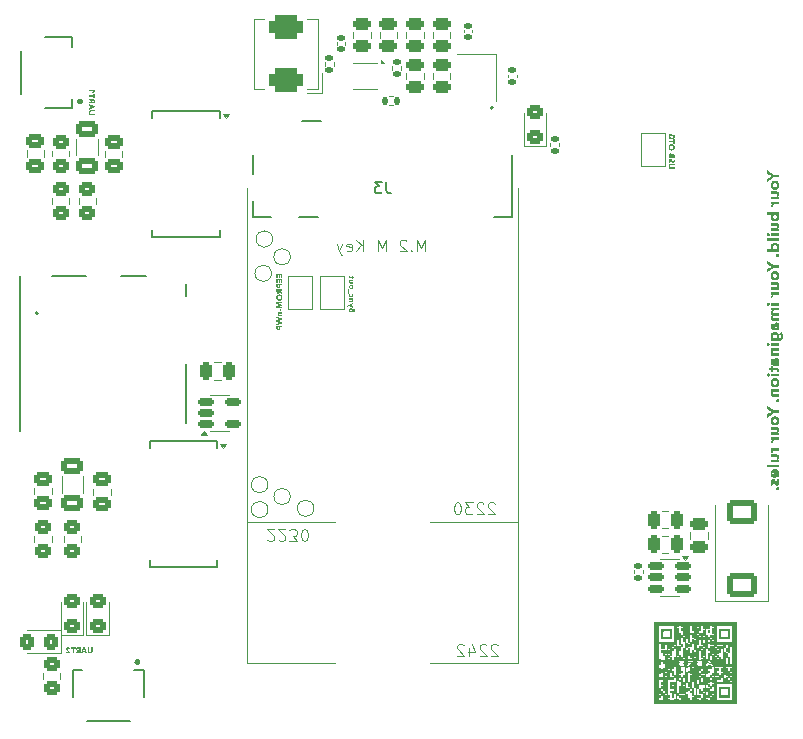
<source format=gbr>
%TF.GenerationSoftware,KiCad,Pcbnew,9.0.0*%
%TF.CreationDate,2025-05-04T18:28:28+01:00*%
%TF.ProjectId,specter,73706563-7465-4722-9e6b-696361645f70,rev?*%
%TF.SameCoordinates,Original*%
%TF.FileFunction,Legend,Bot*%
%TF.FilePolarity,Positive*%
%FSLAX46Y46*%
G04 Gerber Fmt 4.6, Leading zero omitted, Abs format (unit mm)*
G04 Created by KiCad (PCBNEW 9.0.0) date 2025-05-04 18:28:28*
%MOMM*%
%LPD*%
G01*
G04 APERTURE LIST*
G04 Aperture macros list*
%AMRoundRect*
0 Rectangle with rounded corners*
0 $1 Rounding radius*
0 $2 $3 $4 $5 $6 $7 $8 $9 X,Y pos of 4 corners*
0 Add a 4 corners polygon primitive as box body*
4,1,4,$2,$3,$4,$5,$6,$7,$8,$9,$2,$3,0*
0 Add four circle primitives for the rounded corners*
1,1,$1+$1,$2,$3*
1,1,$1+$1,$4,$5*
1,1,$1+$1,$6,$7*
1,1,$1+$1,$8,$9*
0 Add four rect primitives between the rounded corners*
20,1,$1+$1,$2,$3,$4,$5,0*
20,1,$1+$1,$4,$5,$6,$7,0*
20,1,$1+$1,$6,$7,$8,$9,0*
20,1,$1+$1,$8,$9,$2,$3,0*%
G04 Aperture macros list end*
%ADD10C,0.125000*%
%ADD11C,0.200000*%
%ADD12C,0.150000*%
%ADD13C,0.100000*%
%ADD14C,0.120000*%
%ADD15C,0.127000*%
%ADD16C,0.300000*%
%ADD17C,0.000000*%
%ADD18RoundRect,0.250000X-0.475000X0.337500X-0.475000X-0.337500X0.475000X-0.337500X0.475000X0.337500X0*%
%ADD19RoundRect,0.250000X0.650000X-0.412500X0.650000X0.412500X-0.650000X0.412500X-0.650000X-0.412500X0*%
%ADD20O,1.800000X1.000000*%
%ADD21O,2.100000X1.000000*%
%ADD22C,0.650000*%
%ADD23R,1.200000X2.750000*%
%ADD24C,5.800000*%
%ADD25R,0.300000X1.550000*%
%ADD26C,1.650000*%
%ADD27C,1.150000*%
%ADD28R,4.000000X4.000000*%
%ADD29C,2.700000*%
%ADD30RoundRect,0.250000X-0.450000X0.350000X-0.450000X-0.350000X0.450000X-0.350000X0.450000X0.350000X0*%
%ADD31C,1.000000*%
%ADD32R,1.750000X0.450000*%
%ADD33R,1.050000X1.750000*%
%ADD34R,0.500000X0.300000*%
%ADD35RoundRect,0.250000X-0.475000X0.250000X-0.475000X-0.250000X0.475000X-0.250000X0.475000X0.250000X0*%
%ADD36R,1.500000X1.000000*%
%ADD37RoundRect,0.135000X0.185000X-0.135000X0.185000X0.135000X-0.185000X0.135000X-0.185000X-0.135000X0*%
%ADD38RoundRect,0.250000X-0.250000X-0.475000X0.250000X-0.475000X0.250000X0.475000X-0.250000X0.475000X0*%
%ADD39RoundRect,0.250000X0.450000X-0.325000X0.450000X0.325000X-0.450000X0.325000X-0.450000X-0.325000X0*%
%ADD40RoundRect,0.140000X-0.170000X0.140000X-0.170000X-0.140000X0.170000X-0.140000X0.170000X0.140000X0*%
%ADD41RoundRect,0.250000X0.450000X-0.350000X0.450000X0.350000X-0.450000X0.350000X-0.450000X-0.350000X0*%
%ADD42RoundRect,0.250000X0.250000X0.475000X-0.250000X0.475000X-0.250000X-0.475000X0.250000X-0.475000X0*%
%ADD43RoundRect,0.250000X1.025000X-0.787500X1.025000X0.787500X-1.025000X0.787500X-1.025000X-0.787500X0*%
%ADD44RoundRect,0.135000X-0.185000X0.135000X-0.185000X-0.135000X0.185000X-0.135000X0.185000X0.135000X0*%
%ADD45RoundRect,0.150000X0.512500X0.150000X-0.512500X0.150000X-0.512500X-0.150000X0.512500X-0.150000X0*%
%ADD46R,1.550000X0.600000*%
%ADD47R,1.800000X1.200000*%
%ADD48RoundRect,0.250000X0.475000X-0.250000X0.475000X0.250000X-0.475000X0.250000X-0.475000X-0.250000X0*%
%ADD49RoundRect,0.150000X-0.512500X-0.150000X0.512500X-0.150000X0.512500X0.150000X-0.512500X0.150000X0*%
%ADD50RoundRect,0.250000X0.325000X0.450000X-0.325000X0.450000X-0.325000X-0.450000X0.325000X-0.450000X0*%
%ADD51R,0.600000X1.550000*%
%ADD52R,1.200000X1.800000*%
%ADD53RoundRect,0.140000X0.170000X-0.140000X0.170000X0.140000X-0.170000X0.140000X-0.170000X-0.140000X0*%
%ADD54RoundRect,0.500000X0.900000X-0.500000X0.900000X0.500000X-0.900000X0.500000X-0.900000X-0.500000X0*%
%ADD55RoundRect,0.135000X0.135000X0.185000X-0.135000X0.185000X-0.135000X-0.185000X0.135000X-0.185000X0*%
%ADD56R,1.100000X0.700000*%
%ADD57R,0.930000X0.900000*%
%ADD58R,0.780000X1.050000*%
%ADD59R,3.330000X0.700000*%
%ADD60R,1.830000X1.140000*%
%ADD61R,2.800000X0.860000*%
%ADD62R,1.200000X1.400000*%
G04 APERTURE END LIST*
D10*
G36*
X128552646Y-94687338D02*
G01*
X128570027Y-94704849D01*
X128583756Y-94727547D01*
X128592556Y-94752449D01*
X128595327Y-94775479D01*
X128593221Y-94799598D01*
X128590113Y-94811338D01*
X128585161Y-94821641D01*
X128578362Y-94830645D01*
X128569774Y-94838097D01*
X128559396Y-94842961D01*
X128545624Y-94844722D01*
X128533768Y-94843329D01*
X128524619Y-94839471D01*
X128516922Y-94833178D01*
X128509934Y-94824084D01*
X128498394Y-94799965D01*
X128487525Y-94768457D01*
X128468993Y-94716006D01*
X128457122Y-94689824D01*
X128442035Y-94666333D01*
X128423305Y-94645923D01*
X128400391Y-94629239D01*
X128383230Y-94621343D01*
X128362810Y-94616337D01*
X128338445Y-94614554D01*
X128310345Y-94616432D01*
X128285927Y-94621779D01*
X128264623Y-94630307D01*
X128236060Y-94648856D01*
X128213179Y-94672622D01*
X128195619Y-94700902D01*
X128183076Y-94733500D01*
X128175738Y-94768200D01*
X128173276Y-94804147D01*
X128175322Y-94839256D01*
X128181427Y-94873454D01*
X128191625Y-94906974D01*
X128205930Y-94938806D01*
X128223373Y-94966144D01*
X128243954Y-94989497D01*
X128323455Y-94911156D01*
X128303218Y-94890507D01*
X128285994Y-94863254D01*
X128274612Y-94833148D01*
X128270973Y-94804147D01*
X128273751Y-94778258D01*
X128277504Y-94766265D01*
X128282849Y-94756215D01*
X128290167Y-94747785D01*
X128299672Y-94741194D01*
X128310887Y-94737056D01*
X128324859Y-94735576D01*
X128338047Y-94737392D01*
X128348673Y-94742568D01*
X128357762Y-94750749D01*
X128366502Y-94762504D01*
X128373930Y-94776408D01*
X128381218Y-94794683D01*
X128395567Y-94838402D01*
X128413763Y-94884931D01*
X128425797Y-94906507D01*
X128440691Y-94925505D01*
X128458743Y-94941478D01*
X128480594Y-94954173D01*
X128505622Y-94962116D01*
X128537656Y-94965012D01*
X128564744Y-94963010D01*
X128588096Y-94957318D01*
X128608333Y-94948220D01*
X128635169Y-94928755D01*
X128656632Y-94904165D01*
X128672884Y-94875365D01*
X128684262Y-94842616D01*
X128690840Y-94808107D01*
X128693025Y-94773342D01*
X128689300Y-94731469D01*
X128677759Y-94687674D01*
X128665876Y-94659508D01*
X128650896Y-94634064D01*
X128632758Y-94611073D01*
X128552646Y-94687338D01*
G37*
G36*
X128132151Y-94353702D02*
G01*
X128105881Y-94365059D01*
X128083608Y-94377150D01*
X128063754Y-94391441D01*
X128047338Y-94407924D01*
X128034272Y-94427121D01*
X128024654Y-94449904D01*
X128019017Y-94475246D01*
X128016960Y-94506904D01*
X128019067Y-94540151D01*
X128024624Y-94569857D01*
X128120947Y-94557279D01*
X128116398Y-94538747D01*
X128114658Y-94520184D01*
X128116260Y-94502890D01*
X128120501Y-94490493D01*
X128126900Y-94481747D01*
X128140922Y-94471165D01*
X128161522Y-94461444D01*
X128190190Y-94450239D01*
X128532954Y-94595747D01*
X128532954Y-94468435D01*
X128309105Y-94390797D01*
X128309105Y-94388690D01*
X128532954Y-94319447D01*
X128532954Y-94197723D01*
X128132151Y-94353702D01*
G37*
G36*
X128185000Y-93924873D02*
G01*
X128375326Y-93924873D01*
X128403292Y-93927315D01*
X128416036Y-93930630D01*
X128426739Y-93935375D01*
X128435812Y-93942090D01*
X128442828Y-93951129D01*
X128447189Y-93962139D01*
X128448782Y-93976653D01*
X128447230Y-93991364D01*
X128442828Y-94003580D01*
X128435740Y-94014156D01*
X128426372Y-94022814D01*
X128415235Y-94029485D01*
X128402254Y-94034355D01*
X128388407Y-94037232D01*
X128373921Y-94038202D01*
X128185000Y-94038202D01*
X128185000Y-94153637D01*
X128533168Y-94153637D01*
X128533168Y-94042415D01*
X128484899Y-94042415D01*
X128484899Y-94041010D01*
X128506789Y-94024585D01*
X128516722Y-94013631D01*
X128525199Y-94000802D01*
X128537686Y-93971065D01*
X128541326Y-93954614D01*
X128542571Y-93936780D01*
X128539231Y-93903516D01*
X128529993Y-93877337D01*
X128515410Y-93854973D01*
X128497539Y-93837800D01*
X128476332Y-93824945D01*
X128451774Y-93816124D01*
X128425845Y-93811119D01*
X128400116Y-93809468D01*
X128185000Y-93809468D01*
X128185000Y-93924873D01*
G37*
G36*
X128420785Y-93482855D02*
G01*
X128431981Y-93494162D01*
X128441088Y-93509446D01*
X128446883Y-93526501D01*
X128448782Y-93543702D01*
X128446881Y-93561224D01*
X128441363Y-93576583D01*
X128432721Y-93590245D01*
X128421640Y-93601770D01*
X128408448Y-93611071D01*
X128393094Y-93618226D01*
X128376477Y-93622646D01*
X128358534Y-93624149D01*
X128340604Y-93622730D01*
X128324004Y-93618562D01*
X128308686Y-93611595D01*
X128295458Y-93602106D01*
X128284457Y-93590239D01*
X128276072Y-93576247D01*
X128270839Y-93560503D01*
X128269019Y-93542297D01*
X128270662Y-93525025D01*
X128275675Y-93507706D01*
X128283950Y-93492013D01*
X128294909Y-93480046D01*
X128217667Y-93416390D01*
X128199507Y-93440558D01*
X128185061Y-93472352D01*
X128176264Y-93507422D01*
X128173276Y-93545106D01*
X128176495Y-93585393D01*
X128185885Y-93622073D01*
X128201512Y-93655597D01*
X128222643Y-93683958D01*
X128249182Y-93707266D01*
X128281140Y-93725235D01*
X128304480Y-93733428D01*
X128330269Y-93738499D01*
X128358900Y-93740256D01*
X128387080Y-93738508D01*
X128412644Y-93733445D01*
X128435959Y-93725235D01*
X128467911Y-93707265D01*
X128494425Y-93683958D01*
X128515657Y-93655606D01*
X128531550Y-93622073D01*
X128541229Y-93585468D01*
X128544525Y-93545808D01*
X128541014Y-93508378D01*
X128531580Y-93472718D01*
X128516926Y-93441242D01*
X128497691Y-93416390D01*
X128420785Y-93482855D01*
G37*
G36*
X128069717Y-93415840D02*
G01*
X128132243Y-93415840D01*
X128132243Y-93066085D01*
X128069717Y-93066085D01*
X128069717Y-93415840D01*
G37*
G36*
X128388447Y-92653759D02*
G01*
X128414000Y-92658942D01*
X128437333Y-92667358D01*
X128469234Y-92685682D01*
X128495493Y-92709337D01*
X128516414Y-92737850D01*
X128531916Y-92770887D01*
X128541320Y-92806775D01*
X128544525Y-92845717D01*
X128541340Y-92884125D01*
X128531916Y-92920241D01*
X128516379Y-92953504D01*
X128495493Y-92981790D01*
X128469261Y-93005153D01*
X128437333Y-93023403D01*
X128414000Y-93031819D01*
X128388447Y-93037003D01*
X128360305Y-93038790D01*
X128332140Y-93037008D01*
X128306450Y-93031828D01*
X128282880Y-93023403D01*
X128250627Y-93005152D01*
X128224048Y-92981790D01*
X128202738Y-92953504D01*
X128186587Y-92920241D01*
X128176633Y-92884096D01*
X128173276Y-92845717D01*
X128173334Y-92845045D01*
X128269019Y-92845045D01*
X128271030Y-92864459D01*
X128276743Y-92880704D01*
X128285819Y-92894919D01*
X128297443Y-92906594D01*
X128311205Y-92915745D01*
X128326599Y-92922317D01*
X128342941Y-92926258D01*
X128359603Y-92927568D01*
X128376265Y-92926258D01*
X128392606Y-92922317D01*
X128407899Y-92915784D01*
X128421030Y-92906930D01*
X128432094Y-92895601D01*
X128441058Y-92881407D01*
X128446770Y-92865157D01*
X128448782Y-92845717D01*
X128446771Y-92826302D01*
X128441058Y-92810057D01*
X128432111Y-92795799D01*
X128421030Y-92784198D01*
X128407884Y-92774979D01*
X128392606Y-92768108D01*
X128376251Y-92763890D01*
X128359603Y-92762491D01*
X128342941Y-92763801D01*
X128326599Y-92767742D01*
X128311207Y-92774321D01*
X128297443Y-92783496D01*
X128285821Y-92795146D01*
X128276743Y-92809355D01*
X128271030Y-92825604D01*
X128269019Y-92845045D01*
X128173334Y-92845045D01*
X128176654Y-92806805D01*
X128186587Y-92770887D01*
X128202703Y-92737849D01*
X128224048Y-92709337D01*
X128250654Y-92685683D01*
X128282880Y-92667358D01*
X128306450Y-92658933D01*
X128332140Y-92653754D01*
X128360305Y-92651971D01*
X128388447Y-92653759D01*
G37*
G36*
X128185000Y-92349781D02*
G01*
X128233665Y-92349781D01*
X128233665Y-92351186D01*
X128222159Y-92358363D01*
X128211133Y-92367642D01*
X128201350Y-92378555D01*
X128192815Y-92391425D01*
X128180176Y-92421497D01*
X128176484Y-92438242D01*
X128175230Y-92456119D01*
X128178601Y-92489307D01*
X128187900Y-92515225D01*
X128202584Y-92537276D01*
X128220628Y-92554396D01*
X128241931Y-92567276D01*
X128266332Y-92576103D01*
X128292198Y-92581071D01*
X128318539Y-92582728D01*
X128533992Y-92582728D01*
X128533992Y-92467323D01*
X128345131Y-92467323D01*
X128317135Y-92465247D01*
X128304391Y-92462125D01*
X128293352Y-92457187D01*
X128283960Y-92450224D01*
X128276926Y-92441434D01*
X128272595Y-92430628D01*
X128270973Y-92415544D01*
X128273589Y-92396657D01*
X128281000Y-92381714D01*
X128293352Y-92369748D01*
X128308941Y-92361081D01*
X128326288Y-92355812D01*
X128345833Y-92353995D01*
X128533992Y-92353995D01*
X128533992Y-92239262D01*
X128185000Y-92239262D01*
X128185000Y-92349781D01*
G37*
G36*
X128446828Y-92025335D02*
G01*
X128314021Y-92025335D01*
X128291513Y-92022681D01*
X128277323Y-92015901D01*
X128270956Y-92008657D01*
X128266729Y-91997811D01*
X128265111Y-91981982D01*
X128266668Y-91964153D01*
X128271309Y-91948399D01*
X128187656Y-91946994D01*
X128180328Y-91977097D01*
X128177184Y-92013459D01*
X128179547Y-92046859D01*
X128185885Y-92072199D01*
X128196763Y-92093985D01*
X128210981Y-92110332D01*
X128228733Y-92122568D01*
X128249999Y-92130970D01*
X128273408Y-92135619D01*
X128300496Y-92137260D01*
X128446828Y-92137260D01*
X128446828Y-92193222D01*
X128532801Y-92193222D01*
X128532801Y-92137962D01*
X128624453Y-92137962D01*
X128624453Y-92025335D01*
X128532801Y-92025335D01*
X128532801Y-91943514D01*
X128446828Y-91943514D01*
X128446828Y-92025335D01*
G37*
G36*
X106321174Y-77879221D02*
G01*
X106291656Y-77880965D01*
X106264625Y-77886034D01*
X106239749Y-77894273D01*
X106216312Y-77905818D01*
X106195429Y-77920125D01*
X106176857Y-77937290D01*
X106160884Y-77956918D01*
X106147257Y-77979314D01*
X106135976Y-78004793D01*
X106127974Y-78031503D01*
X106123028Y-78060649D01*
X106121322Y-78092568D01*
X106123041Y-78124962D01*
X106127999Y-78154214D01*
X106135976Y-78180709D01*
X106147268Y-78205924D01*
X106160895Y-78227969D01*
X106176857Y-78247173D01*
X106195396Y-78263887D01*
X106216276Y-78277854D01*
X106239749Y-78289153D01*
X106264608Y-78297186D01*
X106291641Y-78302134D01*
X106321174Y-78303838D01*
X106629347Y-78303838D01*
X106629347Y-78184922D01*
X106330852Y-78184922D01*
X106310940Y-78183587D01*
X106292383Y-78179671D01*
X106275078Y-78172972D01*
X106259899Y-78163581D01*
X106247192Y-78151159D01*
X106237185Y-78134913D01*
X106231020Y-78115893D01*
X106228789Y-78091896D01*
X106231021Y-78067876D01*
X106237185Y-78048879D01*
X106247177Y-78032542D01*
X106259899Y-78019844D01*
X106275113Y-78010253D01*
X106292383Y-78003755D01*
X106310928Y-78000090D01*
X106330852Y-77998839D01*
X106629347Y-77998839D01*
X106629347Y-77879221D01*
X106321174Y-77879221D01*
G37*
G36*
X106629347Y-77532305D02*
G01*
X106629347Y-77648412D01*
X106135000Y-77856171D01*
X106135000Y-77726051D01*
X106232697Y-77689689D01*
X106232697Y-77655403D01*
X106328440Y-77655403D01*
X106498402Y-77592450D01*
X106328440Y-77530901D01*
X106328440Y-77655403D01*
X106232697Y-77655403D01*
X106232697Y-77498019D01*
X106135000Y-77459551D01*
X106135000Y-77326622D01*
X106629347Y-77532305D01*
G37*
G36*
X106347613Y-77009717D02*
G01*
X106359896Y-76979114D01*
X106376113Y-76954219D01*
X106396278Y-76934185D01*
X106420293Y-76919252D01*
X106448041Y-76910092D01*
X106480481Y-76906891D01*
X106508399Y-76908849D01*
X106531794Y-76914342D01*
X106551434Y-76922980D01*
X106577230Y-76941834D01*
X106597351Y-76965997D01*
X106612108Y-76994380D01*
X106622050Y-77026844D01*
X106627510Y-77061089D01*
X106629347Y-77096454D01*
X106629347Y-77285314D01*
X106135000Y-77285314D01*
X106135000Y-77167803D01*
X106332348Y-77167803D01*
X106332348Y-77127228D01*
X106303971Y-77111841D01*
X106418321Y-77111841D01*
X106418321Y-77168505D01*
X106533604Y-77168505D01*
X106533604Y-77104849D01*
X106531497Y-77077219D01*
X106528397Y-77063397D01*
X106523468Y-77051330D01*
X106516325Y-77040852D01*
X106506707Y-77032462D01*
X106494734Y-77027083D01*
X106478405Y-77025104D01*
X106460747Y-77027263D01*
X106447661Y-77033164D01*
X106437162Y-77042360D01*
X106429495Y-77053803D01*
X106424223Y-77066908D01*
X106420764Y-77081769D01*
X106418321Y-77111841D01*
X106303971Y-77111841D01*
X106135000Y-77020219D01*
X106135000Y-76880299D01*
X106347613Y-77009717D01*
G37*
G36*
X106527742Y-76618104D02*
G01*
X106135000Y-76618104D01*
X106135000Y-76737722D01*
X106527742Y-76737722D01*
X106527742Y-76877612D01*
X106629347Y-76877612D01*
X106629347Y-76478214D01*
X106527742Y-76478214D01*
X106527742Y-76618104D01*
G37*
G36*
X106135000Y-76276744D02*
G01*
X106498066Y-76276744D01*
X106426717Y-76369068D01*
X106509943Y-76429945D01*
X106629347Y-76266944D01*
X106629347Y-76159233D01*
X106135000Y-76159233D01*
X106135000Y-76276744D01*
G37*
G36*
X155421174Y-82429221D02*
G01*
X155391656Y-82430965D01*
X155364625Y-82436034D01*
X155339749Y-82444273D01*
X155316312Y-82455818D01*
X155295429Y-82470125D01*
X155276857Y-82487290D01*
X155260884Y-82506918D01*
X155247257Y-82529314D01*
X155235976Y-82554793D01*
X155227974Y-82581503D01*
X155223028Y-82610649D01*
X155221322Y-82642568D01*
X155223041Y-82674962D01*
X155227999Y-82704214D01*
X155235976Y-82730709D01*
X155247268Y-82755924D01*
X155260895Y-82777969D01*
X155276857Y-82797173D01*
X155295396Y-82813887D01*
X155316276Y-82827854D01*
X155339749Y-82839153D01*
X155364608Y-82847186D01*
X155391641Y-82852134D01*
X155421174Y-82853838D01*
X155729347Y-82853838D01*
X155729347Y-82734922D01*
X155430852Y-82734922D01*
X155410940Y-82733587D01*
X155392383Y-82729671D01*
X155375078Y-82722972D01*
X155359899Y-82713581D01*
X155347192Y-82701159D01*
X155337185Y-82684913D01*
X155331020Y-82665893D01*
X155328789Y-82641896D01*
X155331021Y-82617876D01*
X155337185Y-82598879D01*
X155347177Y-82582542D01*
X155359899Y-82569844D01*
X155375113Y-82560253D01*
X155392383Y-82553755D01*
X155410928Y-82550090D01*
X155430852Y-82548839D01*
X155729347Y-82548839D01*
X155729347Y-82429221D01*
X155421174Y-82429221D01*
G37*
G36*
X155602646Y-82071009D02*
G01*
X155620027Y-82088520D01*
X155633756Y-82111217D01*
X155642556Y-82136119D01*
X155645327Y-82159150D01*
X155643221Y-82183269D01*
X155640113Y-82195009D01*
X155635161Y-82205312D01*
X155628362Y-82214316D01*
X155619774Y-82221768D01*
X155609396Y-82226631D01*
X155595624Y-82228393D01*
X155583768Y-82227000D01*
X155574619Y-82223142D01*
X155566922Y-82216848D01*
X155559934Y-82207754D01*
X155548394Y-82183635D01*
X155537525Y-82152128D01*
X155518993Y-82099677D01*
X155507122Y-82073494D01*
X155492035Y-82050004D01*
X155473305Y-82029594D01*
X155450391Y-82012909D01*
X155433230Y-82005014D01*
X155412810Y-82000007D01*
X155388445Y-81998224D01*
X155360345Y-82000103D01*
X155335927Y-82005450D01*
X155314623Y-82013978D01*
X155286060Y-82032527D01*
X155263179Y-82056293D01*
X155245619Y-82084573D01*
X155233076Y-82117171D01*
X155225738Y-82151870D01*
X155223276Y-82187818D01*
X155225322Y-82222926D01*
X155231427Y-82257125D01*
X155241625Y-82290644D01*
X155255930Y-82322477D01*
X155273373Y-82349815D01*
X155293954Y-82373168D01*
X155373455Y-82294827D01*
X155353218Y-82274177D01*
X155335994Y-82246925D01*
X155324612Y-82216818D01*
X155320973Y-82187818D01*
X155323751Y-82161928D01*
X155327504Y-82149935D01*
X155332849Y-82139885D01*
X155340167Y-82131456D01*
X155349672Y-82124864D01*
X155360887Y-82120726D01*
X155374859Y-82119247D01*
X155388047Y-82121062D01*
X155398673Y-82126238D01*
X155407762Y-82134420D01*
X155416502Y-82146174D01*
X155423930Y-82160079D01*
X155431218Y-82178353D01*
X155445567Y-82222073D01*
X155463763Y-82268601D01*
X155475797Y-82290178D01*
X155490691Y-82309176D01*
X155508743Y-82325149D01*
X155530594Y-82337844D01*
X155555622Y-82345787D01*
X155587656Y-82348682D01*
X155614744Y-82346680D01*
X155638096Y-82340988D01*
X155658333Y-82331891D01*
X155685169Y-82312426D01*
X155706632Y-82287835D01*
X155722884Y-82259036D01*
X155734262Y-82226286D01*
X155740840Y-82191778D01*
X155743025Y-82157013D01*
X155739300Y-82115140D01*
X155727759Y-82071345D01*
X155715876Y-82043179D01*
X155700896Y-82017735D01*
X155682758Y-81994744D01*
X155602646Y-82071009D01*
G37*
G36*
X155402181Y-81535305D02*
G01*
X155422517Y-81541277D01*
X155440915Y-81550780D01*
X155456650Y-81562953D01*
X155469934Y-81577729D01*
X155480708Y-81595132D01*
X155488636Y-81614222D01*
X155493622Y-81634638D01*
X155495027Y-81634638D01*
X155504816Y-81611561D01*
X155517725Y-81592129D01*
X155533831Y-81575867D01*
X155552881Y-81563670D01*
X155575323Y-81556139D01*
X155602035Y-81553489D01*
X155626814Y-81555369D01*
X155647305Y-81560621D01*
X155664287Y-81568876D01*
X155686283Y-81586584D01*
X155703121Y-81608749D01*
X155715269Y-81634375D01*
X155723394Y-81663306D01*
X155727883Y-81693272D01*
X155729347Y-81722077D01*
X155729347Y-81919334D01*
X155235000Y-81919334D01*
X155235000Y-81736762D01*
X155330743Y-81736762D01*
X155330743Y-81803929D01*
X155444071Y-81803929D01*
X155444071Y-81739571D01*
X155531999Y-81739571D01*
X155531999Y-81803929D01*
X155633604Y-81803929D01*
X155633604Y-81745158D01*
X155632073Y-81720048D01*
X155628034Y-81701538D01*
X155622124Y-81688158D01*
X155613069Y-81677559D01*
X155601201Y-81671195D01*
X155585580Y-81668924D01*
X155568890Y-81671123D01*
X155555843Y-81677297D01*
X155545554Y-81687456D01*
X155538405Y-81700509D01*
X155533724Y-81717524D01*
X155531999Y-81739571D01*
X155444071Y-81739571D01*
X155444071Y-81737465D01*
X155442554Y-81711959D01*
X155438422Y-81691770D01*
X155432165Y-81675915D01*
X155422385Y-81663296D01*
X155408634Y-81655626D01*
X155389514Y-81652834D01*
X155372465Y-81654894D01*
X155359777Y-81660528D01*
X155349534Y-81669367D01*
X155341917Y-81680464D01*
X155336644Y-81693238D01*
X155333185Y-81707759D01*
X155330743Y-81736762D01*
X155235000Y-81736762D01*
X155235000Y-81722077D01*
X155236836Y-81686739D01*
X155242296Y-81652499D01*
X155252124Y-81620021D01*
X155266354Y-81591987D01*
X155285746Y-81568060D01*
X155310623Y-81549306D01*
X155329621Y-81540639D01*
X155352048Y-81535161D01*
X155378614Y-81533217D01*
X155402181Y-81535305D01*
G37*
G36*
X155523495Y-80765543D02*
G01*
X155559114Y-80772389D01*
X155591625Y-80783483D01*
X155622267Y-80798927D01*
X155649304Y-80817665D01*
X155673080Y-80839781D01*
X155693563Y-80865040D01*
X155710802Y-80893489D01*
X155724829Y-80925479D01*
X155734824Y-80959035D01*
X155740937Y-80994830D01*
X155743025Y-81033190D01*
X155740932Y-81071570D01*
X155734815Y-81107259D01*
X155724829Y-81140596D01*
X155710819Y-81172348D01*
X155693583Y-81200681D01*
X155673080Y-81225928D01*
X155649305Y-81248047D01*
X155622268Y-81266795D01*
X155591625Y-81282257D01*
X155559115Y-81293333D01*
X155523496Y-81300170D01*
X155484280Y-81302529D01*
X155445533Y-81300189D01*
X155409894Y-81293370D01*
X155376935Y-81282257D01*
X155345791Y-81266803D01*
X155318159Y-81248054D01*
X155293709Y-81225928D01*
X155272523Y-81200639D01*
X155254703Y-81172302D01*
X155240190Y-81140596D01*
X155229827Y-81107230D01*
X155223489Y-81071545D01*
X155221322Y-81033190D01*
X155330743Y-81033190D01*
X155333703Y-81063666D01*
X155342283Y-81090587D01*
X155356064Y-81114703D01*
X155374096Y-81135009D01*
X155396095Y-81151365D01*
X155422670Y-81164043D01*
X155451908Y-81171829D01*
X155484555Y-81174515D01*
X155515942Y-81171933D01*
X155544669Y-81164379D01*
X155570855Y-81151910D01*
X155592540Y-81135345D01*
X155610320Y-81114789D01*
X155624017Y-81090587D01*
X155632597Y-81063666D01*
X155635558Y-81033190D01*
X155632606Y-81002694D01*
X155624017Y-80975488D01*
X155610279Y-80951046D01*
X155592540Y-80930730D01*
X155570891Y-80914356D01*
X155544669Y-80901696D01*
X155515926Y-80893866D01*
X155484555Y-80891194D01*
X155451909Y-80893887D01*
X155422670Y-80901696D01*
X155396123Y-80914428D01*
X155374096Y-80931066D01*
X155356050Y-80951651D01*
X155342283Y-80975854D01*
X155333703Y-81002745D01*
X155330743Y-81033190D01*
X155221322Y-81033190D01*
X155223484Y-80994855D01*
X155229818Y-80959064D01*
X155240190Y-80925479D01*
X155254720Y-80893535D01*
X155272543Y-80865083D01*
X155293709Y-80839781D01*
X155318160Y-80817658D01*
X155345792Y-80798919D01*
X155376935Y-80783483D01*
X155409895Y-80772352D01*
X155445534Y-80765524D01*
X155484280Y-80763180D01*
X155523495Y-80765543D01*
G37*
G36*
X155627742Y-80493017D02*
G01*
X155235000Y-80493017D01*
X155235000Y-80612635D01*
X155627742Y-80612635D01*
X155627742Y-80752525D01*
X155729347Y-80752525D01*
X155729347Y-80353127D01*
X155627742Y-80353127D01*
X155627742Y-80493017D01*
G37*
G36*
X155265652Y-79879570D02*
G01*
X155249040Y-79917891D01*
X155235091Y-79964567D01*
X155226332Y-80014448D01*
X155223276Y-80070538D01*
X155225448Y-80109837D01*
X155231785Y-80146207D01*
X155242113Y-80180020D01*
X155256588Y-80212210D01*
X155274245Y-80240769D01*
X155295114Y-80266054D01*
X155319273Y-80288208D01*
X155346494Y-80306953D01*
X155377088Y-80322383D01*
X155409531Y-80333479D01*
X155444844Y-80340305D01*
X155483486Y-80342655D01*
X155522605Y-80340259D01*
X155558258Y-80333307D01*
X155590922Y-80322016D01*
X155621724Y-80306334D01*
X155648936Y-80287363D01*
X155672896Y-80265016D01*
X155693596Y-80239535D01*
X155710906Y-80211183D01*
X155724890Y-80179653D01*
X155734867Y-80146568D01*
X155740951Y-80111459D01*
X155743025Y-80074018D01*
X155740978Y-80035173D01*
X155734986Y-79998907D01*
X155725195Y-79964903D01*
X155711438Y-79932357D01*
X155695452Y-79905311D01*
X155677354Y-79883051D01*
X155591350Y-79958613D01*
X155609474Y-79978442D01*
X155624567Y-80004775D01*
X155634157Y-80034786D01*
X155637512Y-80069836D01*
X155634583Y-80100386D01*
X155626032Y-80127904D01*
X155612254Y-80152806D01*
X155594036Y-80174097D01*
X155571816Y-80191366D01*
X155545371Y-80204505D01*
X155516298Y-80212566D01*
X155483852Y-80215343D01*
X155450698Y-80212819D01*
X155421265Y-80205543D01*
X155394541Y-80193260D01*
X155372233Y-80176509D01*
X155354164Y-80155245D01*
X155340268Y-80128942D01*
X155331785Y-80099305D01*
X155328789Y-80064248D01*
X155331872Y-80024376D01*
X155335958Y-80005986D01*
X155341825Y-79989388D01*
X155430394Y-79989388D01*
X155430394Y-80083818D01*
X155526137Y-80083818D01*
X155526137Y-79879570D01*
X155265652Y-79879570D01*
G37*
G36*
X122515000Y-91751077D02*
G01*
X122020652Y-91751077D01*
X122020652Y-92084041D01*
X122122257Y-92084041D01*
X122122257Y-91866482D01*
X122214092Y-91866482D01*
X122214092Y-92072134D01*
X122309836Y-92072134D01*
X122309836Y-91866482D01*
X122413394Y-91866482D01*
X122413394Y-92096619D01*
X122515000Y-92096619D01*
X122515000Y-91751077D01*
G37*
G36*
X122515000Y-92175571D02*
G01*
X122020652Y-92175571D01*
X122020652Y-92508535D01*
X122122257Y-92508535D01*
X122122257Y-92290976D01*
X122214092Y-92290976D01*
X122214092Y-92496628D01*
X122309836Y-92496628D01*
X122309836Y-92290976D01*
X122413394Y-92290976D01*
X122413394Y-92521113D01*
X122515000Y-92521113D01*
X122515000Y-92175571D01*
G37*
G36*
X122515000Y-92719683D02*
G01*
X122329375Y-92719683D01*
X122329375Y-92779125D01*
X122327251Y-92817110D01*
X122320979Y-92853253D01*
X122309950Y-92887270D01*
X122294387Y-92916207D01*
X122280997Y-92933115D01*
X122265090Y-92947527D01*
X122246424Y-92959590D01*
X122225975Y-92968241D01*
X122201834Y-92973729D01*
X122173273Y-92975680D01*
X122145106Y-92973844D01*
X122121435Y-92968697D01*
X122101527Y-92960628D01*
X122083273Y-92949279D01*
X122067713Y-92935579D01*
X122054602Y-92919382D01*
X122039412Y-92891386D01*
X122028712Y-92857833D01*
X122022724Y-92821732D01*
X122020652Y-92781934D01*
X122020652Y-92772134D01*
X122116395Y-92772134D01*
X122118502Y-92803244D01*
X122121725Y-92817705D01*
X122126928Y-92830172D01*
X122134497Y-92840872D01*
X122144483Y-92849071D01*
X122156777Y-92854185D01*
X122173273Y-92856062D01*
X122189795Y-92854197D01*
X122202399Y-92849071D01*
X122212784Y-92840817D01*
X122220992Y-92829836D01*
X122226899Y-92816982D01*
X122230823Y-92802206D01*
X122233632Y-92770027D01*
X122233632Y-92719683D01*
X122116395Y-92719683D01*
X122116395Y-92772134D01*
X122020652Y-92772134D01*
X122020652Y-92600065D01*
X122515000Y-92600065D01*
X122515000Y-92719683D01*
G37*
G36*
X122515000Y-93165518D02*
G01*
X122317651Y-93165518D01*
X122317651Y-93206092D01*
X122515000Y-93313101D01*
X122515000Y-93453022D01*
X122302386Y-93323604D01*
X122290103Y-93354207D01*
X122273886Y-93379102D01*
X122253721Y-93399136D01*
X122229706Y-93414068D01*
X122201958Y-93423229D01*
X122169518Y-93426430D01*
X122141600Y-93424471D01*
X122118205Y-93418979D01*
X122098565Y-93410341D01*
X122072769Y-93391486D01*
X122052648Y-93367323D01*
X122037891Y-93338940D01*
X122027949Y-93306476D01*
X122022489Y-93272232D01*
X122020652Y-93236867D01*
X122020652Y-93228471D01*
X122116395Y-93228471D01*
X122118502Y-93256101D01*
X122121602Y-93269924D01*
X122126531Y-93281991D01*
X122133674Y-93292468D01*
X122143292Y-93300859D01*
X122155265Y-93306238D01*
X122171594Y-93308217D01*
X122189252Y-93306057D01*
X122202338Y-93300157D01*
X122212837Y-93290960D01*
X122220504Y-93279518D01*
X122225776Y-93266413D01*
X122229235Y-93251552D01*
X122231678Y-93221480D01*
X122231678Y-93164815D01*
X122116395Y-93164815D01*
X122116395Y-93228471D01*
X122020652Y-93228471D01*
X122020652Y-93048006D01*
X122515000Y-93048006D01*
X122515000Y-93165518D01*
G37*
G36*
X122304466Y-93491297D02*
G01*
X122340105Y-93498115D01*
X122373064Y-93509228D01*
X122404208Y-93524682D01*
X122431840Y-93543432D01*
X122456290Y-93565557D01*
X122477476Y-93590847D01*
X122495296Y-93619183D01*
X122509809Y-93650889D01*
X122520172Y-93684255D01*
X122526510Y-93719940D01*
X122528677Y-93758295D01*
X122526515Y-93796631D01*
X122520181Y-93832422D01*
X122509809Y-93866006D01*
X122495279Y-93897950D01*
X122477456Y-93926403D01*
X122456290Y-93951705D01*
X122431839Y-93973828D01*
X122404207Y-93992567D01*
X122373064Y-94008003D01*
X122340104Y-94019133D01*
X122304465Y-94025962D01*
X122265719Y-94028306D01*
X122226504Y-94025943D01*
X122190885Y-94019096D01*
X122158374Y-94008003D01*
X122127732Y-93992558D01*
X122100695Y-93973821D01*
X122076919Y-93951705D01*
X122056436Y-93926445D01*
X122039197Y-93897997D01*
X122025170Y-93866006D01*
X122015175Y-93832450D01*
X122009062Y-93796655D01*
X122006974Y-93758295D01*
X122114441Y-93758295D01*
X122117393Y-93788792D01*
X122125982Y-93815997D01*
X122139720Y-93840439D01*
X122157459Y-93860755D01*
X122179108Y-93877130D01*
X122205330Y-93889789D01*
X122234073Y-93897619D01*
X122265444Y-93900292D01*
X122298090Y-93897598D01*
X122327329Y-93889789D01*
X122353876Y-93877058D01*
X122375903Y-93860419D01*
X122393949Y-93839834D01*
X122407716Y-93815631D01*
X122416296Y-93788740D01*
X122419256Y-93758295D01*
X122416296Y-93727819D01*
X122407716Y-93700898D01*
X122393935Y-93676783D01*
X122375903Y-93656476D01*
X122353904Y-93640120D01*
X122327329Y-93627442D01*
X122298091Y-93619656D01*
X122265444Y-93616970D01*
X122234057Y-93619552D01*
X122205330Y-93627106D01*
X122179144Y-93639576D01*
X122157459Y-93656140D01*
X122139679Y-93676697D01*
X122125982Y-93700898D01*
X122117402Y-93727819D01*
X122114441Y-93758295D01*
X122006974Y-93758295D01*
X122009067Y-93719916D01*
X122015184Y-93684227D01*
X122025170Y-93650889D01*
X122039180Y-93619137D01*
X122056416Y-93590805D01*
X122076919Y-93565557D01*
X122100694Y-93543438D01*
X122127731Y-93524691D01*
X122158374Y-93509228D01*
X122190884Y-93498152D01*
X122226503Y-93491316D01*
X122265719Y-93488956D01*
X122304466Y-93491297D01*
G37*
G36*
X122515000Y-94556603D02*
G01*
X122165183Y-94559412D01*
X122165183Y-94557305D01*
X122515000Y-94428589D01*
X122515000Y-94344631D01*
X122165183Y-94219426D01*
X122165183Y-94217349D01*
X122515000Y-94220128D01*
X122515000Y-94107532D01*
X122020652Y-94107532D01*
X122020652Y-94277525D01*
X122337649Y-94390121D01*
X122337649Y-94392930D01*
X122020652Y-94500641D01*
X122020652Y-94673412D01*
X122515000Y-94673412D01*
X122515000Y-94556603D01*
G37*
G36*
X122378224Y-94749890D02*
G01*
X122286388Y-94749890D01*
X122286388Y-94927547D01*
X122378224Y-94927547D01*
X122378224Y-94749890D01*
G37*
G36*
X122515000Y-95226347D02*
G01*
X122324673Y-95226347D01*
X122296707Y-95223905D01*
X122283963Y-95220590D01*
X122273260Y-95215845D01*
X122264187Y-95209130D01*
X122257171Y-95200091D01*
X122252810Y-95189081D01*
X122251217Y-95174568D01*
X122252769Y-95159857D01*
X122257171Y-95147640D01*
X122264259Y-95137064D01*
X122273627Y-95128406D01*
X122284764Y-95121735D01*
X122297745Y-95116865D01*
X122311592Y-95113988D01*
X122326078Y-95113019D01*
X122515000Y-95113019D01*
X122515000Y-94997583D01*
X122166831Y-94997583D01*
X122166831Y-95108805D01*
X122215100Y-95108805D01*
X122215100Y-95110210D01*
X122193210Y-95126635D01*
X122183277Y-95137589D01*
X122174800Y-95150418D01*
X122162313Y-95180155D01*
X122158673Y-95196606D01*
X122157428Y-95214440D01*
X122160768Y-95247704D01*
X122170006Y-95273883D01*
X122184589Y-95296247D01*
X122202460Y-95313420D01*
X122223667Y-95326276D01*
X122248225Y-95335096D01*
X122274154Y-95340101D01*
X122299883Y-95341752D01*
X122515000Y-95341752D01*
X122515000Y-95226347D01*
G37*
G36*
X122515000Y-95959381D02*
G01*
X122515000Y-95841137D01*
X122180539Y-95743226D01*
X122180539Y-95741120D01*
X122515000Y-95643178D01*
X122515000Y-95524262D01*
X122020652Y-95383670D01*
X122020652Y-95512386D01*
X122349525Y-95590727D01*
X122349525Y-95592834D01*
X122020652Y-95680975D01*
X122020652Y-95805478D01*
X122349525Y-95894321D01*
X122349525Y-95896397D01*
X122020652Y-95976142D01*
X122020652Y-96100676D01*
X122515000Y-95959381D01*
G37*
G36*
X122515000Y-96271462D02*
G01*
X122329375Y-96271462D01*
X122329375Y-96330905D01*
X122327251Y-96368889D01*
X122320979Y-96405033D01*
X122309950Y-96439049D01*
X122294387Y-96467986D01*
X122280997Y-96484895D01*
X122265090Y-96499306D01*
X122246424Y-96511370D01*
X122225975Y-96520021D01*
X122201834Y-96525509D01*
X122173273Y-96527459D01*
X122145106Y-96525623D01*
X122121435Y-96520477D01*
X122101527Y-96512408D01*
X122083273Y-96501059D01*
X122067713Y-96487358D01*
X122054602Y-96471161D01*
X122039412Y-96443165D01*
X122028712Y-96409612D01*
X122022724Y-96373511D01*
X122020652Y-96333714D01*
X122020652Y-96323913D01*
X122116395Y-96323913D01*
X122118502Y-96355024D01*
X122121725Y-96369484D01*
X122126928Y-96381952D01*
X122134497Y-96392651D01*
X122144483Y-96400850D01*
X122156777Y-96405964D01*
X122173273Y-96407841D01*
X122189795Y-96405977D01*
X122202399Y-96400850D01*
X122212784Y-96392597D01*
X122220992Y-96381616D01*
X122226899Y-96368761D01*
X122230823Y-96353986D01*
X122233632Y-96321807D01*
X122233632Y-96271462D01*
X122116395Y-96271462D01*
X122116395Y-96323913D01*
X122020652Y-96323913D01*
X122020652Y-96151844D01*
X122515000Y-96151844D01*
X122515000Y-96271462D01*
G37*
G36*
X106029221Y-123678825D02*
G01*
X106030965Y-123708343D01*
X106036034Y-123735374D01*
X106044273Y-123760250D01*
X106055818Y-123783687D01*
X106070125Y-123804570D01*
X106087290Y-123823142D01*
X106106918Y-123839115D01*
X106129314Y-123852742D01*
X106154793Y-123864023D01*
X106181503Y-123872025D01*
X106210649Y-123876971D01*
X106242568Y-123878677D01*
X106274962Y-123876958D01*
X106304214Y-123872000D01*
X106330709Y-123864023D01*
X106355924Y-123852731D01*
X106377969Y-123839104D01*
X106397173Y-123823142D01*
X106413887Y-123804603D01*
X106427854Y-123783723D01*
X106439153Y-123760250D01*
X106447186Y-123735391D01*
X106452134Y-123708358D01*
X106453838Y-123678825D01*
X106453838Y-123370652D01*
X106334922Y-123370652D01*
X106334922Y-123669147D01*
X106333587Y-123689059D01*
X106329671Y-123707616D01*
X106322972Y-123724921D01*
X106313581Y-123740100D01*
X106301159Y-123752807D01*
X106284913Y-123762814D01*
X106265893Y-123768979D01*
X106241896Y-123771210D01*
X106217876Y-123768978D01*
X106198879Y-123762814D01*
X106182542Y-123752822D01*
X106169844Y-123740100D01*
X106160253Y-123724886D01*
X106153755Y-123707616D01*
X106150090Y-123689071D01*
X106148839Y-123669147D01*
X106148839Y-123370652D01*
X106029221Y-123370652D01*
X106029221Y-123678825D01*
G37*
G36*
X106006171Y-123865000D02*
G01*
X105876051Y-123865000D01*
X105839689Y-123767302D01*
X105648019Y-123767302D01*
X105609551Y-123865000D01*
X105476622Y-123865000D01*
X105557107Y-123671559D01*
X105680901Y-123671559D01*
X105805403Y-123671559D01*
X105742450Y-123501597D01*
X105680901Y-123671559D01*
X105557107Y-123671559D01*
X105682305Y-123370652D01*
X105798412Y-123370652D01*
X106006171Y-123865000D01*
G37*
G36*
X105435314Y-123865000D02*
G01*
X105317803Y-123865000D01*
X105317803Y-123667651D01*
X105277228Y-123667651D01*
X105170219Y-123865000D01*
X105030299Y-123865000D01*
X105159717Y-123652386D01*
X105129114Y-123640103D01*
X105104219Y-123623886D01*
X105084185Y-123603721D01*
X105069252Y-123579706D01*
X105060092Y-123551958D01*
X105057096Y-123521594D01*
X105175104Y-123521594D01*
X105177263Y-123539252D01*
X105183164Y-123552338D01*
X105192360Y-123562837D01*
X105203803Y-123570504D01*
X105216908Y-123575776D01*
X105231769Y-123579235D01*
X105261841Y-123581678D01*
X105318505Y-123581678D01*
X105318505Y-123466395D01*
X105254849Y-123466395D01*
X105227219Y-123468502D01*
X105213397Y-123471602D01*
X105201330Y-123476531D01*
X105190852Y-123483674D01*
X105182462Y-123493292D01*
X105177083Y-123505265D01*
X105175104Y-123521594D01*
X105057096Y-123521594D01*
X105056891Y-123519518D01*
X105058849Y-123491600D01*
X105064342Y-123468205D01*
X105072980Y-123448565D01*
X105091834Y-123422769D01*
X105115997Y-123402648D01*
X105144380Y-123387891D01*
X105176844Y-123377949D01*
X105211089Y-123372489D01*
X105246454Y-123370652D01*
X105435314Y-123370652D01*
X105435314Y-123865000D01*
G37*
G36*
X104768104Y-123472257D02*
G01*
X104768104Y-123865000D01*
X104887722Y-123865000D01*
X104887722Y-123472257D01*
X105027612Y-123472257D01*
X105027612Y-123370652D01*
X104628214Y-123370652D01*
X104628214Y-123472257D01*
X104768104Y-123472257D01*
G37*
G36*
X104577137Y-123865000D02*
G01*
X104577137Y-123767577D01*
X104384063Y-123593585D01*
X104367324Y-123575635D01*
X104354692Y-123558108D01*
X104346320Y-123539077D01*
X104343488Y-123517747D01*
X104345456Y-123500811D01*
X104351064Y-123486761D01*
X104360280Y-123474944D01*
X104372378Y-123466035D01*
X104387064Y-123460532D01*
X104405068Y-123458579D01*
X104423727Y-123460949D01*
X104439460Y-123467782D01*
X104452970Y-123479218D01*
X104463387Y-123493924D01*
X104470790Y-123511769D01*
X104475013Y-123533440D01*
X104587639Y-123518053D01*
X104580228Y-123481838D01*
X104567001Y-123450611D01*
X104548280Y-123423002D01*
X104525388Y-123399961D01*
X104498529Y-123381572D01*
X104467685Y-123367996D01*
X104434418Y-123359768D01*
X104398748Y-123356974D01*
X104364916Y-123359262D01*
X104332314Y-123366072D01*
X104301673Y-123377723D01*
X104274947Y-123394069D01*
X104252372Y-123415311D01*
X104234739Y-123441635D01*
X104226556Y-123461271D01*
X104221465Y-123483490D01*
X104219687Y-123508771D01*
X104221510Y-123534560D01*
X104226679Y-123556704D01*
X104235009Y-123577289D01*
X104245913Y-123596210D01*
X104259007Y-123613764D01*
X104273909Y-123630160D01*
X104306424Y-123661270D01*
X104421157Y-123763394D01*
X104218985Y-123763394D01*
X104218985Y-123865000D01*
X104577137Y-123865000D01*
G37*
D11*
G36*
X164161062Y-83583374D02*
G01*
X164580000Y-83583374D01*
X164580000Y-83344138D01*
X164161062Y-83344138D01*
X163591304Y-82972034D01*
X163591304Y-83261645D01*
X163957180Y-83472854D01*
X163591304Y-83684124D01*
X163591304Y-83963904D01*
X164161062Y-83583374D01*
G37*
G36*
X164285718Y-83851454D02*
G01*
X164337099Y-83861813D01*
X164384239Y-83878663D01*
X164448744Y-83915166D01*
X164501903Y-83961889D01*
X164544522Y-84018462D01*
X164576824Y-84084987D01*
X164596733Y-84157277D01*
X164603447Y-84234036D01*
X164596690Y-84311860D01*
X164576824Y-84383696D01*
X164544592Y-84449771D01*
X164501903Y-84506795D01*
X164448690Y-84554103D01*
X164384239Y-84590753D01*
X164337099Y-84607603D01*
X164285718Y-84617962D01*
X164229389Y-84621528D01*
X164173104Y-84617952D01*
X164121998Y-84607585D01*
X164075333Y-84590753D01*
X164011531Y-84554105D01*
X163959012Y-84506795D01*
X163917171Y-84449769D01*
X163886167Y-84383696D01*
X163867359Y-84311920D01*
X163860949Y-84234036D01*
X164052435Y-84234036D01*
X164056456Y-84272865D01*
X164067883Y-84305355D01*
X164085777Y-84333872D01*
X164107939Y-84357074D01*
X164134230Y-84375511D01*
X164164787Y-84389253D01*
X164197497Y-84397689D01*
X164230793Y-84400488D01*
X164264117Y-84397867D01*
X164296800Y-84389986D01*
X164327584Y-84376827D01*
X164355113Y-84358478D01*
X164378357Y-84335178D01*
X164396512Y-84306760D01*
X164407938Y-84274262D01*
X164411960Y-84235380D01*
X164407939Y-84196551D01*
X164396512Y-84164061D01*
X164378360Y-84135631D01*
X164355113Y-84112281D01*
X164327588Y-84093980D01*
X164296800Y-84080835D01*
X164264117Y-84072953D01*
X164230793Y-84070333D01*
X164197469Y-84072953D01*
X164164787Y-84080835D01*
X164134200Y-84093901D01*
X164107939Y-84111610D01*
X164085810Y-84134267D01*
X164067883Y-84162657D01*
X164056458Y-84195155D01*
X164052435Y-84234036D01*
X163860949Y-84234036D01*
X163867318Y-84157220D01*
X163886167Y-84084987D01*
X163917240Y-84018462D01*
X163959012Y-83961889D01*
X164011477Y-83915164D01*
X164075333Y-83878663D01*
X164121998Y-83861832D01*
X164173104Y-83851464D01*
X164229389Y-83847889D01*
X164285718Y-83851454D01*
G37*
G36*
X164580000Y-85225907D02*
G01*
X164482669Y-85225907D01*
X164482669Y-85223098D01*
X164505680Y-85208743D01*
X164527732Y-85190186D01*
X164547299Y-85168360D01*
X164564368Y-85142620D01*
X164589647Y-85082475D01*
X164597031Y-85048986D01*
X164599539Y-85013232D01*
X164592796Y-84946855D01*
X164574199Y-84895019D01*
X164544831Y-84850917D01*
X164508742Y-84816678D01*
X164466137Y-84790918D01*
X164417334Y-84773264D01*
X164365602Y-84763328D01*
X164312920Y-84760013D01*
X163882015Y-84760013D01*
X163882015Y-84990823D01*
X164259736Y-84990823D01*
X164315729Y-84994975D01*
X164341216Y-85001219D01*
X164363295Y-85011095D01*
X164382079Y-85025021D01*
X164396146Y-85042602D01*
X164404808Y-85064214D01*
X164408053Y-85094382D01*
X164402820Y-85132156D01*
X164387998Y-85162042D01*
X164363295Y-85185973D01*
X164332117Y-85203307D01*
X164297422Y-85213845D01*
X164258332Y-85217480D01*
X163882015Y-85217480D01*
X163882015Y-85446946D01*
X164580000Y-85446946D01*
X164580000Y-85225907D01*
G37*
G36*
X164075088Y-86077643D02*
G01*
X164069471Y-86047540D01*
X164068066Y-86018902D01*
X164072514Y-85975124D01*
X164084736Y-85941233D01*
X164103505Y-85912412D01*
X164124975Y-85890858D01*
X164149720Y-85874536D01*
X164176327Y-85863564D01*
X164224809Y-85855198D01*
X164580000Y-85855198D01*
X164580000Y-85625732D01*
X163886350Y-85625732D01*
X163886350Y-85846772D01*
X163987039Y-85846772D01*
X163987039Y-85849581D01*
X163937986Y-85881820D01*
X163898989Y-85925113D01*
X163880166Y-85959140D01*
X163868771Y-85996618D01*
X163864856Y-86038442D01*
X163865833Y-86065736D01*
X163868764Y-86087412D01*
X164075088Y-86077643D01*
G37*
G36*
X164580000Y-86743510D02*
G01*
X164488286Y-86743510D01*
X164488286Y-86746318D01*
X164520889Y-86771583D01*
X164548254Y-86803238D01*
X164570657Y-86842123D01*
X164592285Y-86906174D01*
X164599539Y-86974380D01*
X164595964Y-87025878D01*
X164585621Y-87072244D01*
X164568825Y-87114270D01*
X164532875Y-87171317D01*
X164487126Y-87218501D01*
X164432563Y-87255858D01*
X164369096Y-87283531D01*
X164300878Y-87300300D01*
X164229389Y-87305940D01*
X164158080Y-87300123D01*
X164090476Y-87282859D01*
X164027681Y-87254623D01*
X163973850Y-87217096D01*
X163928902Y-87170016D01*
X163894227Y-87113538D01*
X163878127Y-87072082D01*
X163868253Y-87026861D01*
X163864856Y-86977189D01*
X163868410Y-86926551D01*
X163870001Y-86919731D01*
X164052435Y-86919731D01*
X164056412Y-86958624D01*
X164067700Y-86991111D01*
X164085402Y-87019639D01*
X164107329Y-87042829D01*
X164133383Y-87061121D01*
X164163565Y-87074337D01*
X164195884Y-87082219D01*
X164228839Y-87084839D01*
X164261896Y-87082232D01*
X164294846Y-87074337D01*
X164325724Y-87061118D01*
X164352487Y-87042829D01*
X164374918Y-87019596D01*
X164392787Y-86991111D01*
X164404075Y-86958624D01*
X164408053Y-86919731D01*
X164404112Y-86882117D01*
X164392787Y-86849816D01*
X164374957Y-86821181D01*
X164352487Y-86797304D01*
X164325826Y-86778128D01*
X164295518Y-86763721D01*
X164263147Y-86754821D01*
X164230244Y-86751875D01*
X164197340Y-86754821D01*
X164164970Y-86763721D01*
X164134620Y-86778135D01*
X164108000Y-86797304D01*
X164085495Y-86821188D01*
X164067700Y-86849816D01*
X164056376Y-86882117D01*
X164052435Y-86919731D01*
X163870001Y-86919731D01*
X163878433Y-86883581D01*
X163894288Y-86847008D01*
X163926251Y-86798309D01*
X163958646Y-86764515D01*
X163958646Y-86761706D01*
X163523588Y-86761706D01*
X163523588Y-86532240D01*
X164580000Y-86532240D01*
X164580000Y-86743510D01*
G37*
G36*
X164580000Y-87910624D02*
G01*
X164482669Y-87910624D01*
X164482669Y-87907815D01*
X164505680Y-87893460D01*
X164527732Y-87874904D01*
X164547299Y-87853077D01*
X164564368Y-87827337D01*
X164589647Y-87767192D01*
X164597031Y-87733703D01*
X164599539Y-87697950D01*
X164592796Y-87631572D01*
X164574199Y-87579736D01*
X164544831Y-87535634D01*
X164508742Y-87501395D01*
X164466137Y-87475635D01*
X164417334Y-87457981D01*
X164365602Y-87448046D01*
X164312920Y-87444731D01*
X163882015Y-87444731D01*
X163882015Y-87675540D01*
X164259736Y-87675540D01*
X164315729Y-87679692D01*
X164341216Y-87685936D01*
X164363295Y-87695812D01*
X164382079Y-87709738D01*
X164396146Y-87727320D01*
X164404808Y-87748931D01*
X164408053Y-87779099D01*
X164402820Y-87816873D01*
X164387998Y-87846759D01*
X164363295Y-87870690D01*
X164332117Y-87888024D01*
X164297422Y-87898562D01*
X164258332Y-87902198D01*
X163882015Y-87902198D01*
X163882015Y-88131664D01*
X164580000Y-88131664D01*
X164580000Y-87910624D01*
G37*
G36*
X163661646Y-88559516D02*
G01*
X163687302Y-88556863D01*
X163710983Y-88549014D01*
X163732422Y-88536687D01*
X163750551Y-88520987D01*
X163765353Y-88501994D01*
X163776990Y-88479038D01*
X163784267Y-88454060D01*
X163786699Y-88427991D01*
X163782478Y-88392162D01*
X163770259Y-88361287D01*
X163749879Y-88334202D01*
X163723426Y-88313066D01*
X163694350Y-88300673D01*
X163661646Y-88296467D01*
X163637129Y-88298912D01*
X163613714Y-88306236D01*
X163592298Y-88318179D01*
X163574085Y-88334263D01*
X163559069Y-88353724D01*
X163547035Y-88376212D01*
X163539251Y-88400834D01*
X163536594Y-88427991D01*
X163539041Y-88454057D01*
X163546364Y-88479038D01*
X163557953Y-88501991D01*
X163572742Y-88520987D01*
X163590881Y-88536683D01*
X163612370Y-88549014D01*
X163636000Y-88556861D01*
X163661646Y-88559516D01*
G37*
G36*
X164580000Y-88313258D02*
G01*
X163883297Y-88313258D01*
X163883297Y-88542725D01*
X164580000Y-88542725D01*
X164580000Y-88313258D01*
G37*
G36*
X164580000Y-88727494D02*
G01*
X163522367Y-88727494D01*
X163522367Y-88959769D01*
X164580000Y-88959769D01*
X164580000Y-88727494D01*
G37*
G36*
X164300880Y-89112550D02*
G01*
X164369096Y-89129274D01*
X164432565Y-89156994D01*
X164487126Y-89194364D01*
X164532875Y-89241548D01*
X164568825Y-89298595D01*
X164585621Y-89340622D01*
X164595964Y-89386987D01*
X164599539Y-89438485D01*
X164592285Y-89506629D01*
X164570657Y-89570621D01*
X164548251Y-89609545D01*
X164520885Y-89641219D01*
X164488286Y-89666486D01*
X164488286Y-89669295D01*
X164580000Y-89669295D01*
X164580000Y-89880565D01*
X163523588Y-89880565D01*
X163523588Y-89651099D01*
X163958646Y-89651099D01*
X163958646Y-89648351D01*
X163926255Y-89614547D01*
X163894288Y-89565797D01*
X163878435Y-89529262D01*
X163869989Y-89493073D01*
X164052435Y-89493073D01*
X164056376Y-89530687D01*
X164067700Y-89562988D01*
X164085497Y-89591605D01*
X164108000Y-89615439D01*
X164134620Y-89634609D01*
X164164970Y-89649023D01*
X164197343Y-89657968D01*
X164230244Y-89660929D01*
X164263145Y-89657968D01*
X164295518Y-89649023D01*
X164325826Y-89634615D01*
X164352487Y-89615439D01*
X164374954Y-89591612D01*
X164392787Y-89562988D01*
X164404112Y-89530687D01*
X164408053Y-89493073D01*
X164404075Y-89454181D01*
X164392787Y-89421693D01*
X164374921Y-89393197D01*
X164352487Y-89369914D01*
X164325728Y-89351673D01*
X164294846Y-89338468D01*
X164261896Y-89330573D01*
X164228839Y-89327965D01*
X164195884Y-89330586D01*
X164163565Y-89338468D01*
X164133379Y-89351670D01*
X164107329Y-89369914D01*
X164085399Y-89393154D01*
X164067700Y-89421693D01*
X164056412Y-89454181D01*
X164052435Y-89493073D01*
X163869989Y-89493073D01*
X163868412Y-89486314D01*
X163864856Y-89435676D01*
X163868252Y-89386004D01*
X163878125Y-89340761D01*
X163894227Y-89299267D01*
X163928898Y-89242840D01*
X163973850Y-89195769D01*
X164027681Y-89158243D01*
X164090476Y-89130006D01*
X164158080Y-89112742D01*
X164229389Y-89106926D01*
X164300880Y-89112550D01*
G37*
G36*
X164458855Y-90323804D02*
G01*
X164496162Y-90319112D01*
X164528302Y-90305475D01*
X164556552Y-90282527D01*
X164578329Y-90253105D01*
X164591230Y-90220590D01*
X164595631Y-90183914D01*
X164592973Y-90155247D01*
X164585129Y-90128654D01*
X164572687Y-90104215D01*
X164556552Y-90083164D01*
X164536867Y-90065717D01*
X164513993Y-90052390D01*
X164488635Y-90044069D01*
X164460259Y-90041215D01*
X164433006Y-90044020D01*
X164407259Y-90052390D01*
X164383647Y-90065730D01*
X164363295Y-90083164D01*
X164346416Y-90104239D01*
X164333253Y-90128654D01*
X164324900Y-90155278D01*
X164322079Y-90183914D01*
X164326480Y-90220590D01*
X164339381Y-90253105D01*
X164361158Y-90282527D01*
X164389408Y-90305475D01*
X164421549Y-90319112D01*
X164458855Y-90323804D01*
G37*
G36*
X164161062Y-91248691D02*
G01*
X164580000Y-91248691D01*
X164580000Y-91009455D01*
X164161062Y-91009455D01*
X163591304Y-90637351D01*
X163591304Y-90926962D01*
X163957180Y-91138171D01*
X163591304Y-91349441D01*
X163591304Y-91629221D01*
X164161062Y-91248691D01*
G37*
G36*
X164285718Y-91516772D02*
G01*
X164337099Y-91527131D01*
X164384239Y-91543981D01*
X164448744Y-91580484D01*
X164501903Y-91627206D01*
X164544522Y-91683779D01*
X164576824Y-91750305D01*
X164596733Y-91822595D01*
X164603447Y-91899354D01*
X164596690Y-91977178D01*
X164576824Y-92049014D01*
X164544592Y-92115089D01*
X164501903Y-92172112D01*
X164448690Y-92219420D01*
X164384239Y-92256071D01*
X164337099Y-92272921D01*
X164285718Y-92283279D01*
X164229389Y-92286845D01*
X164173104Y-92283270D01*
X164121998Y-92272902D01*
X164075333Y-92256071D01*
X164011531Y-92219423D01*
X163959012Y-92172112D01*
X163917171Y-92115087D01*
X163886167Y-92049014D01*
X163867359Y-91977237D01*
X163860949Y-91899354D01*
X164052435Y-91899354D01*
X164056456Y-91938182D01*
X164067883Y-91970673D01*
X164085777Y-91999190D01*
X164107939Y-92022391D01*
X164134230Y-92040828D01*
X164164787Y-92054570D01*
X164197497Y-92063007D01*
X164230793Y-92065806D01*
X164264117Y-92063185D01*
X164296800Y-92055303D01*
X164327584Y-92042145D01*
X164355113Y-92023796D01*
X164378357Y-92000495D01*
X164396512Y-91972077D01*
X164407938Y-91939579D01*
X164411960Y-91900697D01*
X164407939Y-91861869D01*
X164396512Y-91829378D01*
X164378360Y-91800949D01*
X164355113Y-91777599D01*
X164327588Y-91759298D01*
X164296800Y-91746153D01*
X164264117Y-91738271D01*
X164230793Y-91735650D01*
X164197469Y-91738271D01*
X164164787Y-91746153D01*
X164134200Y-91759219D01*
X164107939Y-91776927D01*
X164085810Y-91799585D01*
X164067883Y-91827974D01*
X164056458Y-91860472D01*
X164052435Y-91899354D01*
X163860949Y-91899354D01*
X163867318Y-91822537D01*
X163886167Y-91750305D01*
X163917240Y-91683779D01*
X163959012Y-91627206D01*
X164011477Y-91580482D01*
X164075333Y-91543981D01*
X164121998Y-91527149D01*
X164173104Y-91516782D01*
X164229389Y-91513206D01*
X164285718Y-91516772D01*
G37*
G36*
X164580000Y-92891224D02*
G01*
X164482669Y-92891224D01*
X164482669Y-92888415D01*
X164505680Y-92874061D01*
X164527732Y-92855504D01*
X164547299Y-92833677D01*
X164564368Y-92807937D01*
X164589647Y-92747793D01*
X164597031Y-92714304D01*
X164599539Y-92678550D01*
X164592796Y-92612173D01*
X164574199Y-92560336D01*
X164544831Y-92516234D01*
X164508742Y-92481995D01*
X164466137Y-92456236D01*
X164417334Y-92438581D01*
X164365602Y-92428646D01*
X164312920Y-92425331D01*
X163882015Y-92425331D01*
X163882015Y-92656140D01*
X164259736Y-92656140D01*
X164315729Y-92660293D01*
X164341216Y-92666536D01*
X164363295Y-92676413D01*
X164382079Y-92690338D01*
X164396146Y-92707920D01*
X164404808Y-92729531D01*
X164408053Y-92759699D01*
X164402820Y-92797474D01*
X164387998Y-92827359D01*
X164363295Y-92851290D01*
X164332117Y-92868624D01*
X164297422Y-92879163D01*
X164258332Y-92882798D01*
X163882015Y-92882798D01*
X163882015Y-93112264D01*
X164580000Y-93112264D01*
X164580000Y-92891224D01*
G37*
G36*
X164075088Y-93742960D02*
G01*
X164069471Y-93712857D01*
X164068066Y-93684220D01*
X164072514Y-93640442D01*
X164084736Y-93606550D01*
X164103505Y-93577729D01*
X164124975Y-93556175D01*
X164149720Y-93539853D01*
X164176327Y-93528881D01*
X164224809Y-93520516D01*
X164580000Y-93520516D01*
X164580000Y-93291050D01*
X163886350Y-93291050D01*
X163886350Y-93512090D01*
X163987039Y-93512090D01*
X163987039Y-93514898D01*
X163937986Y-93547137D01*
X163898989Y-93590430D01*
X163880166Y-93624458D01*
X163868771Y-93661935D01*
X163864856Y-93703759D01*
X163865833Y-93731053D01*
X163868764Y-93752730D01*
X164075088Y-93742960D01*
G37*
G36*
X163661646Y-94443815D02*
G01*
X163687302Y-94441161D01*
X163710983Y-94433312D01*
X163732422Y-94420985D01*
X163750551Y-94405286D01*
X163765353Y-94386292D01*
X163776990Y-94363337D01*
X163784267Y-94338358D01*
X163786699Y-94312290D01*
X163782478Y-94276461D01*
X163770259Y-94245586D01*
X163749879Y-94218501D01*
X163723426Y-94197365D01*
X163694350Y-94184972D01*
X163661646Y-94180765D01*
X163637129Y-94183211D01*
X163613714Y-94190535D01*
X163592298Y-94202478D01*
X163574085Y-94218562D01*
X163559069Y-94238022D01*
X163547035Y-94260511D01*
X163539251Y-94285132D01*
X163536594Y-94312290D01*
X163539041Y-94338356D01*
X163546364Y-94363337D01*
X163557953Y-94386290D01*
X163572742Y-94405286D01*
X163590881Y-94420982D01*
X163612370Y-94433312D01*
X163636000Y-94441160D01*
X163661646Y-94443815D01*
G37*
G36*
X164580000Y-94197557D02*
G01*
X163883297Y-94197557D01*
X163883297Y-94427023D01*
X164580000Y-94427023D01*
X164580000Y-94197557D01*
G37*
G36*
X164580000Y-95498761D02*
G01*
X164199347Y-95498761D01*
X164142683Y-95494548D01*
X164116727Y-95488426D01*
X164095849Y-95479160D01*
X164078155Y-95466031D01*
X164064342Y-95449057D01*
X164055665Y-95428242D01*
X164052435Y-95399415D01*
X164055721Y-95371466D01*
X164065075Y-95348368D01*
X164079712Y-95328483D01*
X164098658Y-95311976D01*
X164120901Y-95299360D01*
X164146896Y-95290300D01*
X164203560Y-95283339D01*
X164580000Y-95283339D01*
X164580000Y-95053872D01*
X164182555Y-95053872D01*
X164126533Y-95047361D01*
X164087423Y-95030059D01*
X164068412Y-95011708D01*
X164056685Y-94987217D01*
X164052435Y-94954527D01*
X164057400Y-94920439D01*
X164071667Y-94892763D01*
X164095849Y-94869897D01*
X164126053Y-94853561D01*
X164161117Y-94843418D01*
X164202156Y-94839855D01*
X164580000Y-94839855D01*
X164580000Y-94608984D01*
X163883663Y-94608984D01*
X163883663Y-94831428D01*
X163980200Y-94831428D01*
X163980200Y-94834237D01*
X163937152Y-94865683D01*
X163917719Y-94886258D01*
X163900333Y-94911174D01*
X163886062Y-94938995D01*
X163874626Y-94970647D01*
X163867381Y-95004483D01*
X163864856Y-95042698D01*
X163868529Y-95092271D01*
X163878922Y-95134518D01*
X163895448Y-95170682D01*
X163918583Y-95202941D01*
X163947527Y-95230120D01*
X163982948Y-95252564D01*
X163934237Y-95292547D01*
X163896852Y-95342079D01*
X163879555Y-95379723D01*
X163868692Y-95423608D01*
X163864856Y-95475008D01*
X163868006Y-95522000D01*
X163876833Y-95561434D01*
X163890685Y-95594565D01*
X163920686Y-95638508D01*
X163957730Y-95672234D01*
X164001169Y-95697519D01*
X164049931Y-95714916D01*
X164100843Y-95724960D01*
X164149766Y-95728227D01*
X164580000Y-95728227D01*
X164580000Y-95498761D01*
G37*
G36*
X164435649Y-95865457D02*
G01*
X164480898Y-95882894D01*
X164518965Y-95910294D01*
X164548065Y-95943771D01*
X164569662Y-95982613D01*
X164584396Y-96025593D01*
X164592889Y-96070210D01*
X164595631Y-96112360D01*
X164589640Y-96173527D01*
X164572062Y-96229169D01*
X164553613Y-96262941D01*
X164531489Y-96289430D01*
X164505566Y-96309647D01*
X164505566Y-96313799D01*
X164580000Y-96313799D01*
X164580000Y-96523665D01*
X164228839Y-96523665D01*
X164137132Y-96518947D01*
X164064525Y-96506140D01*
X163999822Y-96482931D01*
X163949792Y-96450881D01*
X163922415Y-96423519D01*
X163900066Y-96390896D01*
X163882625Y-96352267D01*
X163866819Y-96287641D01*
X163860949Y-96203279D01*
X163868316Y-96119040D01*
X163890563Y-96036095D01*
X163913682Y-95983573D01*
X163943202Y-95935947D01*
X163979345Y-95892725D01*
X164104275Y-96008862D01*
X164077432Y-96043684D01*
X164053900Y-96086470D01*
X164038117Y-96132962D01*
X164032896Y-96180931D01*
X164039188Y-96231039D01*
X164056831Y-96270446D01*
X164075369Y-96290378D01*
X164099593Y-96302494D01*
X164131386Y-96306838D01*
X164142316Y-96306838D01*
X164142928Y-96284429D01*
X164275184Y-96284429D01*
X164275184Y-96313799D01*
X164299181Y-96313799D01*
X164341973Y-96309326D01*
X164376434Y-96296809D01*
X164404389Y-96276735D01*
X164425264Y-96249648D01*
X164438442Y-96214751D01*
X164443224Y-96169696D01*
X164439682Y-96134769D01*
X164427714Y-96102590D01*
X164405122Y-96079509D01*
X164389903Y-96072777D01*
X164371233Y-96070411D01*
X164342738Y-96075463D01*
X164321102Y-96089951D01*
X164304570Y-96111719D01*
X164292159Y-96139593D01*
X164284029Y-96170906D01*
X164278726Y-96208164D01*
X164275184Y-96284429D01*
X164142928Y-96284429D01*
X164144391Y-96230834D01*
X164150743Y-96151561D01*
X164163614Y-96074223D01*
X164184326Y-96006725D01*
X164215259Y-95946854D01*
X164255645Y-95900418D01*
X164288601Y-95878024D01*
X164328538Y-95864093D01*
X164377339Y-95859141D01*
X164435649Y-95865457D01*
G37*
G36*
X164301083Y-96665554D02*
G01*
X164367569Y-96682240D01*
X164428980Y-96709943D01*
X164481570Y-96747330D01*
X164525213Y-96794442D01*
X164559178Y-96851561D01*
X164574768Y-96893491D01*
X164584449Y-96940314D01*
X164587815Y-96992855D01*
X164581225Y-97060086D01*
X164562414Y-97117297D01*
X164532201Y-97166949D01*
X164494576Y-97204064D01*
X164494576Y-97208278D01*
X164536769Y-97208278D01*
X164594050Y-97202465D01*
X164640674Y-97186151D01*
X164678918Y-97159979D01*
X164707366Y-97124276D01*
X164725651Y-97075972D01*
X164732407Y-97010990D01*
X164727114Y-96952414D01*
X164710730Y-96891372D01*
X164683456Y-96833455D01*
X164644296Y-96780181D01*
X164807573Y-96665448D01*
X164839409Y-96714827D01*
X164866350Y-96770767D01*
X164888234Y-96834036D01*
X164909270Y-96931086D01*
X164916078Y-97023630D01*
X164909737Y-97113422D01*
X164891592Y-97192158D01*
X164872124Y-97241235D01*
X164847435Y-97284151D01*
X164817526Y-97321606D01*
X164782207Y-97353934D01*
X164740759Y-97381444D01*
X164692412Y-97404160D01*
X164641278Y-97419978D01*
X164582521Y-97429997D01*
X164514970Y-97433531D01*
X163884518Y-97433531D01*
X163884518Y-97216704D01*
X163974033Y-97216704D01*
X163974033Y-97213895D01*
X163939802Y-97186829D01*
X163912468Y-97154832D01*
X163891479Y-97117358D01*
X163871512Y-97055808D01*
X163870502Y-97046039D01*
X164052435Y-97046039D01*
X164056044Y-97083727D01*
X164066357Y-97115954D01*
X164082891Y-97144688D01*
X164104581Y-97169077D01*
X164130696Y-97188793D01*
X164160879Y-97203393D01*
X164193446Y-97212308D01*
X164227618Y-97215300D01*
X164262964Y-97212281D01*
X164295762Y-97203393D01*
X164325826Y-97188919D01*
X164351327Y-97169809D01*
X164372512Y-97145933D01*
X164389551Y-97116625D01*
X164400386Y-97083784D01*
X164404145Y-97046039D01*
X164400351Y-97008429D01*
X164389551Y-96976735D01*
X164372438Y-96948832D01*
X164350655Y-96925689D01*
X164324578Y-96907274D01*
X164294357Y-96893510D01*
X164261775Y-96885146D01*
X164227618Y-96882336D01*
X164192242Y-96885173D01*
X164159474Y-96893510D01*
X164129328Y-96907312D01*
X164103848Y-96925689D01*
X164082764Y-96948812D01*
X164066357Y-96976735D01*
X164056062Y-97008390D01*
X164052435Y-97046039D01*
X163870502Y-97046039D01*
X163864856Y-96991451D01*
X163868364Y-96939924D01*
X163878507Y-96893555D01*
X163894959Y-96851561D01*
X163930264Y-96794497D01*
X163975376Y-96747330D01*
X164029180Y-96709918D01*
X164091392Y-96682240D01*
X164158457Y-96665542D01*
X164229816Y-96659891D01*
X164301083Y-96665554D01*
G37*
G36*
X163661646Y-97864192D02*
G01*
X163687302Y-97861538D01*
X163710983Y-97853689D01*
X163732422Y-97841362D01*
X163750551Y-97825662D01*
X163765353Y-97806669D01*
X163776990Y-97783714D01*
X163784267Y-97758735D01*
X163786699Y-97732667D01*
X163782478Y-97696838D01*
X163770259Y-97665963D01*
X163749879Y-97638878D01*
X163723426Y-97617742D01*
X163694350Y-97605349D01*
X163661646Y-97601142D01*
X163637129Y-97603588D01*
X163613714Y-97610912D01*
X163592298Y-97622854D01*
X163574085Y-97638939D01*
X163559069Y-97658399D01*
X163547035Y-97680887D01*
X163539251Y-97705509D01*
X163536594Y-97732667D01*
X163539041Y-97758733D01*
X163546364Y-97783714D01*
X163557953Y-97806667D01*
X163572742Y-97825662D01*
X163590881Y-97841358D01*
X163612370Y-97853689D01*
X163636000Y-97861537D01*
X163661646Y-97864192D01*
G37*
G36*
X164580000Y-97617934D02*
G01*
X163883297Y-97617934D01*
X163883297Y-97847400D01*
X164580000Y-97847400D01*
X164580000Y-97617934D01*
G37*
G36*
X164580000Y-98486889D02*
G01*
X164199347Y-98486889D01*
X164143415Y-98482004D01*
X164117926Y-98475375D01*
X164096521Y-98465884D01*
X164078375Y-98452455D01*
X164064342Y-98434377D01*
X164055621Y-98412357D01*
X164052435Y-98383330D01*
X164055539Y-98353908D01*
X164064342Y-98329474D01*
X164078518Y-98308323D01*
X164097254Y-98291006D01*
X164119528Y-98277665D01*
X164145491Y-98267925D01*
X164173185Y-98262171D01*
X164202156Y-98260232D01*
X164580000Y-98260232D01*
X164580000Y-98029361D01*
X163883663Y-98029361D01*
X163883663Y-98251805D01*
X163980200Y-98251805D01*
X163980200Y-98254614D01*
X163936420Y-98287465D01*
X163916554Y-98309373D01*
X163899600Y-98335031D01*
X163874626Y-98394504D01*
X163867346Y-98427407D01*
X163864856Y-98463075D01*
X163871537Y-98529602D01*
X163890013Y-98581960D01*
X163919178Y-98626688D01*
X163954921Y-98661034D01*
X163997334Y-98686746D01*
X164046451Y-98704387D01*
X164098308Y-98714396D01*
X164149766Y-98717698D01*
X164580000Y-98717698D01*
X164580000Y-98486889D01*
G37*
G36*
X164435649Y-98854012D02*
G01*
X164480898Y-98871449D01*
X164518965Y-98898849D01*
X164548065Y-98932327D01*
X164569662Y-98971169D01*
X164584396Y-99014148D01*
X164592889Y-99058765D01*
X164595631Y-99100915D01*
X164589640Y-99162082D01*
X164572062Y-99217725D01*
X164553613Y-99251497D01*
X164531489Y-99277985D01*
X164505566Y-99298203D01*
X164505566Y-99302355D01*
X164580000Y-99302355D01*
X164580000Y-99512220D01*
X164228839Y-99512220D01*
X164137132Y-99507502D01*
X164064525Y-99494696D01*
X163999822Y-99471486D01*
X163949792Y-99439436D01*
X163922415Y-99412074D01*
X163900066Y-99379451D01*
X163882625Y-99340823D01*
X163866819Y-99276197D01*
X163860949Y-99191835D01*
X163868316Y-99107595D01*
X163890563Y-99024651D01*
X163913682Y-98972129D01*
X163943202Y-98924502D01*
X163979345Y-98881280D01*
X164104275Y-98997418D01*
X164077432Y-99032240D01*
X164053900Y-99075026D01*
X164038117Y-99121518D01*
X164032896Y-99169487D01*
X164039188Y-99219594D01*
X164056831Y-99259002D01*
X164075369Y-99278934D01*
X164099593Y-99291049D01*
X164131386Y-99295394D01*
X164142316Y-99295394D01*
X164142928Y-99272984D01*
X164275184Y-99272984D01*
X164275184Y-99302355D01*
X164299181Y-99302355D01*
X164341973Y-99297882D01*
X164376434Y-99285365D01*
X164404389Y-99265291D01*
X164425264Y-99238204D01*
X164438442Y-99203307D01*
X164443224Y-99158251D01*
X164439682Y-99123325D01*
X164427714Y-99091146D01*
X164405122Y-99068065D01*
X164389903Y-99061333D01*
X164371233Y-99058967D01*
X164342738Y-99064018D01*
X164321102Y-99078506D01*
X164304570Y-99100274D01*
X164292159Y-99128148D01*
X164284029Y-99159461D01*
X164278726Y-99196720D01*
X164275184Y-99272984D01*
X164142928Y-99272984D01*
X164144391Y-99219390D01*
X164150743Y-99140116D01*
X164163614Y-99062778D01*
X164184326Y-98995280D01*
X164215259Y-98935410D01*
X164255645Y-98888974D01*
X164288601Y-98866579D01*
X164328538Y-98852649D01*
X164377339Y-98847697D01*
X164435649Y-98854012D01*
G37*
G36*
X164056343Y-99917786D02*
G01*
X164321957Y-99917786D01*
X164366972Y-99923094D01*
X164395352Y-99936653D01*
X164408087Y-99951143D01*
X164416541Y-99972834D01*
X164419776Y-100004492D01*
X164416662Y-100040151D01*
X164407381Y-100071659D01*
X164574687Y-100074467D01*
X164589342Y-100014262D01*
X164595631Y-99941538D01*
X164590905Y-99874738D01*
X164578229Y-99824057D01*
X164556472Y-99780487D01*
X164528037Y-99747793D01*
X164492533Y-99723320D01*
X164450001Y-99706516D01*
X164403182Y-99697218D01*
X164349007Y-99693937D01*
X164056343Y-99693937D01*
X164056343Y-99582013D01*
X163884396Y-99582013D01*
X163884396Y-99692533D01*
X163701092Y-99692533D01*
X163701092Y-99917786D01*
X163884396Y-99917786D01*
X163884396Y-100081428D01*
X164056343Y-100081428D01*
X164056343Y-99917786D01*
G37*
G36*
X163661646Y-100438511D02*
G01*
X163687302Y-100435858D01*
X163710983Y-100428009D01*
X163732422Y-100415682D01*
X163750551Y-100399982D01*
X163765353Y-100380989D01*
X163776990Y-100358033D01*
X163784267Y-100333055D01*
X163786699Y-100306987D01*
X163782478Y-100271158D01*
X163770259Y-100240282D01*
X163749879Y-100213197D01*
X163723426Y-100192062D01*
X163694350Y-100179668D01*
X163661646Y-100175462D01*
X163637129Y-100177908D01*
X163613714Y-100185232D01*
X163592298Y-100197174D01*
X163574085Y-100213258D01*
X163559069Y-100232719D01*
X163547035Y-100255207D01*
X163539251Y-100279829D01*
X163536594Y-100306987D01*
X163539041Y-100333052D01*
X163546364Y-100358033D01*
X163557953Y-100380986D01*
X163572742Y-100399982D01*
X163590881Y-100415678D01*
X163612370Y-100428009D01*
X163636000Y-100435856D01*
X163661646Y-100438511D01*
G37*
G36*
X164580000Y-100192254D02*
G01*
X163883297Y-100192254D01*
X163883297Y-100421720D01*
X164580000Y-100421720D01*
X164580000Y-100192254D01*
G37*
G36*
X164285718Y-100572320D02*
G01*
X164337099Y-100582678D01*
X164384239Y-100599528D01*
X164448744Y-100636032D01*
X164501903Y-100682754D01*
X164544522Y-100739327D01*
X164576824Y-100805853D01*
X164596733Y-100878143D01*
X164603447Y-100954902D01*
X164596690Y-101032725D01*
X164576824Y-101104562D01*
X164544592Y-101170636D01*
X164501903Y-101227660D01*
X164448690Y-101274968D01*
X164384239Y-101311618D01*
X164337099Y-101328469D01*
X164285718Y-101338827D01*
X164229389Y-101342393D01*
X164173104Y-101338817D01*
X164121998Y-101328450D01*
X164075333Y-101311618D01*
X164011531Y-101274971D01*
X163959012Y-101227660D01*
X163917171Y-101170635D01*
X163886167Y-101104562D01*
X163867359Y-101032785D01*
X163860949Y-100954902D01*
X164052435Y-100954902D01*
X164056456Y-100993730D01*
X164067883Y-101026221D01*
X164085777Y-101054738D01*
X164107939Y-101077939D01*
X164134230Y-101096376D01*
X164164787Y-101110118D01*
X164197497Y-101118554D01*
X164230793Y-101121353D01*
X164264117Y-101118733D01*
X164296800Y-101110851D01*
X164327584Y-101097693D01*
X164355113Y-101079344D01*
X164378357Y-101056043D01*
X164396512Y-101027625D01*
X164407938Y-100995127D01*
X164411960Y-100956245D01*
X164407939Y-100917417D01*
X164396512Y-100884926D01*
X164378360Y-100856497D01*
X164355113Y-100833147D01*
X164327588Y-100814845D01*
X164296800Y-100801700D01*
X164264117Y-100793819D01*
X164230793Y-100791198D01*
X164197469Y-100793819D01*
X164164787Y-100801700D01*
X164134200Y-100814767D01*
X164107939Y-100832475D01*
X164085810Y-100855133D01*
X164067883Y-100883522D01*
X164056458Y-100916020D01*
X164052435Y-100954902D01*
X163860949Y-100954902D01*
X163867318Y-100878085D01*
X163886167Y-100805853D01*
X163917240Y-100739327D01*
X163959012Y-100682754D01*
X164011477Y-100636030D01*
X164075333Y-100599528D01*
X164121998Y-100582697D01*
X164173104Y-100572330D01*
X164229389Y-100568754D01*
X164285718Y-100572320D01*
G37*
G36*
X164580000Y-101945368D02*
G01*
X164199347Y-101945368D01*
X164143415Y-101940483D01*
X164117926Y-101933853D01*
X164096521Y-101924363D01*
X164078375Y-101910933D01*
X164064342Y-101892855D01*
X164055621Y-101870835D01*
X164052435Y-101841809D01*
X164055539Y-101812386D01*
X164064342Y-101787953D01*
X164078518Y-101766802D01*
X164097254Y-101749485D01*
X164119528Y-101736144D01*
X164145491Y-101726404D01*
X164173185Y-101720650D01*
X164202156Y-101718710D01*
X164580000Y-101718710D01*
X164580000Y-101487840D01*
X163883663Y-101487840D01*
X163883663Y-101710284D01*
X163980200Y-101710284D01*
X163980200Y-101713093D01*
X163936420Y-101745943D01*
X163916554Y-101767852D01*
X163899600Y-101793510D01*
X163874626Y-101852983D01*
X163867346Y-101885886D01*
X163864856Y-101921554D01*
X163871537Y-101988081D01*
X163890013Y-102040439D01*
X163919178Y-102085167D01*
X163954921Y-102119513D01*
X163997334Y-102145224D01*
X164046451Y-102162866D01*
X164098308Y-102172875D01*
X164149766Y-102176177D01*
X164580000Y-102176177D01*
X164580000Y-101945368D01*
G37*
G36*
X164458855Y-102611174D02*
G01*
X164496162Y-102606481D01*
X164528302Y-102592844D01*
X164556552Y-102569897D01*
X164578329Y-102540474D01*
X164591230Y-102507959D01*
X164595631Y-102471284D01*
X164592973Y-102442616D01*
X164585129Y-102416024D01*
X164572687Y-102391584D01*
X164556552Y-102370533D01*
X164536867Y-102353086D01*
X164513993Y-102339759D01*
X164488635Y-102331438D01*
X164460259Y-102328585D01*
X164433006Y-102331389D01*
X164407259Y-102339759D01*
X164383647Y-102353099D01*
X164363295Y-102370533D01*
X164346416Y-102391608D01*
X164333253Y-102416024D01*
X164324900Y-102442647D01*
X164322079Y-102471284D01*
X164326480Y-102507959D01*
X164339381Y-102540474D01*
X164361158Y-102569897D01*
X164389408Y-102592844D01*
X164421549Y-102606481D01*
X164458855Y-102611174D01*
G37*
G36*
X164161062Y-103536060D02*
G01*
X164580000Y-103536060D01*
X164580000Y-103296824D01*
X164161062Y-103296824D01*
X163591304Y-102924720D01*
X163591304Y-103214331D01*
X163957180Y-103425540D01*
X163591304Y-103636810D01*
X163591304Y-103916591D01*
X164161062Y-103536060D01*
G37*
G36*
X164285718Y-103804141D02*
G01*
X164337099Y-103814500D01*
X164384239Y-103831350D01*
X164448744Y-103867853D01*
X164501903Y-103914576D01*
X164544522Y-103971148D01*
X164576824Y-104037674D01*
X164596733Y-104109964D01*
X164603447Y-104186723D01*
X164596690Y-104264547D01*
X164576824Y-104336383D01*
X164544592Y-104402458D01*
X164501903Y-104459481D01*
X164448690Y-104506789D01*
X164384239Y-104543440D01*
X164337099Y-104560290D01*
X164285718Y-104570649D01*
X164229389Y-104574214D01*
X164173104Y-104570639D01*
X164121998Y-104560271D01*
X164075333Y-104543440D01*
X164011531Y-104506792D01*
X163959012Y-104459481D01*
X163917171Y-104402456D01*
X163886167Y-104336383D01*
X163867359Y-104264606D01*
X163860949Y-104186723D01*
X164052435Y-104186723D01*
X164056456Y-104225552D01*
X164067883Y-104258042D01*
X164085777Y-104286559D01*
X164107939Y-104309760D01*
X164134230Y-104328197D01*
X164164787Y-104341939D01*
X164197497Y-104350376D01*
X164230793Y-104353175D01*
X164264117Y-104350554D01*
X164296800Y-104342672D01*
X164327584Y-104329514D01*
X164355113Y-104311165D01*
X164378357Y-104287864D01*
X164396512Y-104259446D01*
X164407938Y-104226948D01*
X164411960Y-104188066D01*
X164407939Y-104149238D01*
X164396512Y-104116748D01*
X164378360Y-104088318D01*
X164355113Y-104064968D01*
X164327588Y-104046667D01*
X164296800Y-104033522D01*
X164264117Y-104025640D01*
X164230793Y-104023019D01*
X164197469Y-104025640D01*
X164164787Y-104033522D01*
X164134200Y-104046588D01*
X164107939Y-104064296D01*
X164085810Y-104086954D01*
X164067883Y-104115343D01*
X164056458Y-104147841D01*
X164052435Y-104186723D01*
X163860949Y-104186723D01*
X163867318Y-104109906D01*
X163886167Y-104037674D01*
X163917240Y-103971148D01*
X163959012Y-103914576D01*
X164011477Y-103867851D01*
X164075333Y-103831350D01*
X164121998Y-103814518D01*
X164173104Y-103804151D01*
X164229389Y-103800575D01*
X164285718Y-103804141D01*
G37*
G36*
X164580000Y-105178593D02*
G01*
X164482669Y-105178593D01*
X164482669Y-105175785D01*
X164505680Y-105161430D01*
X164527732Y-105142873D01*
X164547299Y-105121046D01*
X164564368Y-105095307D01*
X164589647Y-105035162D01*
X164597031Y-105001673D01*
X164599539Y-104965919D01*
X164592796Y-104899542D01*
X164574199Y-104847705D01*
X164544831Y-104803603D01*
X164508742Y-104769364D01*
X164466137Y-104743605D01*
X164417334Y-104725950D01*
X164365602Y-104716015D01*
X164312920Y-104712700D01*
X163882015Y-104712700D01*
X163882015Y-104943510D01*
X164259736Y-104943510D01*
X164315729Y-104947662D01*
X164341216Y-104953905D01*
X164363295Y-104963782D01*
X164382079Y-104977708D01*
X164396146Y-104995289D01*
X164404808Y-105016900D01*
X164408053Y-105047069D01*
X164402820Y-105084843D01*
X164387998Y-105114729D01*
X164363295Y-105138660D01*
X164332117Y-105155993D01*
X164297422Y-105166532D01*
X164258332Y-105170167D01*
X163882015Y-105170167D01*
X163882015Y-105399633D01*
X164580000Y-105399633D01*
X164580000Y-105178593D01*
G37*
G36*
X164075088Y-106030329D02*
G01*
X164069471Y-106000226D01*
X164068066Y-105971589D01*
X164072514Y-105927811D01*
X164084736Y-105893920D01*
X164103505Y-105865098D01*
X164124975Y-105843545D01*
X164149720Y-105827222D01*
X164176327Y-105816250D01*
X164224809Y-105807885D01*
X164580000Y-105807885D01*
X164580000Y-105578419D01*
X163886350Y-105578419D01*
X163886350Y-105799459D01*
X163987039Y-105799459D01*
X163987039Y-105802267D01*
X163937986Y-105834507D01*
X163898989Y-105877800D01*
X163880166Y-105911827D01*
X163868771Y-105949305D01*
X163864856Y-105991128D01*
X163865833Y-106018422D01*
X163868764Y-106040099D01*
X164075088Y-106030329D01*
G37*
G36*
X164075088Y-106934028D02*
G01*
X164069471Y-106903925D01*
X164068066Y-106875287D01*
X164072514Y-106831509D01*
X164084736Y-106797618D01*
X164103505Y-106768797D01*
X164124975Y-106747243D01*
X164149720Y-106730921D01*
X164176327Y-106719949D01*
X164224809Y-106711584D01*
X164580000Y-106711584D01*
X164580000Y-106482117D01*
X163886350Y-106482117D01*
X163886350Y-106703157D01*
X163987039Y-106703157D01*
X163987039Y-106705966D01*
X163937986Y-106738205D01*
X163898989Y-106781498D01*
X163880166Y-106815525D01*
X163868771Y-106853003D01*
X163864856Y-106894827D01*
X163865833Y-106922121D01*
X163868764Y-106943797D01*
X164075088Y-106934028D01*
G37*
G36*
X164580000Y-107494993D02*
G01*
X164482669Y-107494993D01*
X164482669Y-107492184D01*
X164505680Y-107477829D01*
X164527732Y-107459272D01*
X164547299Y-107437445D01*
X164564368Y-107411706D01*
X164589647Y-107351561D01*
X164597031Y-107318072D01*
X164599539Y-107282318D01*
X164592796Y-107215941D01*
X164574199Y-107164105D01*
X164544831Y-107120003D01*
X164508742Y-107085764D01*
X164466137Y-107060004D01*
X164417334Y-107042349D01*
X164365602Y-107032414D01*
X164312920Y-107029099D01*
X163882015Y-107029099D01*
X163882015Y-107259909D01*
X164259736Y-107259909D01*
X164315729Y-107264061D01*
X164341216Y-107270305D01*
X164363295Y-107280181D01*
X164382079Y-107294107D01*
X164396146Y-107311688D01*
X164404808Y-107333300D01*
X164408053Y-107363468D01*
X164402820Y-107401242D01*
X164387998Y-107431128D01*
X164363295Y-107455059D01*
X164332117Y-107472393D01*
X164297422Y-107482931D01*
X164258332Y-107486566D01*
X163882015Y-107486566D01*
X163882015Y-107716032D01*
X164580000Y-107716032D01*
X164580000Y-107494993D01*
G37*
G36*
X164580000Y-107897627D02*
G01*
X163522367Y-107897627D01*
X163522367Y-108129902D01*
X164580000Y-108129902D01*
X164580000Y-107897627D01*
G37*
G36*
X164293217Y-108280590D02*
G01*
X164345242Y-108290752D01*
X164391933Y-108307100D01*
X164455587Y-108343106D01*
X164507520Y-108389654D01*
X164548603Y-108446086D01*
X164578961Y-108512020D01*
X164597243Y-108583591D01*
X164603447Y-108660336D01*
X164598914Y-108730410D01*
X164585929Y-108792269D01*
X164565101Y-108847121D01*
X164535602Y-108897628D01*
X164499210Y-108940528D01*
X164455497Y-108976570D01*
X164354808Y-108817079D01*
X164383801Y-108790032D01*
X164407320Y-108755469D01*
X164422206Y-108714942D01*
X164427592Y-108663145D01*
X164425111Y-108632840D01*
X164417700Y-108603672D01*
X164405800Y-108576293D01*
X164390162Y-108551953D01*
X164370799Y-108530889D01*
X164348457Y-108514157D01*
X164323181Y-108502524D01*
X164294724Y-108496693D01*
X164294724Y-109001727D01*
X164268162Y-109003131D01*
X164240136Y-109003131D01*
X164153679Y-108996358D01*
X164080645Y-108977241D01*
X164015168Y-108945826D01*
X163961699Y-108905190D01*
X163918637Y-108854683D01*
X163886838Y-108794670D01*
X163867587Y-108728064D01*
X163861074Y-108654780D01*
X164017264Y-108654780D01*
X164022116Y-108698746D01*
X164035417Y-108732158D01*
X164056465Y-108757545D01*
X164084177Y-108776562D01*
X164115074Y-108787951D01*
X164150132Y-108791861D01*
X164150132Y-108496693D01*
X164124196Y-108500862D01*
X164099085Y-108510676D01*
X164076208Y-108525345D01*
X164056465Y-108544260D01*
X164040319Y-108566790D01*
X164027766Y-108593230D01*
X164019966Y-108622157D01*
X164017264Y-108654780D01*
X163861074Y-108654780D01*
X163860949Y-108653375D01*
X163867736Y-108575693D01*
X163887571Y-108505059D01*
X163919862Y-108440713D01*
X163962554Y-108386174D01*
X164015571Y-108341422D01*
X164080218Y-108306428D01*
X164127250Y-108290367D01*
X164178617Y-108280470D01*
X164235006Y-108277058D01*
X164293217Y-108280590D01*
G37*
G36*
X164088033Y-109556280D02*
G01*
X164063789Y-109526143D01*
X164043276Y-109490457D01*
X164029630Y-109451674D01*
X164025080Y-109410772D01*
X164028292Y-109379569D01*
X164037719Y-109351299D01*
X164048272Y-109336041D01*
X164062392Y-109327147D01*
X164081256Y-109324005D01*
X164098923Y-109327306D01*
X164112630Y-109336919D01*
X164123326Y-109354047D01*
X164135381Y-109389015D01*
X164151414Y-109451317D01*
X164175289Y-109530390D01*
X164193306Y-109568520D01*
X164216017Y-109602381D01*
X164244057Y-109631375D01*
X164277810Y-109654160D01*
X164316694Y-109668610D01*
X164364822Y-109673761D01*
X164408107Y-109670561D01*
X164444949Y-109661515D01*
X164476441Y-109647138D01*
X164517818Y-109616409D01*
X164550141Y-109577896D01*
X164574150Y-109533037D01*
X164590807Y-109482091D01*
X164600307Y-109428785D01*
X164603447Y-109375785D01*
X164596685Y-109291405D01*
X164576336Y-109208600D01*
X164554859Y-109155984D01*
X164528177Y-109110808D01*
X164496346Y-109072191D01*
X164360975Y-109200907D01*
X164391441Y-109234742D01*
X164416967Y-109276439D01*
X164433719Y-109322560D01*
X164439316Y-109371571D01*
X164436055Y-109399090D01*
X164426004Y-109426831D01*
X164414923Y-109441911D01*
X164399702Y-109450898D01*
X164378927Y-109454125D01*
X164359525Y-109450488D01*
X164343947Y-109439769D01*
X164331238Y-109420542D01*
X164316821Y-109381953D01*
X164298937Y-109315640D01*
X164276467Y-109242855D01*
X164259877Y-109208210D01*
X164238609Y-109177765D01*
X164212137Y-109151905D01*
X164179624Y-109130931D01*
X164142161Y-109117538D01*
X164095361Y-109112735D01*
X164035586Y-109119719D01*
X163988016Y-109139296D01*
X163947703Y-109169849D01*
X163915720Y-109207868D01*
X163891434Y-109251895D01*
X163874321Y-109300924D01*
X163864254Y-109352087D01*
X163860949Y-109402346D01*
X163867032Y-109479772D01*
X163885312Y-109555547D01*
X163904627Y-109603714D01*
X163928973Y-109645693D01*
X163958340Y-109682187D01*
X164088033Y-109556280D01*
G37*
G36*
X164458855Y-110068396D02*
G01*
X164496162Y-110063704D01*
X164528302Y-110050067D01*
X164556552Y-110027119D01*
X164578329Y-109997697D01*
X164591230Y-109965182D01*
X164595631Y-109928506D01*
X164592973Y-109899838D01*
X164585129Y-109873246D01*
X164572687Y-109848806D01*
X164556552Y-109827756D01*
X164536867Y-109810308D01*
X164513993Y-109796981D01*
X164488635Y-109788661D01*
X164460259Y-109785807D01*
X164433006Y-109788611D01*
X164407259Y-109796981D01*
X164383647Y-109810322D01*
X164363295Y-109827756D01*
X164346416Y-109848830D01*
X164333253Y-109873246D01*
X164324900Y-109899869D01*
X164322079Y-109928506D01*
X164326480Y-109965182D01*
X164339381Y-109997697D01*
X164361158Y-110027119D01*
X164389408Y-110050067D01*
X164421549Y-110063704D01*
X164458855Y-110068396D01*
G37*
D12*
X131333333Y-83929819D02*
X131333333Y-84644104D01*
X131333333Y-84644104D02*
X131380952Y-84786961D01*
X131380952Y-84786961D02*
X131476190Y-84882200D01*
X131476190Y-84882200D02*
X131619047Y-84929819D01*
X131619047Y-84929819D02*
X131714285Y-84929819D01*
X130952380Y-83929819D02*
X130333333Y-83929819D01*
X130333333Y-83929819D02*
X130666666Y-84310771D01*
X130666666Y-84310771D02*
X130523809Y-84310771D01*
X130523809Y-84310771D02*
X130428571Y-84358390D01*
X130428571Y-84358390D02*
X130380952Y-84406009D01*
X130380952Y-84406009D02*
X130333333Y-84501247D01*
X130333333Y-84501247D02*
X130333333Y-84739342D01*
X130333333Y-84739342D02*
X130380952Y-84834580D01*
X130380952Y-84834580D02*
X130428571Y-84882200D01*
X130428571Y-84882200D02*
X130523809Y-84929819D01*
X130523809Y-84929819D02*
X130809523Y-84929819D01*
X130809523Y-84929819D02*
X130904761Y-84882200D01*
X130904761Y-84882200D02*
X130952380Y-84834580D01*
D13*
X140493734Y-111192657D02*
X140446115Y-111145038D01*
X140446115Y-111145038D02*
X140350877Y-111097419D01*
X140350877Y-111097419D02*
X140112782Y-111097419D01*
X140112782Y-111097419D02*
X140017544Y-111145038D01*
X140017544Y-111145038D02*
X139969925Y-111192657D01*
X139969925Y-111192657D02*
X139922306Y-111287895D01*
X139922306Y-111287895D02*
X139922306Y-111383133D01*
X139922306Y-111383133D02*
X139969925Y-111525990D01*
X139969925Y-111525990D02*
X140541353Y-112097419D01*
X140541353Y-112097419D02*
X139922306Y-112097419D01*
X139541353Y-111192657D02*
X139493734Y-111145038D01*
X139493734Y-111145038D02*
X139398496Y-111097419D01*
X139398496Y-111097419D02*
X139160401Y-111097419D01*
X139160401Y-111097419D02*
X139065163Y-111145038D01*
X139065163Y-111145038D02*
X139017544Y-111192657D01*
X139017544Y-111192657D02*
X138969925Y-111287895D01*
X138969925Y-111287895D02*
X138969925Y-111383133D01*
X138969925Y-111383133D02*
X139017544Y-111525990D01*
X139017544Y-111525990D02*
X139588972Y-112097419D01*
X139588972Y-112097419D02*
X138969925Y-112097419D01*
X138636591Y-111097419D02*
X138017544Y-111097419D01*
X138017544Y-111097419D02*
X138350877Y-111478371D01*
X138350877Y-111478371D02*
X138208020Y-111478371D01*
X138208020Y-111478371D02*
X138112782Y-111525990D01*
X138112782Y-111525990D02*
X138065163Y-111573609D01*
X138065163Y-111573609D02*
X138017544Y-111668847D01*
X138017544Y-111668847D02*
X138017544Y-111906942D01*
X138017544Y-111906942D02*
X138065163Y-112002180D01*
X138065163Y-112002180D02*
X138112782Y-112049800D01*
X138112782Y-112049800D02*
X138208020Y-112097419D01*
X138208020Y-112097419D02*
X138493734Y-112097419D01*
X138493734Y-112097419D02*
X138588972Y-112049800D01*
X138588972Y-112049800D02*
X138636591Y-112002180D01*
X137398496Y-111097419D02*
X137303258Y-111097419D01*
X137303258Y-111097419D02*
X137208020Y-111145038D01*
X137208020Y-111145038D02*
X137160401Y-111192657D01*
X137160401Y-111192657D02*
X137112782Y-111287895D01*
X137112782Y-111287895D02*
X137065163Y-111478371D01*
X137065163Y-111478371D02*
X137065163Y-111716466D01*
X137065163Y-111716466D02*
X137112782Y-111906942D01*
X137112782Y-111906942D02*
X137160401Y-112002180D01*
X137160401Y-112002180D02*
X137208020Y-112049800D01*
X137208020Y-112049800D02*
X137303258Y-112097419D01*
X137303258Y-112097419D02*
X137398496Y-112097419D01*
X137398496Y-112097419D02*
X137493734Y-112049800D01*
X137493734Y-112049800D02*
X137541353Y-112002180D01*
X137541353Y-112002180D02*
X137588972Y-111906942D01*
X137588972Y-111906942D02*
X137636591Y-111716466D01*
X137636591Y-111716466D02*
X137636591Y-111478371D01*
X137636591Y-111478371D02*
X137588972Y-111287895D01*
X137588972Y-111287895D02*
X137541353Y-111192657D01*
X137541353Y-111192657D02*
X137493734Y-111145038D01*
X137493734Y-111145038D02*
X137398496Y-111097419D01*
X140743734Y-123192657D02*
X140696115Y-123145038D01*
X140696115Y-123145038D02*
X140600877Y-123097419D01*
X140600877Y-123097419D02*
X140362782Y-123097419D01*
X140362782Y-123097419D02*
X140267544Y-123145038D01*
X140267544Y-123145038D02*
X140219925Y-123192657D01*
X140219925Y-123192657D02*
X140172306Y-123287895D01*
X140172306Y-123287895D02*
X140172306Y-123383133D01*
X140172306Y-123383133D02*
X140219925Y-123525990D01*
X140219925Y-123525990D02*
X140791353Y-124097419D01*
X140791353Y-124097419D02*
X140172306Y-124097419D01*
X139791353Y-123192657D02*
X139743734Y-123145038D01*
X139743734Y-123145038D02*
X139648496Y-123097419D01*
X139648496Y-123097419D02*
X139410401Y-123097419D01*
X139410401Y-123097419D02*
X139315163Y-123145038D01*
X139315163Y-123145038D02*
X139267544Y-123192657D01*
X139267544Y-123192657D02*
X139219925Y-123287895D01*
X139219925Y-123287895D02*
X139219925Y-123383133D01*
X139219925Y-123383133D02*
X139267544Y-123525990D01*
X139267544Y-123525990D02*
X139838972Y-124097419D01*
X139838972Y-124097419D02*
X139219925Y-124097419D01*
X138362782Y-123430752D02*
X138362782Y-124097419D01*
X138600877Y-123049800D02*
X138838972Y-123764085D01*
X138838972Y-123764085D02*
X138219925Y-123764085D01*
X137886591Y-123192657D02*
X137838972Y-123145038D01*
X137838972Y-123145038D02*
X137743734Y-123097419D01*
X137743734Y-123097419D02*
X137505639Y-123097419D01*
X137505639Y-123097419D02*
X137410401Y-123145038D01*
X137410401Y-123145038D02*
X137362782Y-123192657D01*
X137362782Y-123192657D02*
X137315163Y-123287895D01*
X137315163Y-123287895D02*
X137315163Y-123383133D01*
X137315163Y-123383133D02*
X137362782Y-123525990D01*
X137362782Y-123525990D02*
X137934210Y-124097419D01*
X137934210Y-124097419D02*
X137315163Y-124097419D01*
X134596115Y-89847419D02*
X134596115Y-88847419D01*
X134596115Y-88847419D02*
X134262782Y-89561704D01*
X134262782Y-89561704D02*
X133929449Y-88847419D01*
X133929449Y-88847419D02*
X133929449Y-89847419D01*
X133453258Y-89752180D02*
X133405639Y-89799800D01*
X133405639Y-89799800D02*
X133453258Y-89847419D01*
X133453258Y-89847419D02*
X133500877Y-89799800D01*
X133500877Y-89799800D02*
X133453258Y-89752180D01*
X133453258Y-89752180D02*
X133453258Y-89847419D01*
X133024687Y-88942657D02*
X132977068Y-88895038D01*
X132977068Y-88895038D02*
X132881830Y-88847419D01*
X132881830Y-88847419D02*
X132643735Y-88847419D01*
X132643735Y-88847419D02*
X132548497Y-88895038D01*
X132548497Y-88895038D02*
X132500878Y-88942657D01*
X132500878Y-88942657D02*
X132453259Y-89037895D01*
X132453259Y-89037895D02*
X132453259Y-89133133D01*
X132453259Y-89133133D02*
X132500878Y-89275990D01*
X132500878Y-89275990D02*
X133072306Y-89847419D01*
X133072306Y-89847419D02*
X132453259Y-89847419D01*
X131262782Y-89847419D02*
X131262782Y-88847419D01*
X131262782Y-88847419D02*
X130929449Y-89561704D01*
X130929449Y-89561704D02*
X130596116Y-88847419D01*
X130596116Y-88847419D02*
X130596116Y-89847419D01*
X129358020Y-89847419D02*
X129358020Y-88847419D01*
X128786592Y-89847419D02*
X129215163Y-89275990D01*
X128786592Y-88847419D02*
X129358020Y-89418847D01*
X127977068Y-89799800D02*
X128072306Y-89847419D01*
X128072306Y-89847419D02*
X128262782Y-89847419D01*
X128262782Y-89847419D02*
X128358020Y-89799800D01*
X128358020Y-89799800D02*
X128405639Y-89704561D01*
X128405639Y-89704561D02*
X128405639Y-89323609D01*
X128405639Y-89323609D02*
X128358020Y-89228371D01*
X128358020Y-89228371D02*
X128262782Y-89180752D01*
X128262782Y-89180752D02*
X128072306Y-89180752D01*
X128072306Y-89180752D02*
X127977068Y-89228371D01*
X127977068Y-89228371D02*
X127929449Y-89323609D01*
X127929449Y-89323609D02*
X127929449Y-89418847D01*
X127929449Y-89418847D02*
X128405639Y-89514085D01*
X127596115Y-89180752D02*
X127358020Y-89847419D01*
X127119925Y-89180752D02*
X127358020Y-89847419D01*
X127358020Y-89847419D02*
X127453258Y-90085514D01*
X127453258Y-90085514D02*
X127500877Y-90133133D01*
X127500877Y-90133133D02*
X127596115Y-90180752D01*
X121256265Y-114257342D02*
X121303884Y-114304961D01*
X121303884Y-114304961D02*
X121399122Y-114352580D01*
X121399122Y-114352580D02*
X121637217Y-114352580D01*
X121637217Y-114352580D02*
X121732455Y-114304961D01*
X121732455Y-114304961D02*
X121780074Y-114257342D01*
X121780074Y-114257342D02*
X121827693Y-114162104D01*
X121827693Y-114162104D02*
X121827693Y-114066866D01*
X121827693Y-114066866D02*
X121780074Y-113924009D01*
X121780074Y-113924009D02*
X121208646Y-113352580D01*
X121208646Y-113352580D02*
X121827693Y-113352580D01*
X122208646Y-114257342D02*
X122256265Y-114304961D01*
X122256265Y-114304961D02*
X122351503Y-114352580D01*
X122351503Y-114352580D02*
X122589598Y-114352580D01*
X122589598Y-114352580D02*
X122684836Y-114304961D01*
X122684836Y-114304961D02*
X122732455Y-114257342D01*
X122732455Y-114257342D02*
X122780074Y-114162104D01*
X122780074Y-114162104D02*
X122780074Y-114066866D01*
X122780074Y-114066866D02*
X122732455Y-113924009D01*
X122732455Y-113924009D02*
X122161027Y-113352580D01*
X122161027Y-113352580D02*
X122780074Y-113352580D01*
X123113408Y-114352580D02*
X123732455Y-114352580D01*
X123732455Y-114352580D02*
X123399122Y-113971628D01*
X123399122Y-113971628D02*
X123541979Y-113971628D01*
X123541979Y-113971628D02*
X123637217Y-113924009D01*
X123637217Y-113924009D02*
X123684836Y-113876390D01*
X123684836Y-113876390D02*
X123732455Y-113781152D01*
X123732455Y-113781152D02*
X123732455Y-113543057D01*
X123732455Y-113543057D02*
X123684836Y-113447819D01*
X123684836Y-113447819D02*
X123637217Y-113400200D01*
X123637217Y-113400200D02*
X123541979Y-113352580D01*
X123541979Y-113352580D02*
X123256265Y-113352580D01*
X123256265Y-113352580D02*
X123161027Y-113400200D01*
X123161027Y-113400200D02*
X123113408Y-113447819D01*
X124351503Y-114352580D02*
X124446741Y-114352580D01*
X124446741Y-114352580D02*
X124541979Y-114304961D01*
X124541979Y-114304961D02*
X124589598Y-114257342D01*
X124589598Y-114257342D02*
X124637217Y-114162104D01*
X124637217Y-114162104D02*
X124684836Y-113971628D01*
X124684836Y-113971628D02*
X124684836Y-113733533D01*
X124684836Y-113733533D02*
X124637217Y-113543057D01*
X124637217Y-113543057D02*
X124589598Y-113447819D01*
X124589598Y-113447819D02*
X124541979Y-113400200D01*
X124541979Y-113400200D02*
X124446741Y-113352580D01*
X124446741Y-113352580D02*
X124351503Y-113352580D01*
X124351503Y-113352580D02*
X124256265Y-113400200D01*
X124256265Y-113400200D02*
X124208646Y-113447819D01*
X124208646Y-113447819D02*
X124161027Y-113543057D01*
X124161027Y-113543057D02*
X124113408Y-113733533D01*
X124113408Y-113733533D02*
X124113408Y-113971628D01*
X124113408Y-113971628D02*
X124161027Y-114162104D01*
X124161027Y-114162104D02*
X124208646Y-114257342D01*
X124208646Y-114257342D02*
X124256265Y-114304961D01*
X124256265Y-114304961D02*
X124351503Y-114352580D01*
D14*
%TO.C,C4*%
X102985000Y-110411252D02*
X102985000Y-109888748D01*
X101515000Y-110411252D02*
X101515000Y-109888748D01*
%TO.C,C5*%
X105660000Y-108888748D02*
X105660000Y-110311252D01*
X103840000Y-108888748D02*
X103840000Y-110311252D01*
%TO.C,C6*%
X102335000Y-81823752D02*
X102335000Y-81301248D01*
X100865000Y-81823752D02*
X100865000Y-81301248D01*
%TO.C,C7*%
X106910000Y-80301248D02*
X106910000Y-81723752D01*
X105090000Y-80301248D02*
X105090000Y-81723752D01*
D11*
%TO.C,J3*%
X140350000Y-77679000D02*
G75*
G02*
X140150000Y-77679000I-100000J0D01*
G01*
X140150000Y-77679000D02*
G75*
G02*
X140350000Y-77679000I100000J0D01*
G01*
D13*
X142500000Y-124725000D02*
X142500000Y-84475000D01*
X142500000Y-124725000D02*
X142500000Y-84475000D01*
D15*
X142000000Y-86955000D02*
X140470000Y-86955000D01*
X142000000Y-81670000D02*
X142000000Y-86955000D01*
D13*
X135000000Y-124725000D02*
X142500000Y-124725000D01*
X135000000Y-112725000D02*
X142500000Y-112725000D01*
D15*
X124223500Y-78775000D02*
X125786500Y-78775000D01*
X123973500Y-86955000D02*
X125536500Y-86955000D01*
X121530000Y-86955000D02*
X120000000Y-86955000D01*
X120000000Y-85620000D02*
X120000000Y-86955000D01*
X120000000Y-83330000D02*
X120000000Y-81670000D01*
D13*
X119500000Y-124725000D02*
X127000000Y-124725000D01*
X119500000Y-112725000D02*
X127000000Y-112725000D01*
X119500000Y-84475000D02*
X119500000Y-124725000D01*
D14*
%TO.C,R5*%
X103735000Y-126027064D02*
X103735000Y-125572936D01*
X102265000Y-126027064D02*
X102265000Y-125572936D01*
%TO.C,R7*%
X104485000Y-81802064D02*
X104485000Y-81347936D01*
X103015000Y-81802064D02*
X103015000Y-81347936D01*
%TO.C,TP1*%
X123200000Y-110600000D02*
G75*
G02*
X121800000Y-110600000I-700000J0D01*
G01*
X121800000Y-110600000D02*
G75*
G02*
X123200000Y-110600000I700000J0D01*
G01*
%TO.C,TP2*%
X121300000Y-111700000D02*
G75*
G02*
X119900000Y-111700000I-700000J0D01*
G01*
X119900000Y-111700000D02*
G75*
G02*
X121300000Y-111700000I700000J0D01*
G01*
%TO.C,TP3*%
X121300000Y-109600000D02*
G75*
G02*
X119900000Y-109600000I-700000J0D01*
G01*
X119900000Y-109600000D02*
G75*
G02*
X121300000Y-109600000I700000J0D01*
G01*
%TO.C,TP4*%
X123200000Y-90300000D02*
G75*
G02*
X121800000Y-90300000I-700000J0D01*
G01*
X121800000Y-90300000D02*
G75*
G02*
X123200000Y-90300000I700000J0D01*
G01*
%TO.C,TP5*%
X121600000Y-91700000D02*
G75*
G02*
X120200000Y-91700000I-700000J0D01*
G01*
X120200000Y-91700000D02*
G75*
G02*
X121600000Y-91700000I700000J0D01*
G01*
%TO.C,TP6*%
X121700000Y-88800000D02*
G75*
G02*
X120300000Y-88800000I-700000J0D01*
G01*
X120300000Y-88800000D02*
G75*
G02*
X121700000Y-88800000I700000J0D01*
G01*
%TO.C,U1*%
X117525000Y-106500000D02*
X117285000Y-106170000D01*
X117765000Y-106170000D01*
X117525000Y-106500000D01*
G36*
X117525000Y-106500000D02*
G01*
X117285000Y-106170000D01*
X117765000Y-106170000D01*
X117525000Y-106500000D01*
G37*
D12*
X117025000Y-116575000D02*
X117025000Y-116000000D01*
X117025000Y-106500000D02*
X117025000Y-105925000D01*
X111275000Y-116575000D02*
X117025000Y-116575000D01*
X111275000Y-116575000D02*
X111275000Y-116000000D01*
X111275000Y-106500000D02*
X111275000Y-105925000D01*
X111275000Y-105925000D02*
X117025000Y-105925000D01*
D14*
%TO.C,U2*%
X117775000Y-78550000D02*
X117535000Y-78220000D01*
X118015000Y-78220000D01*
X117775000Y-78550000D01*
G36*
X117775000Y-78550000D02*
G01*
X117535000Y-78220000D01*
X118015000Y-78220000D01*
X117775000Y-78550000D01*
G37*
D12*
X117275000Y-88625000D02*
X117275000Y-88050000D01*
X117275000Y-78550000D02*
X117275000Y-77975000D01*
X111525000Y-88625000D02*
X117275000Y-88625000D01*
X111525000Y-88625000D02*
X111525000Y-88050000D01*
X111525000Y-78550000D02*
X111525000Y-77975000D01*
X111525000Y-77975000D02*
X117275000Y-77975000D01*
D14*
%TO.C,U9*%
X131120000Y-73910000D02*
X130840000Y-73910000D01*
X130840000Y-73630000D01*
X131120000Y-73910000D01*
G36*
X131120000Y-73910000D02*
G01*
X130840000Y-73910000D01*
X130840000Y-73630000D01*
X131120000Y-73910000D01*
G37*
X128500000Y-76100000D02*
X130500000Y-76100000D01*
X128500000Y-73900000D02*
X130500000Y-73900000D01*
%TO.C,C22*%
X135265000Y-75261252D02*
X135265000Y-74738748D01*
X136735000Y-75261252D02*
X136735000Y-74738748D01*
%TO.C,JP3*%
X125700000Y-91950000D02*
X127700000Y-91950000D01*
X125700000Y-94750000D02*
X125700000Y-91950000D01*
X127700000Y-91950000D02*
X127700000Y-94750000D01*
X127700000Y-94750000D02*
X125700000Y-94750000D01*
%TO.C,R18*%
X152270000Y-116796359D02*
X152270000Y-117103641D01*
X153030000Y-116796359D02*
X153030000Y-117103641D01*
%TO.C,C13*%
X155211252Y-111815000D02*
X154688748Y-111815000D01*
X155211252Y-113285000D02*
X154688748Y-113285000D01*
%TO.C,D1*%
X103740000Y-119500000D02*
X103740000Y-122360000D01*
X103740000Y-122360000D02*
X105660000Y-122360000D01*
X105660000Y-122360000D02*
X105660000Y-119500000D01*
%TO.C,JP2*%
X123000000Y-91950000D02*
X125000000Y-91950000D01*
X123000000Y-94750000D02*
X123000000Y-91950000D01*
X125000000Y-91950000D02*
X125000000Y-94750000D01*
X125000000Y-94750000D02*
X123000000Y-94750000D01*
%TO.C,C21*%
X133015000Y-75261252D02*
X133015000Y-74738748D01*
X134485000Y-75261252D02*
X134485000Y-74738748D01*
%TO.C,C23*%
X141640000Y-75107836D02*
X141640000Y-74892164D01*
X142360000Y-75107836D02*
X142360000Y-74892164D01*
%TO.C,R9*%
X105265000Y-85347936D02*
X105265000Y-85802064D01*
X106735000Y-85347936D02*
X106735000Y-85802064D01*
%TO.C,C8*%
X116763748Y-99245000D02*
X117286252Y-99245000D01*
X116763748Y-100715000D02*
X117286252Y-100715000D01*
%TO.C,C18*%
X127140000Y-72357836D02*
X127140000Y-72142164D01*
X127860000Y-72357836D02*
X127860000Y-72142164D01*
%TO.C,C14*%
X159140000Y-111350000D02*
X159140000Y-119410000D01*
X159140000Y-119410000D02*
X163660000Y-119410000D01*
X163660000Y-119410000D02*
X163660000Y-111350000D01*
%TO.C,D2*%
X105940000Y-119500000D02*
X105940000Y-122360000D01*
X105940000Y-122360000D02*
X107860000Y-122360000D01*
X107860000Y-122360000D02*
X107860000Y-119500000D01*
%TO.C,R21*%
X131820000Y-74463641D02*
X131820000Y-74156359D01*
X132580000Y-74463641D02*
X132580000Y-74156359D01*
%TO.C,C12*%
X155211252Y-113915000D02*
X154688748Y-113915000D01*
X155211252Y-115385000D02*
X154688748Y-115385000D01*
%TO.C,R3*%
X104015000Y-114414564D02*
X104015000Y-113960436D01*
X105485000Y-114414564D02*
X105485000Y-113960436D01*
%TO.C,U8*%
X154500000Y-115890000D02*
X155300000Y-115890000D01*
X154500000Y-119010000D02*
X155300000Y-119010000D01*
X156100000Y-115890000D02*
X155300000Y-115890000D01*
X156100000Y-119010000D02*
X155300000Y-119010000D01*
X156600000Y-115940000D02*
X156360000Y-115610000D01*
X156840000Y-115610000D01*
X156600000Y-115940000D01*
G36*
X156600000Y-115940000D02*
G01*
X156360000Y-115610000D01*
X156840000Y-115610000D01*
X156600000Y-115940000D01*
G37*
D15*
%TO.C,J25*%
X100425000Y-72900000D02*
X100425000Y-76500000D01*
X102400000Y-71700000D02*
X104675000Y-71700000D01*
X102400000Y-77700000D02*
X104675000Y-77700000D01*
X104675000Y-71700000D02*
X104675000Y-72500000D01*
X104675000Y-77700000D02*
X104675000Y-76900000D01*
D16*
X105485000Y-77150000D02*
G75*
G02*
X105285000Y-77150000I-100000J0D01*
G01*
X105285000Y-77150000D02*
G75*
G02*
X105485000Y-77150000I100000J0D01*
G01*
D14*
%TO.C,C3*%
X106515000Y-110448752D02*
X106515000Y-109926248D01*
X107985000Y-110448752D02*
X107985000Y-109926248D01*
%TO.C,C11*%
X157065000Y-113638748D02*
X157065000Y-114161252D01*
X158535000Y-113638748D02*
X158535000Y-114161252D01*
%TO.C,U3*%
X116387500Y-101970000D02*
X117187500Y-101970000D01*
X116387500Y-105090000D02*
X117187500Y-105090000D01*
X117987500Y-101970000D02*
X117187500Y-101970000D01*
X117987500Y-105090000D02*
X117187500Y-105090000D01*
X116127500Y-105370000D02*
X115647500Y-105370000D01*
X115887500Y-105040000D01*
X116127500Y-105370000D01*
G36*
X116127500Y-105370000D02*
G01*
X115647500Y-105370000D01*
X115887500Y-105040000D01*
X116127500Y-105370000D01*
G37*
%TO.C,C9*%
X107515000Y-81873752D02*
X107515000Y-81351248D01*
X108985000Y-81873752D02*
X108985000Y-81351248D01*
%TO.C,D3*%
X100900000Y-123860000D02*
X103760000Y-123860000D01*
X103760000Y-121940000D02*
X100900000Y-121940000D01*
X103760000Y-123860000D02*
X103760000Y-121940000D01*
%TO.C,C19*%
X130765000Y-71238748D02*
X130765000Y-71761252D01*
X132235000Y-71238748D02*
X132235000Y-71761252D01*
D15*
%TO.C,J24*%
X104800000Y-125325000D02*
X105600000Y-125325000D01*
X104800000Y-127600000D02*
X104800000Y-125325000D01*
X106000000Y-129575000D02*
X109600000Y-129575000D01*
X110800000Y-125325000D02*
X110000000Y-125325000D01*
X110800000Y-127600000D02*
X110800000Y-125325000D01*
D16*
X110350000Y-124615000D02*
G75*
G02*
X110150000Y-124615000I-100000J0D01*
G01*
X110150000Y-124615000D02*
G75*
G02*
X110350000Y-124615000I100000J0D01*
G01*
D14*
%TO.C,C15*%
X133019721Y-71274863D02*
X133019721Y-71797367D01*
X134489721Y-71274863D02*
X134489721Y-71797367D01*
%TO.C,C17*%
X137890000Y-71092164D02*
X137890000Y-71307836D01*
X138610000Y-71092164D02*
X138610000Y-71307836D01*
%TO.C,R23*%
X145220000Y-80953641D02*
X145220000Y-80646359D01*
X145980000Y-80953641D02*
X145980000Y-80646359D01*
%TO.C,JP4*%
X152900000Y-79850000D02*
X154900000Y-79850000D01*
X152900000Y-82650000D02*
X152900000Y-79850000D01*
X154900000Y-79850000D02*
X154900000Y-82650000D01*
X154900000Y-82650000D02*
X152900000Y-82650000D01*
%TO.C,L1*%
X120080000Y-70130000D02*
X120080000Y-76070000D01*
X120080000Y-70130000D02*
X121000000Y-70130000D01*
X120080000Y-76070000D02*
X121000000Y-76070000D01*
X124600000Y-70130000D02*
X125520000Y-70130000D01*
X124600000Y-76070000D02*
X125520000Y-76070000D01*
X125520000Y-70130000D02*
X125520000Y-76070000D01*
X125900000Y-74720000D02*
X125900000Y-76450000D01*
X125900000Y-76450000D02*
X124600000Y-76450000D01*
%TO.C,D9*%
X142940000Y-78100000D02*
X142940000Y-80960000D01*
X142940000Y-80960000D02*
X144860000Y-80960000D01*
X144860000Y-80960000D02*
X144860000Y-78100000D01*
%TO.C,R22*%
X131546359Y-76720000D02*
X131853641Y-76720000D01*
X131546359Y-77480000D02*
X131853641Y-77480000D01*
D15*
%TO.C,J2*%
X100300000Y-105030000D02*
X100300000Y-91930000D01*
X105900000Y-91930000D02*
X103000000Y-91930000D01*
X111000000Y-91930000D02*
X108900000Y-91930000D01*
X114350000Y-93606000D02*
X114350000Y-92604000D01*
X114350000Y-104356000D02*
X114350000Y-99354000D01*
D11*
X101825000Y-95080000D02*
G75*
G02*
X101625000Y-95080000I-100000J0D01*
G01*
X101625000Y-95080000D02*
G75*
G02*
X101825000Y-95080000I100000J0D01*
G01*
D14*
%TO.C,R2*%
X101515000Y-113960436D02*
X101515000Y-114414564D01*
X102985000Y-113960436D02*
X102985000Y-114414564D01*
%TO.C,U10*%
X140600000Y-73100000D02*
X137300000Y-73100000D01*
X140600000Y-77100000D02*
X140600000Y-73100000D01*
%TO.C,C20*%
X128525000Y-71238748D02*
X128525000Y-71761252D01*
X129995000Y-71238748D02*
X129995000Y-71761252D01*
%TO.C,R8*%
X103015000Y-85802064D02*
X103015000Y-85347936D01*
X104485000Y-85802064D02*
X104485000Y-85347936D01*
%TO.C,C16*%
X135263395Y-71271408D02*
X135263395Y-71793912D01*
X136733395Y-71271408D02*
X136733395Y-71793912D01*
%TO.C,TP33*%
X125200000Y-111600000D02*
G75*
G02*
X123800000Y-111600000I-700000J0D01*
G01*
X123800000Y-111600000D02*
G75*
G02*
X125200000Y-111600000I700000J0D01*
G01*
%TO.C,R20*%
X126120000Y-73846359D02*
X126120000Y-74153641D01*
X126880000Y-73846359D02*
X126880000Y-74153641D01*
D17*
%TO.C,G\u002A\u002A\u002A*%
G36*
X155501829Y-122701828D02*
G01*
X155040272Y-122701828D01*
X154578714Y-122701828D01*
X154578714Y-122524085D01*
X154755968Y-122524085D01*
X155040027Y-122524085D01*
X155324087Y-122524085D01*
X155324087Y-122240270D01*
X155324087Y-121956455D01*
X155099041Y-121956511D01*
X155053967Y-121956529D01*
X155005359Y-121956600D01*
X154966097Y-121956786D01*
X154934988Y-121957148D01*
X154910838Y-121957750D01*
X154892455Y-121958655D01*
X154878645Y-121959927D01*
X154868217Y-121961627D01*
X154859976Y-121963821D01*
X154852730Y-121966569D01*
X154845286Y-121969937D01*
X154822316Y-121983568D01*
X154792952Y-122010482D01*
X154769465Y-122043971D01*
X154767398Y-122048279D01*
X154765197Y-122055027D01*
X154763399Y-122064280D01*
X154761951Y-122077159D01*
X154760800Y-122094784D01*
X154759893Y-122118276D01*
X154759178Y-122148753D01*
X154758600Y-122187337D01*
X154758107Y-122235148D01*
X154757646Y-122293306D01*
X154755968Y-122524085D01*
X154578714Y-122524085D01*
X154578714Y-122240270D01*
X154578714Y-121778713D01*
X155040272Y-121778713D01*
X155501829Y-121778713D01*
X155501829Y-122240270D01*
X155501829Y-122701828D01*
G37*
G36*
X160421287Y-122701828D02*
G01*
X159959730Y-122701828D01*
X159498172Y-122701828D01*
X159498172Y-122240270D01*
X159498172Y-121956455D01*
X159675915Y-121956455D01*
X159675915Y-122240270D01*
X159675915Y-122524085D01*
X159959974Y-122524085D01*
X160244033Y-122524085D01*
X160242356Y-122293306D01*
X160241991Y-122246331D01*
X160241509Y-122196465D01*
X160240953Y-122156058D01*
X160240271Y-122123990D01*
X160239408Y-122099141D01*
X160238312Y-122080390D01*
X160236930Y-122066618D01*
X160235209Y-122056704D01*
X160233096Y-122049529D01*
X160230537Y-122043971D01*
X160214483Y-122019498D01*
X160186501Y-121990418D01*
X160154715Y-121969937D01*
X160148861Y-121967260D01*
X160141674Y-121964379D01*
X160133757Y-121962069D01*
X160123916Y-121960264D01*
X160110958Y-121958903D01*
X160093691Y-121957922D01*
X160070922Y-121957258D01*
X160041457Y-121956848D01*
X160004104Y-121956629D01*
X159957669Y-121956538D01*
X159900960Y-121956511D01*
X159675915Y-121956455D01*
X159498172Y-121956455D01*
X159498172Y-121778713D01*
X159959730Y-121778713D01*
X160421287Y-121778713D01*
X160421287Y-122240270D01*
X160421287Y-122524085D01*
X160421287Y-122701828D01*
G37*
G36*
X160421287Y-127159728D02*
G01*
X160421287Y-127621286D01*
X159959730Y-127621286D01*
X159498172Y-127621286D01*
X159498172Y-127159728D01*
X159498172Y-126875913D01*
X159675915Y-126875913D01*
X159675915Y-127159728D01*
X159675915Y-127443543D01*
X159900960Y-127443487D01*
X159946035Y-127443470D01*
X159994642Y-127443398D01*
X160033905Y-127443213D01*
X160065014Y-127442851D01*
X160089164Y-127442249D01*
X160107547Y-127441343D01*
X160121356Y-127440072D01*
X160131785Y-127438371D01*
X160140025Y-127436178D01*
X160147271Y-127433429D01*
X160154715Y-127430062D01*
X160177686Y-127416430D01*
X160207050Y-127389517D01*
X160230537Y-127356028D01*
X160232603Y-127351720D01*
X160234805Y-127344972D01*
X160236603Y-127335718D01*
X160238051Y-127322839D01*
X160239201Y-127305214D01*
X160240108Y-127281723D01*
X160240824Y-127251245D01*
X160241401Y-127212661D01*
X160241894Y-127164850D01*
X160242356Y-127106692D01*
X160244033Y-126875913D01*
X159959974Y-126875913D01*
X159675915Y-126875913D01*
X159498172Y-126875913D01*
X159498172Y-126698171D01*
X159959730Y-126698171D01*
X160421287Y-126698171D01*
X160421287Y-126875913D01*
X160421287Y-127159728D01*
G37*
G36*
X161000384Y-122990440D02*
G01*
X161000384Y-123280367D01*
X161000384Y-123909201D01*
X161000384Y-124699999D01*
X161000384Y-124903555D01*
X161000384Y-124983257D01*
X161000384Y-125071749D01*
X161000384Y-125172467D01*
X161000384Y-125450169D01*
X161000384Y-125828589D01*
X161000384Y-126017799D01*
X161000384Y-126118516D01*
X161000384Y-126207009D01*
X161000384Y-126307726D01*
X161000384Y-126396219D01*
X161000384Y-126496936D01*
X161000384Y-127159728D01*
X161000384Y-128200383D01*
X157500001Y-128200383D01*
X153999617Y-128200383D01*
X153999617Y-127721809D01*
X154391260Y-127721809D01*
X154393574Y-127748547D01*
X154404788Y-127773467D01*
X154425137Y-127794171D01*
X154437127Y-127801185D01*
X154464596Y-127808546D01*
X154492736Y-127806312D01*
X154518625Y-127794974D01*
X154539343Y-127775021D01*
X154541030Y-127772566D01*
X154552418Y-127746750D01*
X154554154Y-127720688D01*
X154547614Y-127696056D01*
X154534175Y-127674525D01*
X154515210Y-127657769D01*
X154492097Y-127647460D01*
X154466210Y-127645273D01*
X154438925Y-127652880D01*
X154435380Y-127654660D01*
X154412397Y-127672468D01*
X154397612Y-127695650D01*
X154391260Y-127721809D01*
X153999617Y-127721809D01*
X153999617Y-127632753D01*
X154578714Y-127632753D01*
X154578815Y-127667974D01*
X154579402Y-127705254D01*
X154580139Y-127720688D01*
X154580771Y-127733912D01*
X154583211Y-127755560D01*
X154587012Y-127771809D01*
X154592462Y-127784272D01*
X154599850Y-127794560D01*
X154609466Y-127804287D01*
X154614635Y-127808555D01*
X154631254Y-127816522D01*
X154654641Y-127820003D01*
X154665057Y-127820444D01*
X154687675Y-127818753D01*
X154704755Y-127811782D01*
X154720240Y-127798222D01*
X154724309Y-127793613D01*
X154731247Y-127783846D01*
X154736455Y-127772353D01*
X154740172Y-127757511D01*
X154742643Y-127737697D01*
X154743524Y-127721809D01*
X154958889Y-127721809D01*
X154961203Y-127748547D01*
X154972418Y-127773467D01*
X154992766Y-127794171D01*
X155004757Y-127801185D01*
X155032226Y-127808546D01*
X155060365Y-127806312D01*
X155086255Y-127794974D01*
X155106972Y-127775021D01*
X155108660Y-127772566D01*
X155120048Y-127746750D01*
X155121709Y-127721809D01*
X155148099Y-127721809D01*
X155150413Y-127748547D01*
X155161628Y-127773467D01*
X155181976Y-127794171D01*
X155193967Y-127801185D01*
X155221436Y-127808546D01*
X155249575Y-127806312D01*
X155275465Y-127794974D01*
X155296182Y-127775021D01*
X155297870Y-127772566D01*
X155309257Y-127746750D01*
X155310994Y-127720688D01*
X155304454Y-127696056D01*
X155291014Y-127674525D01*
X155272050Y-127657769D01*
X155248937Y-127647460D01*
X155223050Y-127645273D01*
X155195765Y-127652880D01*
X155192219Y-127654660D01*
X155169236Y-127672468D01*
X155154452Y-127695650D01*
X155148371Y-127720688D01*
X155148099Y-127721809D01*
X155121709Y-127721809D01*
X155121784Y-127720688D01*
X155115244Y-127696056D01*
X155101805Y-127674525D01*
X155082840Y-127657769D01*
X155059727Y-127647460D01*
X155033840Y-127645273D01*
X155006555Y-127652880D01*
X155003009Y-127654660D01*
X154980026Y-127672468D01*
X154965242Y-127695650D01*
X154958889Y-127721809D01*
X154743524Y-127721809D01*
X154744108Y-127711289D01*
X154744809Y-127676663D01*
X154744989Y-127632196D01*
X154744887Y-127596701D01*
X154744293Y-127559615D01*
X154743249Y-127538148D01*
X155335554Y-127538148D01*
X155335583Y-127590254D01*
X155335738Y-127632196D01*
X155335765Y-127639632D01*
X155336233Y-127679714D01*
X155337122Y-127711655D01*
X155337644Y-127720688D01*
X155338563Y-127736610D01*
X155340692Y-127755734D01*
X155343641Y-127770180D01*
X155347543Y-127781104D01*
X155352532Y-127789660D01*
X155358742Y-127797002D01*
X155366306Y-127804287D01*
X155368577Y-127806177D01*
X155386533Y-127814926D01*
X155409860Y-127820083D01*
X155433675Y-127820944D01*
X155453093Y-127816805D01*
X155467710Y-127807120D01*
X155484176Y-127789137D01*
X155495714Y-127768554D01*
X155495973Y-127767756D01*
X155497717Y-127755486D01*
X155499168Y-127732226D01*
X155499521Y-127721809D01*
X155526519Y-127721809D01*
X155528833Y-127748547D01*
X155540048Y-127773467D01*
X155560396Y-127794171D01*
X155572386Y-127801185D01*
X155599856Y-127808546D01*
X155627995Y-127806312D01*
X155653884Y-127794974D01*
X155674602Y-127775021D01*
X155676290Y-127772566D01*
X155687677Y-127746750D01*
X155689413Y-127720688D01*
X155682874Y-127696056D01*
X155669434Y-127674525D01*
X155650470Y-127657769D01*
X155627357Y-127647460D01*
X155601470Y-127645273D01*
X155574185Y-127652880D01*
X155570639Y-127654660D01*
X155547656Y-127672468D01*
X155532872Y-127695650D01*
X155526519Y-127721809D01*
X155499521Y-127721809D01*
X155500316Y-127698390D01*
X155501149Y-127654394D01*
X155501657Y-127600656D01*
X155501827Y-127538148D01*
X155713974Y-127538148D01*
X155714003Y-127590254D01*
X155714185Y-127639632D01*
X155714653Y-127679714D01*
X155715541Y-127711655D01*
X155716063Y-127720688D01*
X155716983Y-127736610D01*
X155719112Y-127755734D01*
X155722060Y-127770180D01*
X155725963Y-127781104D01*
X155730952Y-127789660D01*
X155737162Y-127797002D01*
X155744726Y-127804287D01*
X155746997Y-127806177D01*
X155764952Y-127814926D01*
X155788279Y-127820083D01*
X155812094Y-127820944D01*
X155831513Y-127816805D01*
X155846130Y-127807120D01*
X155862596Y-127789137D01*
X155874133Y-127768554D01*
X155874393Y-127767756D01*
X155876136Y-127755486D01*
X155877588Y-127732226D01*
X155878735Y-127698390D01*
X155879569Y-127654394D01*
X155879774Y-127632753D01*
X155903184Y-127632753D01*
X155903284Y-127667974D01*
X155903871Y-127705254D01*
X155905240Y-127733912D01*
X155907681Y-127755560D01*
X155911482Y-127771809D01*
X155916932Y-127784272D01*
X155924320Y-127794560D01*
X155933936Y-127804287D01*
X155939105Y-127808555D01*
X155955724Y-127816522D01*
X155979110Y-127820003D01*
X155989526Y-127820444D01*
X156012145Y-127818753D01*
X156029225Y-127811782D01*
X156044709Y-127798222D01*
X156048779Y-127793613D01*
X156055717Y-127783846D01*
X156060924Y-127772353D01*
X156064642Y-127757511D01*
X156067112Y-127737697D01*
X156067993Y-127721809D01*
X156094149Y-127721809D01*
X156096463Y-127748547D01*
X156107677Y-127773467D01*
X156128026Y-127794171D01*
X156140016Y-127801185D01*
X156167485Y-127808546D01*
X156195625Y-127806312D01*
X156221514Y-127794974D01*
X156242232Y-127775021D01*
X156243920Y-127772566D01*
X156255307Y-127746750D01*
X156257043Y-127720688D01*
X156250504Y-127696056D01*
X156237064Y-127674525D01*
X156218100Y-127657769D01*
X156194987Y-127647460D01*
X156169100Y-127645273D01*
X156141815Y-127652880D01*
X156138269Y-127654660D01*
X156115286Y-127672468D01*
X156100501Y-127695650D01*
X156094149Y-127721809D01*
X156067993Y-127721809D01*
X156068577Y-127711289D01*
X156069279Y-127676663D01*
X156069459Y-127632196D01*
X156069356Y-127596701D01*
X156068763Y-127559615D01*
X156067377Y-127531121D01*
X156064902Y-127509595D01*
X156061042Y-127493417D01*
X156055503Y-127480963D01*
X156047988Y-127470613D01*
X156038201Y-127460744D01*
X156033082Y-127456346D01*
X156022166Y-127450081D01*
X156007928Y-127447141D01*
X155986321Y-127446410D01*
X155975019Y-127446549D01*
X155957370Y-127448176D01*
X155945193Y-127452535D01*
X155934442Y-127460744D01*
X155926497Y-127468570D01*
X155918548Y-127478660D01*
X155912628Y-127490510D01*
X155908444Y-127505735D01*
X155905702Y-127525955D01*
X155905010Y-127537591D01*
X155904107Y-127552786D01*
X155903365Y-127587846D01*
X155903184Y-127632753D01*
X155879774Y-127632753D01*
X155880077Y-127600656D01*
X155880249Y-127537591D01*
X155880220Y-127484797D01*
X155880036Y-127435642D01*
X155879563Y-127395760D01*
X155878662Y-127363992D01*
X155877448Y-127343389D01*
X156094149Y-127343389D01*
X156096463Y-127370127D01*
X156107677Y-127395047D01*
X156128026Y-127415751D01*
X156140016Y-127422765D01*
X156167485Y-127430126D01*
X156195625Y-127427892D01*
X156221514Y-127416554D01*
X156242232Y-127396601D01*
X156243920Y-127394146D01*
X156255307Y-127368330D01*
X156256968Y-127343389D01*
X156283359Y-127343389D01*
X156285673Y-127370127D01*
X156296887Y-127395047D01*
X156317236Y-127415751D01*
X156329226Y-127422765D01*
X156356695Y-127430126D01*
X156384835Y-127427892D01*
X156410724Y-127416554D01*
X156431442Y-127396601D01*
X156433130Y-127394146D01*
X156444517Y-127368330D01*
X156446178Y-127343389D01*
X156472569Y-127343389D01*
X156474883Y-127370127D01*
X156486097Y-127395047D01*
X156506446Y-127415751D01*
X156518436Y-127422765D01*
X156545905Y-127430126D01*
X156574045Y-127427892D01*
X156599934Y-127416554D01*
X156620652Y-127396601D01*
X156622340Y-127394146D01*
X156633727Y-127368330D01*
X156635463Y-127342269D01*
X156628924Y-127317636D01*
X156615484Y-127296105D01*
X156596520Y-127279349D01*
X156573406Y-127269041D01*
X156547520Y-127266853D01*
X156520235Y-127274460D01*
X156516689Y-127276240D01*
X156493706Y-127294048D01*
X156478921Y-127317230D01*
X156472841Y-127342269D01*
X156472569Y-127343389D01*
X156446178Y-127343389D01*
X156446253Y-127342269D01*
X156439714Y-127317636D01*
X156426274Y-127296105D01*
X156407310Y-127279349D01*
X156384196Y-127269041D01*
X156358310Y-127266853D01*
X156331025Y-127274460D01*
X156327479Y-127276240D01*
X156304496Y-127294048D01*
X156289711Y-127317230D01*
X156283631Y-127342269D01*
X156283359Y-127343389D01*
X156256968Y-127343389D01*
X156257043Y-127342269D01*
X156250504Y-127317636D01*
X156237064Y-127296105D01*
X156218100Y-127279349D01*
X156194987Y-127269041D01*
X156169100Y-127266853D01*
X156141815Y-127274460D01*
X156138269Y-127276240D01*
X156115286Y-127294048D01*
X156100501Y-127317230D01*
X156094149Y-127343389D01*
X155877448Y-127343389D01*
X155877200Y-127339181D01*
X155875038Y-127320167D01*
X155872043Y-127305793D01*
X155868076Y-127294901D01*
X155863003Y-127286333D01*
X155856686Y-127278930D01*
X155848991Y-127271534D01*
X155843872Y-127267136D01*
X155832957Y-127260871D01*
X155818718Y-127257931D01*
X155797111Y-127257200D01*
X155785809Y-127257339D01*
X155768160Y-127258966D01*
X155755983Y-127263325D01*
X155745232Y-127271534D01*
X155738174Y-127278277D01*
X155731746Y-127285621D01*
X155726570Y-127294025D01*
X155722510Y-127304644D01*
X155719432Y-127318634D01*
X155717199Y-127337153D01*
X155715676Y-127361356D01*
X155714728Y-127392401D01*
X155714219Y-127431444D01*
X155714012Y-127479641D01*
X155713974Y-127537591D01*
X155713974Y-127538148D01*
X155501827Y-127538148D01*
X155501829Y-127537591D01*
X155501800Y-127484797D01*
X155501617Y-127435642D01*
X155501143Y-127395760D01*
X155500243Y-127363992D01*
X155498780Y-127339181D01*
X155496619Y-127320167D01*
X155493623Y-127305793D01*
X155489656Y-127294901D01*
X155484583Y-127286333D01*
X155478266Y-127278930D01*
X155470571Y-127271534D01*
X155465452Y-127267136D01*
X155454537Y-127260871D01*
X155440299Y-127257931D01*
X155418691Y-127257200D01*
X155407389Y-127257339D01*
X155389740Y-127258966D01*
X155377563Y-127263325D01*
X155366812Y-127271534D01*
X155359754Y-127278277D01*
X155353326Y-127285621D01*
X155348150Y-127294025D01*
X155344090Y-127304644D01*
X155341012Y-127318634D01*
X155338779Y-127337153D01*
X155337257Y-127361356D01*
X155336308Y-127392401D01*
X155335799Y-127431444D01*
X155335592Y-127479641D01*
X155335554Y-127538148D01*
X154743249Y-127538148D01*
X154742907Y-127531121D01*
X154740432Y-127509595D01*
X154736573Y-127493417D01*
X154731033Y-127480963D01*
X154723518Y-127470613D01*
X154713731Y-127460744D01*
X154708613Y-127456346D01*
X154697697Y-127450081D01*
X154683459Y-127447141D01*
X154661852Y-127446410D01*
X154650549Y-127446549D01*
X154632900Y-127448176D01*
X154620723Y-127452535D01*
X154609972Y-127460744D01*
X154602027Y-127468570D01*
X154594078Y-127478660D01*
X154588159Y-127490510D01*
X154583975Y-127505735D01*
X154581232Y-127525955D01*
X154579637Y-127552786D01*
X154578896Y-127587846D01*
X154578714Y-127632753D01*
X153999617Y-127632753D01*
X153999617Y-127343389D01*
X154391260Y-127343389D01*
X154393574Y-127370127D01*
X154404788Y-127395047D01*
X154425137Y-127415751D01*
X154437127Y-127422765D01*
X154464596Y-127430126D01*
X154492736Y-127427892D01*
X154518625Y-127416554D01*
X154539343Y-127396601D01*
X154541030Y-127394146D01*
X154552418Y-127368330D01*
X154554079Y-127343389D01*
X154958889Y-127343389D01*
X154961203Y-127370127D01*
X154972418Y-127395047D01*
X154992766Y-127415751D01*
X155004757Y-127422765D01*
X155032226Y-127430126D01*
X155060365Y-127427892D01*
X155086255Y-127416554D01*
X155106972Y-127396601D01*
X155108660Y-127394146D01*
X155120048Y-127368330D01*
X155121784Y-127342269D01*
X155115244Y-127317636D01*
X155101805Y-127296105D01*
X155082840Y-127279349D01*
X155059727Y-127269041D01*
X155033840Y-127266853D01*
X155006555Y-127274460D01*
X155003009Y-127276240D01*
X154980026Y-127294048D01*
X154965242Y-127317230D01*
X154959161Y-127342269D01*
X154958889Y-127343389D01*
X154554079Y-127343389D01*
X154554154Y-127342269D01*
X154547614Y-127317636D01*
X154534175Y-127296105D01*
X154515210Y-127279349D01*
X154492097Y-127269041D01*
X154466210Y-127266853D01*
X154438925Y-127274460D01*
X154435380Y-127276240D01*
X154412397Y-127294048D01*
X154397612Y-127317230D01*
X154391260Y-127343389D01*
X153999617Y-127343389D01*
X153999617Y-127154179D01*
X154769679Y-127154179D01*
X154771994Y-127180917D01*
X154783208Y-127205837D01*
X154803556Y-127226541D01*
X154815547Y-127233556D01*
X154843016Y-127240916D01*
X154871155Y-127238682D01*
X154897045Y-127227344D01*
X154917763Y-127207391D01*
X154919450Y-127204936D01*
X154930838Y-127179120D01*
X154932574Y-127153059D01*
X154926034Y-127128426D01*
X154912595Y-127106895D01*
X154893630Y-127090139D01*
X154870517Y-127079831D01*
X154844630Y-127077643D01*
X154817345Y-127085250D01*
X154813799Y-127087030D01*
X154790816Y-127104838D01*
X154776032Y-127128021D01*
X154769679Y-127154179D01*
X153999617Y-127154179D01*
X153999617Y-126964969D01*
X154580470Y-126964969D01*
X154582784Y-126991708D01*
X154593998Y-127016627D01*
X154614346Y-127037331D01*
X154626337Y-127044346D01*
X154653806Y-127051706D01*
X154681946Y-127049472D01*
X154707835Y-127038134D01*
X154728553Y-127018181D01*
X154730240Y-127015726D01*
X154741628Y-126989910D01*
X154743364Y-126963849D01*
X154736824Y-126939216D01*
X154723385Y-126917685D01*
X154704420Y-126900929D01*
X154681307Y-126890621D01*
X154655420Y-126888433D01*
X154628135Y-126896040D01*
X154624590Y-126897820D01*
X154601607Y-126915628D01*
X154586822Y-126938811D01*
X154580470Y-126964969D01*
X153999617Y-126964969D01*
X153999617Y-126497494D01*
X154389504Y-126497494D01*
X154389504Y-126518388D01*
X154389526Y-126585337D01*
X154389645Y-126642027D01*
X154389939Y-126689403D01*
X154390490Y-126728405D01*
X154391378Y-126759978D01*
X154392683Y-126785065D01*
X154394486Y-126804607D01*
X154396867Y-126819548D01*
X154399906Y-126830831D01*
X154403685Y-126839399D01*
X154408282Y-126846194D01*
X154413779Y-126852159D01*
X154420256Y-126858237D01*
X154422528Y-126860127D01*
X154440483Y-126868876D01*
X154463810Y-126874033D01*
X154487625Y-126874895D01*
X154507044Y-126870756D01*
X154521661Y-126861071D01*
X154538126Y-126843088D01*
X154549664Y-126822504D01*
X154549988Y-126821421D01*
X154551519Y-126809012D01*
X154552817Y-126785201D01*
X154553103Y-126775760D01*
X154958889Y-126775760D01*
X154961203Y-126802498D01*
X154972418Y-126827417D01*
X154992766Y-126848122D01*
X155004757Y-126855136D01*
X155032226Y-126862496D01*
X155060365Y-126860263D01*
X155086255Y-126848924D01*
X155106972Y-126828971D01*
X155108660Y-126826516D01*
X155120048Y-126800700D01*
X155121784Y-126774639D01*
X155115244Y-126750006D01*
X155101805Y-126728475D01*
X155082840Y-126711719D01*
X155059727Y-126701411D01*
X155033840Y-126699223D01*
X155006555Y-126706830D01*
X155003009Y-126708610D01*
X154980026Y-126726418D01*
X154965242Y-126749601D01*
X154958889Y-126775760D01*
X154553103Y-126775760D01*
X154553881Y-126750039D01*
X154554710Y-126703579D01*
X154554911Y-126683985D01*
X155146337Y-126683985D01*
X155146344Y-126774639D01*
X155146344Y-126781309D01*
X155146340Y-126852417D01*
X155146338Y-126941904D01*
X155146346Y-126963849D01*
X155146368Y-127021066D01*
X155146461Y-127090568D01*
X155146651Y-127151074D01*
X155146663Y-127153059D01*
X155146967Y-127203250D01*
X155147443Y-127247760D01*
X155148109Y-127285269D01*
X155148998Y-127316441D01*
X155150141Y-127341941D01*
X155150164Y-127342269D01*
X155151570Y-127362434D01*
X155153316Y-127378584D01*
X155155411Y-127391055D01*
X155157888Y-127400514D01*
X155160777Y-127407623D01*
X155164111Y-127413049D01*
X155167921Y-127417455D01*
X155172239Y-127421506D01*
X155177096Y-127425867D01*
X155179368Y-127427757D01*
X155197323Y-127436506D01*
X155220650Y-127441663D01*
X155244465Y-127442524D01*
X155263883Y-127438385D01*
X155278500Y-127428701D01*
X155294966Y-127410717D01*
X155306504Y-127390134D01*
X155307180Y-127386614D01*
X155308236Y-127372839D01*
X155309174Y-127349109D01*
X155309996Y-127315257D01*
X155310702Y-127271114D01*
X155310884Y-127254333D01*
X156660023Y-127254333D01*
X156660124Y-127289554D01*
X156660711Y-127326834D01*
X156661448Y-127342269D01*
X156662080Y-127355493D01*
X156664521Y-127377140D01*
X156668321Y-127393389D01*
X156673771Y-127405852D01*
X156681160Y-127416141D01*
X156690775Y-127425867D01*
X156695945Y-127430135D01*
X156712564Y-127438102D01*
X156735950Y-127441583D01*
X156746366Y-127442024D01*
X156768985Y-127440333D01*
X156786064Y-127433362D01*
X156801549Y-127419802D01*
X156805618Y-127415193D01*
X156812557Y-127405426D01*
X156817764Y-127393933D01*
X156821482Y-127379091D01*
X156823952Y-127359277D01*
X156824526Y-127348938D01*
X156849233Y-127348938D01*
X156849262Y-127401044D01*
X156849444Y-127450422D01*
X156849913Y-127490504D01*
X156850801Y-127522446D01*
X156852243Y-127547401D01*
X156854371Y-127566524D01*
X156857320Y-127580970D01*
X156861222Y-127591894D01*
X156866212Y-127600450D01*
X156872422Y-127607793D01*
X156879985Y-127615077D01*
X156882257Y-127616967D01*
X156900212Y-127625716D01*
X156923539Y-127630873D01*
X156947354Y-127631734D01*
X156966773Y-127627595D01*
X156981390Y-127617911D01*
X156997855Y-127599927D01*
X157009393Y-127579344D01*
X157009652Y-127578546D01*
X157011396Y-127566277D01*
X157012847Y-127543016D01*
X157013012Y-127538148D01*
X157038443Y-127538148D01*
X157038472Y-127590254D01*
X157038627Y-127632196D01*
X157038654Y-127639632D01*
X157039123Y-127679714D01*
X157040011Y-127711655D01*
X157040533Y-127720688D01*
X157041453Y-127736610D01*
X157043581Y-127755734D01*
X157046530Y-127770180D01*
X157050432Y-127781104D01*
X157055422Y-127789660D01*
X157061631Y-127797002D01*
X157069195Y-127804287D01*
X157071467Y-127806177D01*
X157089422Y-127814926D01*
X157112749Y-127820083D01*
X157136564Y-127820944D01*
X157155983Y-127816805D01*
X157170600Y-127807120D01*
X157187065Y-127789137D01*
X157198603Y-127768554D01*
X157198862Y-127767756D01*
X157200606Y-127755486D01*
X157202057Y-127732226D01*
X157202410Y-127721809D01*
X157607828Y-127721809D01*
X157610142Y-127748547D01*
X157621357Y-127773467D01*
X157641705Y-127794171D01*
X157653696Y-127801185D01*
X157681165Y-127808546D01*
X157709304Y-127806312D01*
X157735194Y-127794974D01*
X157755912Y-127775021D01*
X157757599Y-127772566D01*
X157768987Y-127746750D01*
X157770648Y-127721809D01*
X157797038Y-127721809D01*
X157799352Y-127748547D01*
X157810567Y-127773467D01*
X157830915Y-127794171D01*
X157842906Y-127801185D01*
X157870375Y-127808546D01*
X157898514Y-127806312D01*
X157924404Y-127794974D01*
X157945121Y-127775021D01*
X157946809Y-127772566D01*
X157958197Y-127746750D01*
X157959858Y-127721809D01*
X158175458Y-127721809D01*
X158177772Y-127748547D01*
X158188987Y-127773467D01*
X158209335Y-127794171D01*
X158221325Y-127801185D01*
X158248795Y-127808546D01*
X158276934Y-127806312D01*
X158302823Y-127794974D01*
X158323541Y-127775021D01*
X158325229Y-127772566D01*
X158336616Y-127746750D01*
X158338278Y-127721809D01*
X158364668Y-127721809D01*
X158366982Y-127748547D01*
X158378197Y-127773467D01*
X158398545Y-127794171D01*
X158410535Y-127801185D01*
X158438005Y-127808546D01*
X158466144Y-127806312D01*
X158492033Y-127794974D01*
X158512751Y-127775021D01*
X158514439Y-127772566D01*
X158525826Y-127746750D01*
X158527487Y-127721809D01*
X158553878Y-127721809D01*
X158556192Y-127748547D01*
X158567406Y-127773467D01*
X158587755Y-127794171D01*
X158599745Y-127801185D01*
X158627215Y-127808546D01*
X158655354Y-127806312D01*
X158681243Y-127794974D01*
X158701961Y-127775021D01*
X158703649Y-127772566D01*
X158715036Y-127746750D01*
X158716772Y-127720688D01*
X158710233Y-127696056D01*
X158696793Y-127674525D01*
X158677829Y-127657769D01*
X158654716Y-127647460D01*
X158628829Y-127645273D01*
X158601544Y-127652880D01*
X158597998Y-127654660D01*
X158575015Y-127672468D01*
X158560230Y-127695650D01*
X158554150Y-127720688D01*
X158553878Y-127721809D01*
X158527487Y-127721809D01*
X158527562Y-127720688D01*
X158521023Y-127696056D01*
X158507583Y-127674525D01*
X158488619Y-127657769D01*
X158465506Y-127647460D01*
X158439619Y-127645273D01*
X158412334Y-127652880D01*
X158408788Y-127654660D01*
X158385805Y-127672468D01*
X158371021Y-127695650D01*
X158364940Y-127720688D01*
X158364668Y-127721809D01*
X158338278Y-127721809D01*
X158338353Y-127720688D01*
X158331813Y-127696056D01*
X158318373Y-127674525D01*
X158299409Y-127657769D01*
X158276296Y-127647460D01*
X158250409Y-127645273D01*
X158223124Y-127652880D01*
X158219578Y-127654660D01*
X158196595Y-127672468D01*
X158181811Y-127695650D01*
X158175730Y-127720688D01*
X158175458Y-127721809D01*
X157959858Y-127721809D01*
X157959933Y-127720688D01*
X157953393Y-127696056D01*
X157939953Y-127674525D01*
X157920989Y-127657769D01*
X157897876Y-127647460D01*
X157871989Y-127645273D01*
X157844704Y-127652880D01*
X157841158Y-127654660D01*
X157818175Y-127672468D01*
X157803391Y-127695650D01*
X157797310Y-127720688D01*
X157797038Y-127721809D01*
X157770648Y-127721809D01*
X157770723Y-127720688D01*
X157764183Y-127696056D01*
X157750744Y-127674525D01*
X157731779Y-127657769D01*
X157708666Y-127647460D01*
X157682779Y-127645273D01*
X157655494Y-127652880D01*
X157651948Y-127654660D01*
X157628965Y-127672468D01*
X157614181Y-127695650D01*
X157607828Y-127721809D01*
X157202410Y-127721809D01*
X157203205Y-127698390D01*
X157204039Y-127654394D01*
X157204547Y-127600656D01*
X157204719Y-127537591D01*
X157204716Y-127532599D01*
X157229409Y-127532599D01*
X157229841Y-127537591D01*
X157231723Y-127559337D01*
X157242937Y-127584257D01*
X157263286Y-127604961D01*
X157275276Y-127611975D01*
X157302745Y-127619336D01*
X157330885Y-127617102D01*
X157356774Y-127605764D01*
X157377492Y-127585811D01*
X157379179Y-127583356D01*
X157390567Y-127557540D01*
X157392303Y-127531479D01*
X157385763Y-127506846D01*
X157372324Y-127485315D01*
X157353359Y-127468559D01*
X157330246Y-127458250D01*
X157304359Y-127456063D01*
X157277074Y-127463670D01*
X157273529Y-127465450D01*
X157250546Y-127483258D01*
X157235761Y-127506440D01*
X157229409Y-127532599D01*
X157204716Y-127532599D01*
X157204689Y-127484797D01*
X157204506Y-127435642D01*
X157204032Y-127395760D01*
X157203132Y-127363992D01*
X157201669Y-127339181D01*
X157199508Y-127320167D01*
X157196512Y-127305793D01*
X157192545Y-127294901D01*
X157187472Y-127286333D01*
X157181156Y-127278930D01*
X157173461Y-127271534D01*
X157168342Y-127267136D01*
X157157426Y-127260871D01*
X157143188Y-127257931D01*
X157121581Y-127257200D01*
X157110278Y-127257339D01*
X157092629Y-127258966D01*
X157080452Y-127263325D01*
X157069701Y-127271534D01*
X157062644Y-127278277D01*
X157056215Y-127285621D01*
X157051039Y-127294025D01*
X157046980Y-127304644D01*
X157043901Y-127318634D01*
X157041669Y-127337153D01*
X157040962Y-127348381D01*
X157040146Y-127361356D01*
X157039198Y-127392401D01*
X157038688Y-127431444D01*
X157038482Y-127479641D01*
X157038443Y-127538148D01*
X157013012Y-127538148D01*
X157013995Y-127509180D01*
X157014829Y-127465184D01*
X157015337Y-127411446D01*
X157015509Y-127348381D01*
X157015479Y-127295588D01*
X157015296Y-127246432D01*
X157014822Y-127206550D01*
X157013922Y-127174782D01*
X157012459Y-127149971D01*
X157010298Y-127130957D01*
X157007302Y-127116583D01*
X157003336Y-127105692D01*
X156998262Y-127097123D01*
X156991946Y-127089720D01*
X156984251Y-127082324D01*
X156979132Y-127077926D01*
X156968216Y-127071661D01*
X156953978Y-127068722D01*
X156932371Y-127067990D01*
X156921068Y-127068129D01*
X156903419Y-127069756D01*
X156891242Y-127074115D01*
X156880491Y-127082324D01*
X156873434Y-127089067D01*
X156867005Y-127096412D01*
X156861829Y-127104815D01*
X156857770Y-127115434D01*
X156854691Y-127129424D01*
X156852459Y-127147943D01*
X156850936Y-127172146D01*
X156849988Y-127203191D01*
X156849478Y-127242234D01*
X156849429Y-127253776D01*
X156849272Y-127290431D01*
X156849233Y-127348938D01*
X156824526Y-127348938D01*
X156825417Y-127332869D01*
X156826119Y-127298243D01*
X156826299Y-127253776D01*
X156826196Y-127218281D01*
X156825603Y-127181195D01*
X156824216Y-127152701D01*
X156821741Y-127131175D01*
X156817882Y-127114997D01*
X156812343Y-127102543D01*
X156804827Y-127092193D01*
X156795041Y-127082324D01*
X156789922Y-127077926D01*
X156779006Y-127071661D01*
X156764768Y-127068722D01*
X156743161Y-127067990D01*
X156731859Y-127068129D01*
X156714209Y-127069756D01*
X156702032Y-127074115D01*
X156691281Y-127082324D01*
X156683336Y-127090150D01*
X156675388Y-127100240D01*
X156669468Y-127112090D01*
X156665284Y-127127315D01*
X156662542Y-127147535D01*
X156660947Y-127174366D01*
X156660205Y-127209426D01*
X156660023Y-127254333D01*
X155310884Y-127254333D01*
X155311295Y-127216513D01*
X155311776Y-127151286D01*
X155312147Y-127075264D01*
X155312411Y-126988280D01*
X155312448Y-126964969D01*
X155337309Y-126964969D01*
X155339623Y-126991708D01*
X155350838Y-127016627D01*
X155371186Y-127037331D01*
X155383177Y-127044346D01*
X155410646Y-127051706D01*
X155438785Y-127049472D01*
X155464674Y-127038134D01*
X155485392Y-127018181D01*
X155487080Y-127015726D01*
X155498467Y-126989910D01*
X155500129Y-126964969D01*
X155526519Y-126964969D01*
X155528833Y-126991708D01*
X155540048Y-127016627D01*
X155560396Y-127037331D01*
X155572386Y-127044346D01*
X155599856Y-127051706D01*
X155627995Y-127049472D01*
X155653884Y-127038134D01*
X155674602Y-127018181D01*
X155676290Y-127015726D01*
X155687677Y-126989910D01*
X155689338Y-126964969D01*
X155715729Y-126964969D01*
X155718043Y-126991708D01*
X155729257Y-127016627D01*
X155749606Y-127037331D01*
X155761596Y-127044346D01*
X155789066Y-127051706D01*
X155817205Y-127049472D01*
X155843094Y-127038134D01*
X155863812Y-127018181D01*
X155865500Y-127015726D01*
X155876887Y-126989910D01*
X155878623Y-126963849D01*
X155872084Y-126939216D01*
X155858644Y-126917685D01*
X155839680Y-126900929D01*
X155816567Y-126890621D01*
X155790680Y-126888433D01*
X155763395Y-126896040D01*
X155759849Y-126897820D01*
X155736866Y-126915628D01*
X155722081Y-126938811D01*
X155716001Y-126963849D01*
X155715729Y-126964969D01*
X155689338Y-126964969D01*
X155689413Y-126963849D01*
X155682874Y-126939216D01*
X155669434Y-126917685D01*
X155650470Y-126900929D01*
X155627357Y-126890621D01*
X155601470Y-126888433D01*
X155574185Y-126896040D01*
X155570639Y-126897820D01*
X155547656Y-126915628D01*
X155532872Y-126938811D01*
X155526791Y-126963849D01*
X155526519Y-126964969D01*
X155500129Y-126964969D01*
X155500204Y-126963849D01*
X155493664Y-126939216D01*
X155480224Y-126917685D01*
X155461260Y-126900929D01*
X155438147Y-126890621D01*
X155412260Y-126888433D01*
X155384975Y-126896040D01*
X155381429Y-126897820D01*
X155358446Y-126915628D01*
X155343662Y-126938811D01*
X155337309Y-126964969D01*
X155312448Y-126964969D01*
X155312567Y-126890165D01*
X155312619Y-126780751D01*
X155312624Y-126707340D01*
X155312627Y-126618161D01*
X155312615Y-126586550D01*
X155526519Y-126586550D01*
X155528833Y-126613288D01*
X155531026Y-126618161D01*
X155540048Y-126638208D01*
X155560396Y-126658912D01*
X155572386Y-126665926D01*
X155599856Y-126673286D01*
X155627995Y-126671053D01*
X155653884Y-126659714D01*
X155674602Y-126639761D01*
X155676290Y-126637307D01*
X155687677Y-126611490D01*
X155688601Y-126597626D01*
X155903179Y-126597626D01*
X155903184Y-126686704D01*
X155903183Y-126696139D01*
X155903179Y-126784108D01*
X155903198Y-126861411D01*
X155903280Y-126928777D01*
X155903393Y-126963849D01*
X155903467Y-126986935D01*
X155903799Y-127036615D01*
X155904317Y-127078543D01*
X155905061Y-127113451D01*
X155906073Y-127142065D01*
X155907393Y-127165115D01*
X155909062Y-127183330D01*
X155911120Y-127197438D01*
X155913609Y-127208168D01*
X155916569Y-127216249D01*
X155920041Y-127222410D01*
X155924066Y-127227379D01*
X155928684Y-127231885D01*
X155933936Y-127236657D01*
X155936207Y-127238547D01*
X155954162Y-127247296D01*
X155977489Y-127252453D01*
X156001304Y-127253314D01*
X156020723Y-127249175D01*
X156035340Y-127239491D01*
X156051806Y-127221508D01*
X156063343Y-127200924D01*
X156064055Y-127197388D01*
X156065208Y-127183150D01*
X156066218Y-127158610D01*
X156067088Y-127123622D01*
X156067820Y-127078041D01*
X156068415Y-127021722D01*
X156068803Y-126964969D01*
X157040199Y-126964969D01*
X157042513Y-126991708D01*
X157053727Y-127016627D01*
X157074076Y-127037331D01*
X157086066Y-127044346D01*
X157113535Y-127051706D01*
X157141675Y-127049472D01*
X157167564Y-127038134D01*
X157188282Y-127018181D01*
X157189969Y-127015726D01*
X157201357Y-126989910D01*
X157202281Y-126976046D01*
X157416858Y-126976046D01*
X157416863Y-127065123D01*
X157416863Y-127074559D01*
X157416859Y-127162528D01*
X157416878Y-127239831D01*
X157416960Y-127307197D01*
X157417147Y-127365355D01*
X157417479Y-127415035D01*
X157417996Y-127456963D01*
X157418741Y-127491870D01*
X157419753Y-127520485D01*
X157420383Y-127531479D01*
X157421073Y-127543535D01*
X157422741Y-127561749D01*
X157424800Y-127575858D01*
X157427289Y-127586588D01*
X157430249Y-127594669D01*
X157433721Y-127600829D01*
X157437745Y-127605799D01*
X157442363Y-127610305D01*
X157447615Y-127615077D01*
X157449887Y-127616967D01*
X157467842Y-127625716D01*
X157491169Y-127630873D01*
X157514984Y-127631734D01*
X157534403Y-127627595D01*
X157549020Y-127617911D01*
X157565485Y-127599927D01*
X157577023Y-127579344D01*
X157577734Y-127575808D01*
X157578887Y-127561570D01*
X157579898Y-127537030D01*
X157580768Y-127502042D01*
X157581499Y-127456461D01*
X157581635Y-127443543D01*
X157984493Y-127443543D01*
X157984594Y-127478764D01*
X157985180Y-127516044D01*
X157986550Y-127544702D01*
X157988990Y-127566350D01*
X157992791Y-127582599D01*
X157998241Y-127595062D01*
X158005629Y-127605350D01*
X158015245Y-127615077D01*
X158020414Y-127619345D01*
X158037033Y-127627312D01*
X158060419Y-127630793D01*
X158070835Y-127631234D01*
X158093454Y-127629543D01*
X158110534Y-127622572D01*
X158126018Y-127609012D01*
X158130088Y-127604403D01*
X158137026Y-127594636D01*
X158142233Y-127583143D01*
X158145951Y-127568301D01*
X158148422Y-127548487D01*
X158149303Y-127532599D01*
X158743088Y-127532599D01*
X158745402Y-127559337D01*
X158756616Y-127584257D01*
X158776965Y-127604961D01*
X158788955Y-127611975D01*
X158816424Y-127619336D01*
X158844564Y-127617102D01*
X158870453Y-127605764D01*
X158891171Y-127585811D01*
X158892859Y-127583356D01*
X158904246Y-127557540D01*
X158905982Y-127531479D01*
X158899443Y-127506846D01*
X158886003Y-127485315D01*
X158867039Y-127468559D01*
X158843926Y-127458250D01*
X158818039Y-127456063D01*
X158790754Y-127463670D01*
X158787208Y-127465450D01*
X158764225Y-127483258D01*
X158749440Y-127506440D01*
X158743088Y-127532599D01*
X158149303Y-127532599D01*
X158149887Y-127522079D01*
X158150588Y-127487453D01*
X158150768Y-127442986D01*
X158150666Y-127407491D01*
X158150072Y-127370405D01*
X158148686Y-127341911D01*
X158146211Y-127320385D01*
X158142351Y-127304207D01*
X158136812Y-127291753D01*
X158129297Y-127281403D01*
X158119510Y-127271534D01*
X158114391Y-127267136D01*
X158103476Y-127260871D01*
X158089238Y-127257931D01*
X158067631Y-127257200D01*
X158056328Y-127257339D01*
X158038679Y-127258966D01*
X158026502Y-127263325D01*
X158015751Y-127271534D01*
X158007806Y-127279360D01*
X157999857Y-127289450D01*
X157993938Y-127301300D01*
X157989754Y-127316525D01*
X157987011Y-127336745D01*
X157986683Y-127342269D01*
X157985416Y-127363576D01*
X157984675Y-127398636D01*
X157984493Y-127443543D01*
X157581635Y-127443543D01*
X157582094Y-127400142D01*
X157582554Y-127332938D01*
X157582880Y-127254705D01*
X157583074Y-127165296D01*
X157583078Y-127159728D01*
X157606073Y-127159728D01*
X157606102Y-127211834D01*
X157606284Y-127261212D01*
X157606752Y-127301294D01*
X157607641Y-127333236D01*
X157609082Y-127358191D01*
X157611211Y-127377314D01*
X157614160Y-127391760D01*
X157618062Y-127402684D01*
X157623051Y-127411240D01*
X157629261Y-127418583D01*
X157636825Y-127425867D01*
X157639097Y-127427757D01*
X157657052Y-127436506D01*
X157680379Y-127441663D01*
X157704194Y-127442524D01*
X157723612Y-127438385D01*
X157738229Y-127428701D01*
X157754695Y-127410717D01*
X157766233Y-127390134D01*
X157766492Y-127389336D01*
X157768236Y-127377067D01*
X157769687Y-127353806D01*
X157770040Y-127343389D01*
X157797038Y-127343389D01*
X157799352Y-127370127D01*
X157810567Y-127395047D01*
X157830915Y-127415751D01*
X157842906Y-127422765D01*
X157870375Y-127430126D01*
X157898514Y-127427892D01*
X157924404Y-127416554D01*
X157945121Y-127396601D01*
X157946809Y-127394146D01*
X157958197Y-127368330D01*
X157959933Y-127342269D01*
X157953393Y-127317636D01*
X157939953Y-127296105D01*
X157920989Y-127279349D01*
X157897876Y-127269041D01*
X157871989Y-127266853D01*
X157844704Y-127274460D01*
X157841158Y-127276240D01*
X157818175Y-127294048D01*
X157803391Y-127317230D01*
X157797038Y-127343389D01*
X157770040Y-127343389D01*
X157770835Y-127319970D01*
X157771668Y-127275975D01*
X157771873Y-127254333D01*
X158362913Y-127254333D01*
X158363013Y-127289554D01*
X158363600Y-127326834D01*
X158364969Y-127355493D01*
X158367410Y-127377140D01*
X158371211Y-127393389D01*
X158376661Y-127405852D01*
X158384049Y-127416141D01*
X158393665Y-127425867D01*
X158398834Y-127430135D01*
X158415453Y-127438102D01*
X158438839Y-127441583D01*
X158449255Y-127442024D01*
X158471874Y-127440333D01*
X158488954Y-127433362D01*
X158504438Y-127419802D01*
X158508508Y-127415193D01*
X158515446Y-127405426D01*
X158520653Y-127393933D01*
X158524371Y-127379091D01*
X158526841Y-127359277D01*
X158527722Y-127343389D01*
X158932298Y-127343389D01*
X158934612Y-127370127D01*
X158945826Y-127395047D01*
X158966175Y-127415751D01*
X158978165Y-127422765D01*
X159005634Y-127430126D01*
X159033774Y-127427892D01*
X159059663Y-127416554D01*
X159080381Y-127396601D01*
X159082069Y-127394146D01*
X159093456Y-127368330D01*
X159095192Y-127342269D01*
X159088653Y-127317636D01*
X159075213Y-127296105D01*
X159056249Y-127279349D01*
X159033136Y-127269041D01*
X159007249Y-127266853D01*
X158979964Y-127274460D01*
X158976418Y-127276240D01*
X158953435Y-127294048D01*
X158938650Y-127317230D01*
X158932298Y-127343389D01*
X158527722Y-127343389D01*
X158528306Y-127332869D01*
X158529008Y-127298243D01*
X158529188Y-127253776D01*
X158529085Y-127218281D01*
X158528492Y-127181195D01*
X158527106Y-127152701D01*
X158524631Y-127131175D01*
X158520771Y-127114997D01*
X158515232Y-127102543D01*
X158507717Y-127092193D01*
X158497930Y-127082324D01*
X158492811Y-127077926D01*
X158481896Y-127071661D01*
X158467657Y-127068722D01*
X158446050Y-127067990D01*
X158434748Y-127068129D01*
X158417099Y-127069756D01*
X158404922Y-127074115D01*
X158394171Y-127082324D01*
X158386226Y-127090150D01*
X158378277Y-127100240D01*
X158372358Y-127112090D01*
X158368174Y-127127315D01*
X158365431Y-127147535D01*
X158365103Y-127153059D01*
X158363836Y-127174366D01*
X158363095Y-127209426D01*
X158362913Y-127254333D01*
X157771873Y-127254333D01*
X157772177Y-127222236D01*
X157772348Y-127159171D01*
X157772345Y-127154179D01*
X158175458Y-127154179D01*
X158175890Y-127159171D01*
X158177772Y-127180917D01*
X158188987Y-127205837D01*
X158209335Y-127226541D01*
X158221325Y-127233556D01*
X158248795Y-127240916D01*
X158276934Y-127238682D01*
X158302823Y-127227344D01*
X158323541Y-127207391D01*
X158325229Y-127204936D01*
X158336616Y-127179120D01*
X158338353Y-127153059D01*
X158331813Y-127128426D01*
X158318373Y-127106895D01*
X158299409Y-127090139D01*
X158276296Y-127079831D01*
X158250409Y-127077643D01*
X158223124Y-127085250D01*
X158219578Y-127087030D01*
X158196595Y-127104838D01*
X158181811Y-127128021D01*
X158175458Y-127154179D01*
X157772345Y-127154179D01*
X157772319Y-127106378D01*
X157772136Y-127057223D01*
X157771662Y-127017340D01*
X157770762Y-126985572D01*
X157769299Y-126960761D01*
X157767138Y-126941747D01*
X157764142Y-126927374D01*
X157760175Y-126916482D01*
X157755102Y-126907913D01*
X157748786Y-126900510D01*
X157741090Y-126893114D01*
X157735971Y-126888716D01*
X157725056Y-126882451D01*
X157710818Y-126879512D01*
X157689211Y-126878780D01*
X157677908Y-126878919D01*
X157660259Y-126880546D01*
X157648082Y-126884905D01*
X157637331Y-126893114D01*
X157630274Y-126899857D01*
X157623845Y-126907202D01*
X157618669Y-126915605D01*
X157614609Y-126926224D01*
X157611531Y-126940214D01*
X157609298Y-126958733D01*
X157608881Y-126965359D01*
X157607776Y-126982937D01*
X157606827Y-127013981D01*
X157606318Y-127053024D01*
X157606112Y-127101221D01*
X157606073Y-127159728D01*
X157583078Y-127159728D01*
X157583138Y-127064566D01*
X157583139Y-127053028D01*
X157583143Y-126965359D01*
X157583125Y-126888339D01*
X157583042Y-126821237D01*
X157582854Y-126763324D01*
X157582517Y-126713871D01*
X157582175Y-126686704D01*
X157795283Y-126686704D01*
X157795384Y-126721924D01*
X157795971Y-126759205D01*
X157797340Y-126787863D01*
X157799780Y-126809510D01*
X157803581Y-126825759D01*
X157809031Y-126838222D01*
X157816419Y-126848511D01*
X157826035Y-126858237D01*
X157831204Y-126862505D01*
X157847823Y-126870472D01*
X157871209Y-126873953D01*
X157881625Y-126874395D01*
X157904244Y-126872703D01*
X157921324Y-126865733D01*
X157936808Y-126852173D01*
X157940878Y-126847563D01*
X157947816Y-126837796D01*
X157953023Y-126826303D01*
X157956741Y-126811461D01*
X157959212Y-126791648D01*
X157959786Y-126781309D01*
X157984493Y-126781309D01*
X157984522Y-126833414D01*
X157984704Y-126882792D01*
X157985172Y-126922874D01*
X157986061Y-126954816D01*
X157987502Y-126979771D01*
X157989631Y-126998894D01*
X157992580Y-127013340D01*
X157996482Y-127024264D01*
X158001471Y-127032820D01*
X158007681Y-127040163D01*
X158015245Y-127047447D01*
X158017516Y-127049337D01*
X158035472Y-127058086D01*
X158058799Y-127063243D01*
X158082614Y-127064104D01*
X158102032Y-127059966D01*
X158116649Y-127050281D01*
X158133115Y-127032298D01*
X158144653Y-127011714D01*
X158144912Y-127010916D01*
X158146656Y-126998647D01*
X158148107Y-126975386D01*
X158148460Y-126964969D01*
X158743088Y-126964969D01*
X158745402Y-126991708D01*
X158756616Y-127016627D01*
X158776965Y-127037331D01*
X158788955Y-127044346D01*
X158816424Y-127051706D01*
X158844564Y-127049472D01*
X158870453Y-127038134D01*
X158891171Y-127018181D01*
X158892859Y-127015726D01*
X158904246Y-126989910D01*
X158905982Y-126963849D01*
X158899443Y-126939216D01*
X158886003Y-126917685D01*
X158867039Y-126900929D01*
X158843926Y-126890621D01*
X158818039Y-126888433D01*
X158790754Y-126896040D01*
X158787208Y-126897820D01*
X158764225Y-126915628D01*
X158749440Y-126938811D01*
X158743088Y-126964969D01*
X158148460Y-126964969D01*
X158149255Y-126941550D01*
X158150088Y-126897555D01*
X158150293Y-126875913D01*
X158930543Y-126875913D01*
X158930643Y-126911134D01*
X158931230Y-126948415D01*
X158931967Y-126963849D01*
X158932599Y-126977073D01*
X158935040Y-126998720D01*
X158938840Y-127014969D01*
X158944290Y-127027432D01*
X158951679Y-127037721D01*
X158961294Y-127047447D01*
X158966464Y-127051715D01*
X158983083Y-127059682D01*
X159006469Y-127063163D01*
X159016885Y-127063605D01*
X159039504Y-127061913D01*
X159056583Y-127054943D01*
X159072068Y-127041382D01*
X159076138Y-127036773D01*
X159083076Y-127027006D01*
X159088283Y-127015513D01*
X159092001Y-127000671D01*
X159094471Y-126980858D01*
X159095936Y-126954449D01*
X159096638Y-126919823D01*
X159096818Y-126875356D01*
X159297495Y-126875356D01*
X159297495Y-127159728D01*
X159297495Y-127253776D01*
X159297495Y-127342269D01*
X159297495Y-127442986D01*
X159297495Y-127531479D01*
X159297495Y-127720688D01*
X159297495Y-127821963D01*
X159959730Y-127821963D01*
X160621965Y-127821963D01*
X160621965Y-127159728D01*
X160621965Y-126497494D01*
X159959730Y-126497494D01*
X159297495Y-126497494D01*
X159297495Y-126686146D01*
X159297495Y-126875356D01*
X159096818Y-126875356D01*
X159096715Y-126839861D01*
X159096122Y-126802776D01*
X159094735Y-126774281D01*
X159092260Y-126752755D01*
X159088401Y-126736577D01*
X159082862Y-126724124D01*
X159075347Y-126713773D01*
X159065560Y-126703904D01*
X159060441Y-126699506D01*
X159049525Y-126693241D01*
X159035287Y-126690302D01*
X159013680Y-126689570D01*
X159002378Y-126689709D01*
X158984729Y-126691336D01*
X158972552Y-126695695D01*
X158961800Y-126703904D01*
X158953856Y-126711730D01*
X158945907Y-126721821D01*
X158939987Y-126733670D01*
X158935803Y-126748896D01*
X158933061Y-126769115D01*
X158932733Y-126774639D01*
X158931466Y-126795946D01*
X158930724Y-126831007D01*
X158930543Y-126875913D01*
X158150293Y-126875913D01*
X158150596Y-126843816D01*
X158150768Y-126780751D01*
X158150739Y-126727958D01*
X158150585Y-126686704D01*
X158173703Y-126686704D01*
X158173803Y-126721924D01*
X158174390Y-126759205D01*
X158175420Y-126780751D01*
X158175760Y-126787863D01*
X158178200Y-126809510D01*
X158182001Y-126825759D01*
X158187451Y-126838222D01*
X158194839Y-126848511D01*
X158204455Y-126858237D01*
X158209624Y-126862505D01*
X158226243Y-126870472D01*
X158249629Y-126873953D01*
X158260045Y-126874395D01*
X158282664Y-126872703D01*
X158299744Y-126865733D01*
X158315228Y-126852173D01*
X158319298Y-126847563D01*
X158326236Y-126837796D01*
X158331443Y-126826303D01*
X158335161Y-126811461D01*
X158337631Y-126791648D01*
X158339096Y-126765239D01*
X158339798Y-126730613D01*
X158339976Y-126686704D01*
X158362913Y-126686704D01*
X158363013Y-126721924D01*
X158363600Y-126759205D01*
X158364969Y-126787863D01*
X158367410Y-126809510D01*
X158371211Y-126825759D01*
X158376661Y-126838222D01*
X158384049Y-126848511D01*
X158393665Y-126858237D01*
X158398834Y-126862505D01*
X158415453Y-126870472D01*
X158438839Y-126873953D01*
X158449255Y-126874395D01*
X158471874Y-126872703D01*
X158488954Y-126865733D01*
X158504438Y-126852173D01*
X158508508Y-126847563D01*
X158515446Y-126837796D01*
X158520653Y-126826303D01*
X158524371Y-126811461D01*
X158526841Y-126791648D01*
X158527722Y-126775760D01*
X158553878Y-126775760D01*
X158556192Y-126802498D01*
X158567406Y-126827417D01*
X158587755Y-126848122D01*
X158599745Y-126855136D01*
X158627215Y-126862496D01*
X158655354Y-126860263D01*
X158681243Y-126848924D01*
X158701961Y-126828971D01*
X158703649Y-126826516D01*
X158715036Y-126800700D01*
X158716772Y-126774639D01*
X158710233Y-126750006D01*
X158696793Y-126728475D01*
X158677829Y-126711719D01*
X158654716Y-126701411D01*
X158628829Y-126699223D01*
X158601544Y-126706830D01*
X158597998Y-126708610D01*
X158575015Y-126726418D01*
X158560230Y-126749601D01*
X158553878Y-126775760D01*
X158527722Y-126775760D01*
X158528306Y-126765239D01*
X158529008Y-126730613D01*
X158529188Y-126686146D01*
X158529085Y-126650651D01*
X158528492Y-126613566D01*
X158527106Y-126585071D01*
X158524631Y-126563545D01*
X158520771Y-126547367D01*
X158515232Y-126534914D01*
X158507717Y-126524563D01*
X158497930Y-126514695D01*
X158492811Y-126510296D01*
X158481896Y-126504031D01*
X158467657Y-126501092D01*
X158446050Y-126500360D01*
X158434748Y-126500499D01*
X158417099Y-126502126D01*
X158404922Y-126506485D01*
X158394171Y-126514695D01*
X158386226Y-126522520D01*
X158378277Y-126532611D01*
X158372358Y-126544460D01*
X158368174Y-126559686D01*
X158365431Y-126579905D01*
X158363836Y-126606736D01*
X158363095Y-126641797D01*
X158362915Y-126686146D01*
X158362913Y-126686704D01*
X158339976Y-126686704D01*
X158339978Y-126686146D01*
X158339876Y-126650651D01*
X158339282Y-126613566D01*
X158337896Y-126585071D01*
X158335421Y-126563545D01*
X158331561Y-126547367D01*
X158326022Y-126534914D01*
X158318507Y-126524563D01*
X158308720Y-126514695D01*
X158303601Y-126510296D01*
X158292686Y-126504031D01*
X158278448Y-126501092D01*
X158256840Y-126500360D01*
X158245538Y-126500499D01*
X158227889Y-126502126D01*
X158215712Y-126506485D01*
X158204961Y-126514695D01*
X158197016Y-126522520D01*
X158189067Y-126532611D01*
X158183148Y-126544460D01*
X158178964Y-126559686D01*
X158176221Y-126579905D01*
X158174626Y-126606736D01*
X158173885Y-126641797D01*
X158173703Y-126686704D01*
X158150585Y-126686704D01*
X158150556Y-126678803D01*
X158150082Y-126638920D01*
X158149182Y-126607152D01*
X158147719Y-126582341D01*
X158145558Y-126563327D01*
X158142562Y-126548954D01*
X158138595Y-126538062D01*
X158133522Y-126529493D01*
X158127205Y-126522090D01*
X158119510Y-126514695D01*
X158114391Y-126510296D01*
X158103476Y-126504031D01*
X158089238Y-126501092D01*
X158067631Y-126500360D01*
X158056328Y-126500499D01*
X158038679Y-126502126D01*
X158026502Y-126506485D01*
X158015751Y-126514695D01*
X158008694Y-126521437D01*
X158002265Y-126528782D01*
X157997089Y-126537185D01*
X157993029Y-126547804D01*
X157989951Y-126561794D01*
X157987718Y-126580313D01*
X157986196Y-126604517D01*
X157985247Y-126635562D01*
X157984738Y-126674604D01*
X157984688Y-126686146D01*
X157984531Y-126722801D01*
X157984493Y-126781309D01*
X157959786Y-126781309D01*
X157960677Y-126765239D01*
X157961378Y-126730613D01*
X157961558Y-126686146D01*
X157961456Y-126650651D01*
X157960862Y-126613566D01*
X157959476Y-126585071D01*
X157957001Y-126563545D01*
X157953142Y-126547367D01*
X157947602Y-126534914D01*
X157940087Y-126524563D01*
X157930300Y-126514695D01*
X157925181Y-126510296D01*
X157914266Y-126504031D01*
X157900028Y-126501092D01*
X157878421Y-126500360D01*
X157867118Y-126500499D01*
X157849469Y-126502126D01*
X157837292Y-126506485D01*
X157826541Y-126514695D01*
X157818596Y-126522520D01*
X157810647Y-126532611D01*
X157804728Y-126544460D01*
X157800544Y-126559686D01*
X157797801Y-126579905D01*
X157796206Y-126606736D01*
X157795465Y-126641797D01*
X157795283Y-126686704D01*
X157582175Y-126686704D01*
X157581992Y-126672147D01*
X157581236Y-126637424D01*
X157580209Y-126608971D01*
X157578868Y-126586059D01*
X157577172Y-126567959D01*
X157575080Y-126553940D01*
X157572549Y-126543274D01*
X157569540Y-126535231D01*
X157566010Y-126529081D01*
X157561918Y-126524095D01*
X157557222Y-126519542D01*
X157551880Y-126514695D01*
X157546762Y-126510296D01*
X157535846Y-126504031D01*
X157521608Y-126501092D01*
X157500001Y-126500360D01*
X157488698Y-126500499D01*
X157471049Y-126502126D01*
X157458872Y-126506485D01*
X157448121Y-126514695D01*
X157447373Y-126515381D01*
X157442123Y-126520145D01*
X157437511Y-126524710D01*
X157433497Y-126529805D01*
X157430040Y-126536159D01*
X157427097Y-126544502D01*
X157424627Y-126555563D01*
X157422589Y-126570070D01*
X157420942Y-126588753D01*
X157420789Y-126591541D01*
X157419645Y-126612341D01*
X157418655Y-126641563D01*
X157417931Y-126677149D01*
X157417432Y-126719827D01*
X157417117Y-126770327D01*
X157416944Y-126829377D01*
X157416871Y-126897707D01*
X157416860Y-126963849D01*
X157416858Y-126976046D01*
X157202281Y-126976046D01*
X157203093Y-126963849D01*
X157196553Y-126939216D01*
X157183114Y-126917685D01*
X157164150Y-126900929D01*
X157141036Y-126890621D01*
X157115149Y-126888433D01*
X157087865Y-126896040D01*
X157084319Y-126897820D01*
X157061336Y-126915628D01*
X157046551Y-126938811D01*
X157040199Y-126964969D01*
X156068803Y-126964969D01*
X156068874Y-126954518D01*
X156069200Y-126876285D01*
X156069395Y-126786876D01*
X156069459Y-126686146D01*
X156069459Y-126674608D01*
X156069464Y-126586939D01*
X156069446Y-126509919D01*
X156069431Y-126497494D01*
X156092394Y-126497494D01*
X156092494Y-126532714D01*
X156093081Y-126569995D01*
X156093890Y-126586939D01*
X156094450Y-126598653D01*
X156096891Y-126620300D01*
X156100691Y-126636549D01*
X156106141Y-126649012D01*
X156113530Y-126659301D01*
X156123145Y-126669027D01*
X156128315Y-126673295D01*
X156144934Y-126681262D01*
X156168320Y-126684743D01*
X156178736Y-126685185D01*
X156201355Y-126683494D01*
X156218435Y-126676523D01*
X156233919Y-126662963D01*
X156237989Y-126658353D01*
X156244927Y-126648586D01*
X156250134Y-126637093D01*
X156253852Y-126622251D01*
X156256322Y-126602438D01*
X156257203Y-126586550D01*
X156472569Y-126586550D01*
X156474883Y-126613288D01*
X156486097Y-126638208D01*
X156506446Y-126658912D01*
X156518436Y-126665926D01*
X156545905Y-126673286D01*
X156574045Y-126671053D01*
X156599934Y-126659714D01*
X156620652Y-126639761D01*
X156622340Y-126637307D01*
X156633727Y-126611490D01*
X156635019Y-126592099D01*
X156660023Y-126592099D01*
X156660052Y-126644204D01*
X156660234Y-126693582D01*
X156660703Y-126733664D01*
X156661591Y-126765606D01*
X156663033Y-126790561D01*
X156665161Y-126809684D01*
X156668110Y-126824130D01*
X156672012Y-126835054D01*
X156677002Y-126843610D01*
X156683212Y-126850953D01*
X156690775Y-126858237D01*
X156693047Y-126860127D01*
X156711002Y-126868876D01*
X156734329Y-126874033D01*
X156758144Y-126874895D01*
X156777563Y-126870756D01*
X156792180Y-126861071D01*
X156808645Y-126843088D01*
X156820183Y-126822504D01*
X156820443Y-126821707D01*
X156822186Y-126809437D01*
X156823637Y-126786176D01*
X156823990Y-126775760D01*
X156850989Y-126775760D01*
X156853303Y-126802498D01*
X156864517Y-126827417D01*
X156884866Y-126848122D01*
X156896856Y-126855136D01*
X156924325Y-126862496D01*
X156952465Y-126860263D01*
X156978354Y-126848924D01*
X156999072Y-126828971D01*
X157000760Y-126826516D01*
X157012147Y-126800700D01*
X157013883Y-126774639D01*
X157007343Y-126750006D01*
X156993904Y-126728475D01*
X156974940Y-126711719D01*
X156951826Y-126701411D01*
X156925939Y-126699223D01*
X156898655Y-126706830D01*
X156895109Y-126708610D01*
X156872126Y-126726418D01*
X156857341Y-126749601D01*
X156850989Y-126775760D01*
X156823990Y-126775760D01*
X156824785Y-126752340D01*
X156825619Y-126708345D01*
X156826127Y-126654606D01*
X156826297Y-126592099D01*
X157227653Y-126592099D01*
X157227682Y-126644204D01*
X157227864Y-126693582D01*
X157228332Y-126733664D01*
X157229221Y-126765606D01*
X157229743Y-126774639D01*
X157230663Y-126790561D01*
X157232791Y-126809684D01*
X157235740Y-126824130D01*
X157239642Y-126835054D01*
X157244632Y-126843610D01*
X157250841Y-126850953D01*
X157258405Y-126858237D01*
X157260677Y-126860127D01*
X157278632Y-126868876D01*
X157301959Y-126874033D01*
X157325774Y-126874895D01*
X157345193Y-126870756D01*
X157359810Y-126861071D01*
X157376275Y-126843088D01*
X157387813Y-126822504D01*
X157388072Y-126821707D01*
X157389816Y-126809437D01*
X157391267Y-126786176D01*
X157392415Y-126752340D01*
X157393248Y-126708345D01*
X157393757Y-126654606D01*
X157393929Y-126591541D01*
X157393899Y-126538748D01*
X157393745Y-126497494D01*
X158741333Y-126497494D01*
X158741433Y-126532714D01*
X158742020Y-126569995D01*
X158743389Y-126598653D01*
X158745830Y-126620300D01*
X158749631Y-126636549D01*
X158755081Y-126649012D01*
X158762469Y-126659301D01*
X158772085Y-126669027D01*
X158777254Y-126673295D01*
X158793873Y-126681262D01*
X158817259Y-126684743D01*
X158827675Y-126685185D01*
X158850294Y-126683494D01*
X158867374Y-126676523D01*
X158882858Y-126662963D01*
X158886928Y-126658353D01*
X158893866Y-126648586D01*
X158899073Y-126637093D01*
X158902791Y-126622251D01*
X158905261Y-126602438D01*
X158906726Y-126576029D01*
X158907428Y-126541403D01*
X158907608Y-126496936D01*
X158907505Y-126461442D01*
X158906912Y-126424356D01*
X158905598Y-126397340D01*
X158932298Y-126397340D01*
X158934612Y-126424078D01*
X158945826Y-126448998D01*
X158966175Y-126469702D01*
X158978165Y-126476716D01*
X159005634Y-126484076D01*
X159033774Y-126481843D01*
X159059663Y-126470504D01*
X159080381Y-126450552D01*
X159082069Y-126448097D01*
X159093456Y-126422280D01*
X159095192Y-126396219D01*
X159088653Y-126371586D01*
X159075213Y-126350055D01*
X159056249Y-126333299D01*
X159033136Y-126322991D01*
X159007249Y-126320804D01*
X158979964Y-126328410D01*
X158976418Y-126330191D01*
X158953435Y-126347999D01*
X158938650Y-126371181D01*
X158932298Y-126397340D01*
X158905598Y-126397340D01*
X158905526Y-126395861D01*
X158903051Y-126374335D01*
X158899191Y-126358157D01*
X158893652Y-126345704D01*
X158886137Y-126335354D01*
X158876350Y-126325485D01*
X158871231Y-126321086D01*
X158860315Y-126314821D01*
X158846077Y-126311882D01*
X158824470Y-126311150D01*
X158813168Y-126311289D01*
X158795519Y-126312916D01*
X158783342Y-126317276D01*
X158772591Y-126325485D01*
X158764646Y-126333310D01*
X158756697Y-126343401D01*
X158750777Y-126355250D01*
X158746593Y-126370476D01*
X158743851Y-126390695D01*
X158743523Y-126396219D01*
X158742256Y-126417526D01*
X158741514Y-126452587D01*
X158741333Y-126497494D01*
X157393745Y-126497494D01*
X157393716Y-126489593D01*
X157393242Y-126449710D01*
X157392342Y-126417942D01*
X157390879Y-126393131D01*
X157388718Y-126374117D01*
X157385722Y-126359744D01*
X157381755Y-126348852D01*
X157376682Y-126340283D01*
X157370366Y-126332880D01*
X157362671Y-126325485D01*
X157357552Y-126321086D01*
X157346636Y-126314821D01*
X157332398Y-126311882D01*
X157310791Y-126311150D01*
X157299488Y-126311289D01*
X157281839Y-126312916D01*
X157269662Y-126317276D01*
X157258911Y-126325485D01*
X157251854Y-126332227D01*
X157245425Y-126339572D01*
X157240249Y-126347975D01*
X157236190Y-126358594D01*
X157233111Y-126372584D01*
X157230879Y-126391103D01*
X157229356Y-126415307D01*
X157228408Y-126446352D01*
X157227898Y-126485394D01*
X157227692Y-126533591D01*
X157227653Y-126591541D01*
X157227653Y-126592099D01*
X156826297Y-126592099D01*
X156826299Y-126591541D01*
X156826269Y-126538748D01*
X156826086Y-126489593D01*
X156825612Y-126449710D01*
X156824712Y-126417942D01*
X156823249Y-126393131D01*
X156821088Y-126374117D01*
X156818092Y-126359744D01*
X156814126Y-126348852D01*
X156809052Y-126340283D01*
X156802736Y-126332880D01*
X156795041Y-126325485D01*
X156789922Y-126321086D01*
X156779006Y-126314821D01*
X156764768Y-126311882D01*
X156743161Y-126311150D01*
X156731859Y-126311289D01*
X156714209Y-126312916D01*
X156702032Y-126317276D01*
X156691281Y-126325485D01*
X156684224Y-126332227D01*
X156677795Y-126339572D01*
X156672619Y-126347975D01*
X156668560Y-126358594D01*
X156665481Y-126372584D01*
X156663249Y-126391103D01*
X156661726Y-126415307D01*
X156660778Y-126446352D01*
X156660268Y-126485394D01*
X156660219Y-126496936D01*
X156660062Y-126533591D01*
X156660027Y-126585429D01*
X156660023Y-126592099D01*
X156635019Y-126592099D01*
X156635463Y-126585429D01*
X156628924Y-126560796D01*
X156615484Y-126539265D01*
X156596520Y-126522509D01*
X156573406Y-126512201D01*
X156547520Y-126510014D01*
X156520235Y-126517620D01*
X156516689Y-126519401D01*
X156493706Y-126537209D01*
X156478921Y-126560391D01*
X156472569Y-126586550D01*
X156257203Y-126586550D01*
X156257787Y-126576029D01*
X156258489Y-126541403D01*
X156258669Y-126496936D01*
X156258566Y-126461442D01*
X156257973Y-126424356D01*
X156256586Y-126395861D01*
X156254112Y-126374335D01*
X156250252Y-126358157D01*
X156244713Y-126345704D01*
X156237198Y-126335354D01*
X156227411Y-126325485D01*
X156222292Y-126321086D01*
X156211376Y-126314821D01*
X156197138Y-126311882D01*
X156175531Y-126311150D01*
X156164229Y-126311289D01*
X156146580Y-126312916D01*
X156134403Y-126317276D01*
X156123651Y-126325485D01*
X156115707Y-126333310D01*
X156107758Y-126343401D01*
X156101838Y-126355250D01*
X156097654Y-126370476D01*
X156094912Y-126390695D01*
X156093317Y-126417526D01*
X156092575Y-126452587D01*
X156092394Y-126497494D01*
X156069431Y-126497494D01*
X156069363Y-126442817D01*
X156069174Y-126384905D01*
X156068838Y-126335451D01*
X156068496Y-126308284D01*
X157606073Y-126308284D01*
X157606174Y-126343504D01*
X157606761Y-126380785D01*
X157608130Y-126409443D01*
X157610570Y-126431090D01*
X157614371Y-126447340D01*
X157619821Y-126459802D01*
X157627209Y-126470091D01*
X157636825Y-126479817D01*
X157641994Y-126484085D01*
X157658613Y-126492052D01*
X157682000Y-126495534D01*
X157692416Y-126495975D01*
X157715034Y-126494284D01*
X157732114Y-126487313D01*
X157747599Y-126473753D01*
X157751668Y-126469143D01*
X157758606Y-126459376D01*
X157763813Y-126447883D01*
X157767531Y-126433041D01*
X157770002Y-126413228D01*
X157770883Y-126397340D01*
X158553878Y-126397340D01*
X158556192Y-126424078D01*
X158567406Y-126448998D01*
X158587755Y-126469702D01*
X158599745Y-126476716D01*
X158627215Y-126484076D01*
X158655354Y-126481843D01*
X158681243Y-126470504D01*
X158701961Y-126450552D01*
X158703649Y-126448097D01*
X158715036Y-126422280D01*
X158716772Y-126396219D01*
X158710233Y-126371586D01*
X158696793Y-126350055D01*
X158677829Y-126333299D01*
X158654716Y-126322991D01*
X158628829Y-126320804D01*
X158601544Y-126328410D01*
X158597998Y-126330191D01*
X158575015Y-126347999D01*
X158560230Y-126371181D01*
X158553878Y-126397340D01*
X157770883Y-126397340D01*
X157771467Y-126386819D01*
X157772168Y-126352193D01*
X157772348Y-126307726D01*
X157772246Y-126272232D01*
X157771652Y-126235146D01*
X157770266Y-126206651D01*
X157767791Y-126185125D01*
X157763932Y-126168947D01*
X157758392Y-126156494D01*
X157750877Y-126146144D01*
X157741090Y-126136275D01*
X157735971Y-126131876D01*
X157725056Y-126125611D01*
X157710818Y-126122672D01*
X157689211Y-126121941D01*
X157677908Y-126122079D01*
X157660259Y-126123707D01*
X157648082Y-126128066D01*
X157637331Y-126136275D01*
X157629386Y-126144100D01*
X157621437Y-126154191D01*
X157615518Y-126166040D01*
X157611334Y-126181266D01*
X157608591Y-126201485D01*
X157606996Y-126228317D01*
X157606255Y-126263377D01*
X157606073Y-126308284D01*
X156068496Y-126308284D01*
X156068313Y-126293727D01*
X156067557Y-126259004D01*
X156066529Y-126230551D01*
X156065188Y-126207639D01*
X156063492Y-126189539D01*
X156061400Y-126175520D01*
X156058870Y-126164854D01*
X156055861Y-126156811D01*
X156052331Y-126150661D01*
X156048238Y-126145675D01*
X156043542Y-126141122D01*
X156038201Y-126136275D01*
X156033082Y-126131876D01*
X156022166Y-126125611D01*
X156007928Y-126122672D01*
X155986321Y-126121941D01*
X155975019Y-126122079D01*
X155957370Y-126123707D01*
X155945193Y-126128066D01*
X155934442Y-126136275D01*
X155933694Y-126136961D01*
X155928443Y-126141725D01*
X155923832Y-126146290D01*
X155919818Y-126151385D01*
X155916360Y-126157739D01*
X155913417Y-126166082D01*
X155910948Y-126177143D01*
X155908910Y-126191650D01*
X155907263Y-126210333D01*
X155905965Y-126233921D01*
X155904975Y-126263143D01*
X155904251Y-126298729D01*
X155903753Y-126341407D01*
X155903437Y-126391907D01*
X155903264Y-126450957D01*
X155903192Y-126519287D01*
X155903181Y-126585429D01*
X155903179Y-126597626D01*
X155688601Y-126597626D01*
X155689413Y-126585429D01*
X155682874Y-126560796D01*
X155669434Y-126539265D01*
X155650470Y-126522509D01*
X155627357Y-126512201D01*
X155601470Y-126510014D01*
X155574185Y-126517620D01*
X155570639Y-126519401D01*
X155547656Y-126537209D01*
X155532872Y-126560391D01*
X155526519Y-126586550D01*
X155312615Y-126586550D01*
X155312597Y-126539289D01*
X155312503Y-126470059D01*
X155312311Y-126409806D01*
X155311990Y-126357864D01*
X155311508Y-126313569D01*
X155310831Y-126276254D01*
X155309928Y-126245255D01*
X155308767Y-126219907D01*
X155307927Y-126208130D01*
X155337309Y-126208130D01*
X155339623Y-126234868D01*
X155350838Y-126259788D01*
X155371186Y-126280492D01*
X155383177Y-126287506D01*
X155410646Y-126294866D01*
X155438785Y-126292633D01*
X155464674Y-126281295D01*
X155485392Y-126261342D01*
X155487080Y-126258887D01*
X155498467Y-126233070D01*
X155500129Y-126208130D01*
X155526519Y-126208130D01*
X155528833Y-126234868D01*
X155540048Y-126259788D01*
X155560396Y-126280492D01*
X155572386Y-126287506D01*
X155599856Y-126294866D01*
X155627995Y-126292633D01*
X155653884Y-126281295D01*
X155674602Y-126261342D01*
X155676290Y-126258887D01*
X155687677Y-126233070D01*
X155689413Y-126207009D01*
X155682874Y-126182376D01*
X155669434Y-126160845D01*
X155650470Y-126144089D01*
X155627357Y-126133781D01*
X155601470Y-126131594D01*
X155574185Y-126139200D01*
X155570639Y-126140981D01*
X155547656Y-126158789D01*
X155532872Y-126181971D01*
X155526791Y-126207009D01*
X155526519Y-126208130D01*
X155500129Y-126208130D01*
X155500204Y-126207009D01*
X155493664Y-126182376D01*
X155480224Y-126160845D01*
X155461260Y-126144089D01*
X155438147Y-126133781D01*
X155412260Y-126131594D01*
X155384975Y-126139200D01*
X155381429Y-126140981D01*
X155358446Y-126158789D01*
X155343662Y-126181971D01*
X155337309Y-126208130D01*
X155307927Y-126208130D01*
X155307315Y-126199543D01*
X155305540Y-126183500D01*
X155303410Y-126171111D01*
X155300892Y-126161712D01*
X155297955Y-126154637D01*
X155294565Y-126149221D01*
X155290691Y-126144799D01*
X155286301Y-126140705D01*
X155281361Y-126136275D01*
X155276242Y-126131876D01*
X155265327Y-126125611D01*
X155251089Y-126122672D01*
X155229482Y-126121941D01*
X155218179Y-126122079D01*
X155200530Y-126123707D01*
X155188353Y-126128066D01*
X155177602Y-126136275D01*
X155173832Y-126139666D01*
X155169311Y-126143779D01*
X155165313Y-126148055D01*
X155161808Y-126153160D01*
X155158762Y-126159759D01*
X155156144Y-126168516D01*
X155153921Y-126180096D01*
X155152061Y-126195165D01*
X155151119Y-126207009D01*
X155150532Y-126214386D01*
X155149301Y-126238426D01*
X155148337Y-126267949D01*
X155147606Y-126303620D01*
X155147078Y-126346103D01*
X155146720Y-126396064D01*
X155146498Y-126454168D01*
X155146462Y-126474796D01*
X155146382Y-126521080D01*
X155146347Y-126585429D01*
X155146340Y-126597463D01*
X155146337Y-126683985D01*
X154554911Y-126683985D01*
X154555303Y-126645874D01*
X154555610Y-126586550D01*
X154580470Y-126586550D01*
X154582784Y-126613288D01*
X154593998Y-126638208D01*
X154614346Y-126658912D01*
X154626337Y-126665926D01*
X154653806Y-126673286D01*
X154681946Y-126671053D01*
X154707835Y-126659714D01*
X154728553Y-126639761D01*
X154730240Y-126637307D01*
X154741628Y-126611490D01*
X154743364Y-126585429D01*
X154736824Y-126560796D01*
X154723385Y-126539265D01*
X154704420Y-126522509D01*
X154681307Y-126512201D01*
X154655420Y-126510014D01*
X154628135Y-126517620D01*
X154624590Y-126519401D01*
X154601607Y-126537209D01*
X154586822Y-126560391D01*
X154580470Y-126586550D01*
X154555610Y-126586550D01*
X154555660Y-126576976D01*
X154555780Y-126496936D01*
X154555780Y-126474796D01*
X154555758Y-126408105D01*
X154555639Y-126351653D01*
X154555341Y-126304495D01*
X154554783Y-126265687D01*
X154553882Y-126234285D01*
X154552557Y-126209342D01*
X154552443Y-126208130D01*
X154580470Y-126208130D01*
X154582784Y-126234868D01*
X154593998Y-126259788D01*
X154614346Y-126280492D01*
X154626337Y-126287506D01*
X154653806Y-126294866D01*
X154681946Y-126292633D01*
X154707835Y-126281295D01*
X154728553Y-126261342D01*
X154730240Y-126258887D01*
X154741628Y-126233070D01*
X154743289Y-126208130D01*
X154958889Y-126208130D01*
X154961203Y-126234868D01*
X154972418Y-126259788D01*
X154992766Y-126280492D01*
X155004757Y-126287506D01*
X155032226Y-126294866D01*
X155060365Y-126292633D01*
X155086255Y-126281295D01*
X155106972Y-126261342D01*
X155108660Y-126258887D01*
X155120048Y-126233070D01*
X155121784Y-126207009D01*
X155115244Y-126182376D01*
X155101805Y-126160845D01*
X155082840Y-126144089D01*
X155059727Y-126133781D01*
X155033840Y-126131594D01*
X155006555Y-126139200D01*
X155003009Y-126140981D01*
X154980026Y-126158789D01*
X154965242Y-126181971D01*
X154959161Y-126207009D01*
X154958889Y-126208130D01*
X154743289Y-126208130D01*
X154743364Y-126207009D01*
X154736824Y-126182376D01*
X154723385Y-126160845D01*
X154704420Y-126144089D01*
X154681307Y-126133781D01*
X154655420Y-126131594D01*
X154628135Y-126139200D01*
X154624590Y-126140981D01*
X154601607Y-126158789D01*
X154586822Y-126181971D01*
X154580470Y-126208130D01*
X154552443Y-126208130D01*
X154550726Y-126189915D01*
X154548307Y-126175059D01*
X154545217Y-126163829D01*
X154541376Y-126155280D01*
X154536701Y-126148468D01*
X154531110Y-126142448D01*
X154524522Y-126136275D01*
X154519403Y-126131876D01*
X154508487Y-126125611D01*
X154494249Y-126122672D01*
X154472642Y-126121941D01*
X154461339Y-126122079D01*
X154443690Y-126123707D01*
X154431513Y-126128066D01*
X154420762Y-126136275D01*
X154418591Y-126138277D01*
X154412328Y-126144296D01*
X154407035Y-126150455D01*
X154402632Y-126157701D01*
X154399035Y-126166975D01*
X154396163Y-126179223D01*
X154393936Y-126195388D01*
X154392270Y-126216413D01*
X154391085Y-126243243D01*
X154390298Y-126276822D01*
X154389828Y-126318092D01*
X154389594Y-126367998D01*
X154389513Y-126427484D01*
X154389504Y-126497494D01*
X153999617Y-126497494D01*
X153999617Y-126119074D01*
X155713974Y-126119074D01*
X155714074Y-126154294D01*
X155714661Y-126191575D01*
X155715398Y-126207009D01*
X155716030Y-126220233D01*
X155718471Y-126241880D01*
X155722272Y-126258130D01*
X155727722Y-126270592D01*
X155735110Y-126280881D01*
X155744726Y-126290607D01*
X155749895Y-126294875D01*
X155766514Y-126302842D01*
X155789900Y-126306324D01*
X155800316Y-126306765D01*
X155822935Y-126305074D01*
X155840015Y-126298103D01*
X155855499Y-126284543D01*
X155859569Y-126279933D01*
X155866507Y-126270166D01*
X155871714Y-126258673D01*
X155875432Y-126243831D01*
X155877902Y-126224018D01*
X155879367Y-126197609D01*
X155880069Y-126162983D01*
X155880247Y-126119074D01*
X156470813Y-126119074D01*
X156470914Y-126154294D01*
X156471501Y-126191575D01*
X156472870Y-126220233D01*
X156475311Y-126241880D01*
X156479111Y-126258130D01*
X156484561Y-126270592D01*
X156491950Y-126280881D01*
X156501565Y-126290607D01*
X156506735Y-126294875D01*
X156523354Y-126302842D01*
X156546740Y-126306324D01*
X156557156Y-126306765D01*
X156579775Y-126305074D01*
X156596854Y-126298103D01*
X156612339Y-126284543D01*
X156616409Y-126279933D01*
X156623347Y-126270166D01*
X156628554Y-126258673D01*
X156632272Y-126243831D01*
X156634742Y-126224018D01*
X156636207Y-126197609D01*
X156636909Y-126162983D01*
X156637089Y-126118516D01*
X156636986Y-126083022D01*
X156636393Y-126045936D01*
X156635006Y-126017441D01*
X156632531Y-125995915D01*
X156628672Y-125979737D01*
X156623133Y-125967284D01*
X156615617Y-125956934D01*
X156605831Y-125947065D01*
X156600712Y-125942666D01*
X156589796Y-125936401D01*
X156575558Y-125933462D01*
X156553951Y-125932731D01*
X156542649Y-125932870D01*
X156524999Y-125934497D01*
X156512822Y-125938856D01*
X156502071Y-125947065D01*
X156494126Y-125954891D01*
X156486178Y-125964981D01*
X156480258Y-125976830D01*
X156476074Y-125992056D01*
X156473332Y-126012275D01*
X156473004Y-126017799D01*
X156471737Y-126039107D01*
X156470995Y-126074167D01*
X156470815Y-126118516D01*
X156470813Y-126119074D01*
X155880247Y-126119074D01*
X155880249Y-126118516D01*
X155880146Y-126083022D01*
X155879553Y-126045936D01*
X155878239Y-126018920D01*
X156094149Y-126018920D01*
X156096463Y-126045658D01*
X156107677Y-126070578D01*
X156128026Y-126091282D01*
X156140016Y-126098296D01*
X156167485Y-126105656D01*
X156195625Y-126103423D01*
X156221514Y-126092085D01*
X156242232Y-126072132D01*
X156243920Y-126069677D01*
X156255307Y-126043860D01*
X156257043Y-126017799D01*
X156250504Y-125993166D01*
X156237064Y-125971635D01*
X156218100Y-125954879D01*
X156194987Y-125944571D01*
X156169100Y-125942384D01*
X156141815Y-125949991D01*
X156138269Y-125951771D01*
X156115286Y-125969579D01*
X156100501Y-125992761D01*
X156094149Y-126018920D01*
X155878239Y-126018920D01*
X155878167Y-126017441D01*
X155875692Y-125995915D01*
X155871832Y-125979737D01*
X155866293Y-125967284D01*
X155858778Y-125956934D01*
X155848991Y-125947065D01*
X155843872Y-125942666D01*
X155832957Y-125936401D01*
X155818718Y-125933462D01*
X155797111Y-125932731D01*
X155785809Y-125932870D01*
X155768160Y-125934497D01*
X155755983Y-125938856D01*
X155745232Y-125947065D01*
X155737287Y-125954891D01*
X155729338Y-125964981D01*
X155723419Y-125976830D01*
X155719235Y-125992056D01*
X155716492Y-126012275D01*
X155714897Y-126039107D01*
X155714155Y-126074167D01*
X155713974Y-126119074D01*
X153999617Y-126119074D01*
X153999617Y-125929864D01*
X156849233Y-125929864D01*
X156849233Y-125950759D01*
X156849256Y-126017707D01*
X156849374Y-126074398D01*
X156849648Y-126118516D01*
X156849668Y-126121773D01*
X156850219Y-126160775D01*
X156851107Y-126192349D01*
X156852412Y-126217435D01*
X156854215Y-126236977D01*
X156856596Y-126251918D01*
X156859635Y-126263201D01*
X156863414Y-126271769D01*
X156868011Y-126278564D01*
X156873508Y-126284529D01*
X156879985Y-126290607D01*
X156882257Y-126292497D01*
X156900212Y-126301246D01*
X156923539Y-126306403D01*
X156947354Y-126307265D01*
X156966773Y-126303126D01*
X156981390Y-126293441D01*
X156997855Y-126275458D01*
X157009393Y-126254874D01*
X157009717Y-126253791D01*
X157011248Y-126241382D01*
X157012546Y-126217571D01*
X157013610Y-126182409D01*
X157014439Y-126135950D01*
X157014613Y-126119074D01*
X157984493Y-126119074D01*
X157984594Y-126154294D01*
X157985180Y-126191575D01*
X157986550Y-126220233D01*
X157988990Y-126241880D01*
X157992791Y-126258130D01*
X157998241Y-126270592D01*
X158005629Y-126280881D01*
X158015245Y-126290607D01*
X158020414Y-126294875D01*
X158037033Y-126302842D01*
X158060419Y-126306324D01*
X158070835Y-126306765D01*
X158093454Y-126305074D01*
X158110534Y-126298103D01*
X158126018Y-126284543D01*
X158130088Y-126279933D01*
X158137026Y-126270166D01*
X158142233Y-126258673D01*
X158145951Y-126243831D01*
X158148422Y-126224018D01*
X158149303Y-126208130D01*
X158175458Y-126208130D01*
X158177772Y-126234868D01*
X158188987Y-126259788D01*
X158209335Y-126280492D01*
X158221325Y-126287506D01*
X158248795Y-126294866D01*
X158276934Y-126292633D01*
X158302823Y-126281295D01*
X158323541Y-126261342D01*
X158325229Y-126258887D01*
X158336616Y-126233070D01*
X158338278Y-126208130D01*
X159310718Y-126208130D01*
X159313032Y-126234868D01*
X159324246Y-126259788D01*
X159344595Y-126280492D01*
X159356585Y-126287506D01*
X159384054Y-126294866D01*
X159412194Y-126292633D01*
X159438083Y-126281295D01*
X159458801Y-126261342D01*
X159460489Y-126258887D01*
X159471876Y-126233070D01*
X159473537Y-126208130D01*
X159499928Y-126208130D01*
X159502242Y-126234868D01*
X159513456Y-126259788D01*
X159533805Y-126280492D01*
X159545795Y-126287506D01*
X159573264Y-126294866D01*
X159601404Y-126292633D01*
X159627293Y-126281295D01*
X159648011Y-126261342D01*
X159649699Y-126258887D01*
X159661086Y-126233070D01*
X159662822Y-126207009D01*
X159656283Y-126182376D01*
X159642843Y-126160845D01*
X159623879Y-126144089D01*
X159600765Y-126133781D01*
X159574878Y-126131594D01*
X159547594Y-126139200D01*
X159544048Y-126140981D01*
X159521065Y-126158789D01*
X159506280Y-126181971D01*
X159500200Y-126207009D01*
X159499928Y-126208130D01*
X159473537Y-126208130D01*
X159473612Y-126207009D01*
X159467073Y-126182376D01*
X159453633Y-126160845D01*
X159434669Y-126144089D01*
X159411555Y-126133781D01*
X159385669Y-126131594D01*
X159358384Y-126139200D01*
X159354838Y-126140981D01*
X159331855Y-126158789D01*
X159317070Y-126181971D01*
X159310990Y-126207009D01*
X159310718Y-126208130D01*
X158338278Y-126208130D01*
X158338353Y-126207009D01*
X158331813Y-126182376D01*
X158318373Y-126160845D01*
X158299409Y-126144089D01*
X158276296Y-126133781D01*
X158250409Y-126131594D01*
X158223124Y-126139200D01*
X158219578Y-126140981D01*
X158196595Y-126158789D01*
X158181811Y-126181971D01*
X158175458Y-126208130D01*
X158149303Y-126208130D01*
X158149887Y-126197609D01*
X158150588Y-126162983D01*
X158150766Y-126119074D01*
X159687382Y-126119074D01*
X159687483Y-126154294D01*
X159688070Y-126191575D01*
X159688807Y-126207009D01*
X159689439Y-126220233D01*
X159691879Y-126241880D01*
X159695680Y-126258130D01*
X159701130Y-126270592D01*
X159708519Y-126280881D01*
X159718134Y-126290607D01*
X159723304Y-126294875D01*
X159739923Y-126302842D01*
X159763309Y-126306324D01*
X159773725Y-126306765D01*
X159796343Y-126305074D01*
X159813423Y-126298103D01*
X159828908Y-126284543D01*
X159832977Y-126279933D01*
X159839916Y-126270166D01*
X159845123Y-126258673D01*
X159848840Y-126243831D01*
X159851311Y-126224018D01*
X159852192Y-126208130D01*
X160445977Y-126208130D01*
X160448291Y-126234868D01*
X160459506Y-126259788D01*
X160479854Y-126280492D01*
X160491845Y-126287506D01*
X160519314Y-126294866D01*
X160547453Y-126292633D01*
X160573343Y-126281295D01*
X160594060Y-126261342D01*
X160595748Y-126258887D01*
X160607136Y-126233070D01*
X160608872Y-126207009D01*
X160602332Y-126182376D01*
X160588893Y-126160845D01*
X160569928Y-126144089D01*
X160546815Y-126133781D01*
X160520928Y-126131594D01*
X160493643Y-126139200D01*
X160490097Y-126140981D01*
X160467114Y-126158789D01*
X160452330Y-126181971D01*
X160445977Y-126208130D01*
X159852192Y-126208130D01*
X159852776Y-126197609D01*
X159853478Y-126162983D01*
X159853658Y-126118516D01*
X159853555Y-126083022D01*
X159852962Y-126045936D01*
X159851575Y-126017441D01*
X159849100Y-125995915D01*
X159845241Y-125979737D01*
X159839701Y-125967284D01*
X159832186Y-125956934D01*
X159822400Y-125947065D01*
X159817281Y-125942666D01*
X159806365Y-125936401D01*
X159792127Y-125933462D01*
X159770520Y-125932731D01*
X159759217Y-125932870D01*
X159741568Y-125934497D01*
X159729391Y-125938856D01*
X159718640Y-125947065D01*
X159710695Y-125954891D01*
X159702747Y-125964981D01*
X159696827Y-125976830D01*
X159692643Y-125992056D01*
X159689901Y-126012275D01*
X159689573Y-126017799D01*
X159688306Y-126039107D01*
X159687564Y-126074167D01*
X159687384Y-126118516D01*
X159687382Y-126119074D01*
X158150766Y-126119074D01*
X158150768Y-126118516D01*
X158150666Y-126083022D01*
X158150072Y-126045936D01*
X158148758Y-126018920D01*
X158743088Y-126018920D01*
X158745402Y-126045658D01*
X158756616Y-126070578D01*
X158776965Y-126091282D01*
X158788955Y-126098296D01*
X158816424Y-126105656D01*
X158844564Y-126103423D01*
X158870453Y-126092085D01*
X158891171Y-126072132D01*
X158892859Y-126069677D01*
X158904246Y-126043860D01*
X158905982Y-126017799D01*
X158899443Y-125993166D01*
X158886003Y-125971635D01*
X158867039Y-125954879D01*
X158843926Y-125944571D01*
X158818039Y-125942384D01*
X158790754Y-125949991D01*
X158787208Y-125951771D01*
X158764225Y-125969579D01*
X158749440Y-125992761D01*
X158743088Y-126018920D01*
X158148758Y-126018920D01*
X158148686Y-126017441D01*
X158146211Y-125995915D01*
X158142351Y-125979737D01*
X158136812Y-125967284D01*
X158129297Y-125956934D01*
X158119510Y-125947065D01*
X158114391Y-125942666D01*
X158103476Y-125936401D01*
X158089238Y-125933462D01*
X158067631Y-125932731D01*
X158056328Y-125932870D01*
X158038679Y-125934497D01*
X158026502Y-125938856D01*
X158015751Y-125947065D01*
X158007806Y-125954891D01*
X157999857Y-125964981D01*
X157993938Y-125976830D01*
X157989754Y-125992056D01*
X157987011Y-126012275D01*
X157985416Y-126039107D01*
X157984675Y-126074167D01*
X157984493Y-126119074D01*
X157014613Y-126119074D01*
X157015033Y-126078245D01*
X157015389Y-126009346D01*
X157015509Y-125929306D01*
X157015509Y-125907166D01*
X157015487Y-125840475D01*
X157015464Y-125829710D01*
X157797038Y-125829710D01*
X157799352Y-125856448D01*
X157810567Y-125881368D01*
X157830915Y-125902072D01*
X157839624Y-125907166D01*
X157842906Y-125909086D01*
X157870375Y-125916447D01*
X157898514Y-125914213D01*
X157924404Y-125902875D01*
X157945121Y-125882922D01*
X157946809Y-125880467D01*
X157958197Y-125854650D01*
X157959933Y-125828589D01*
X157953393Y-125803957D01*
X157939953Y-125782426D01*
X157920989Y-125765669D01*
X157897876Y-125755361D01*
X157871989Y-125753174D01*
X157844704Y-125760781D01*
X157841158Y-125762561D01*
X157818175Y-125780369D01*
X157803391Y-125803551D01*
X157797038Y-125829710D01*
X157015464Y-125829710D01*
X157015368Y-125784023D01*
X157015094Y-125740654D01*
X158362913Y-125740654D01*
X158363013Y-125775874D01*
X158363600Y-125813155D01*
X158364337Y-125828589D01*
X158364969Y-125841813D01*
X158367410Y-125863461D01*
X158371211Y-125879710D01*
X158376661Y-125892173D01*
X158384049Y-125902461D01*
X158393665Y-125912188D01*
X158398834Y-125916455D01*
X158415453Y-125924422D01*
X158438839Y-125927904D01*
X158449255Y-125928345D01*
X158471874Y-125926654D01*
X158488954Y-125919683D01*
X158504438Y-125906123D01*
X158508508Y-125901513D01*
X158515446Y-125891746D01*
X158520653Y-125880253D01*
X158524371Y-125865411D01*
X158526841Y-125845598D01*
X158528306Y-125819190D01*
X158529008Y-125784563D01*
X158529186Y-125740654D01*
X158552123Y-125740654D01*
X158552223Y-125775874D01*
X158552810Y-125813155D01*
X158554179Y-125841813D01*
X158556620Y-125863461D01*
X158560421Y-125879710D01*
X158565871Y-125892173D01*
X158573259Y-125902461D01*
X158582875Y-125912188D01*
X158588044Y-125916455D01*
X158604663Y-125924422D01*
X158628049Y-125927904D01*
X158638465Y-125928345D01*
X158661084Y-125926654D01*
X158678164Y-125919683D01*
X158693648Y-125906123D01*
X158697718Y-125901513D01*
X158704656Y-125891746D01*
X158709863Y-125880253D01*
X158713581Y-125865411D01*
X158716051Y-125845598D01*
X158716932Y-125829710D01*
X158932298Y-125829710D01*
X158934612Y-125856448D01*
X158945826Y-125881368D01*
X158966175Y-125902072D01*
X158978165Y-125909086D01*
X159005634Y-125916447D01*
X159033774Y-125914213D01*
X159059663Y-125902875D01*
X159080381Y-125882922D01*
X159082069Y-125880467D01*
X159093456Y-125854650D01*
X159095117Y-125829710D01*
X159121508Y-125829710D01*
X159123822Y-125856448D01*
X159135036Y-125881368D01*
X159155385Y-125902072D01*
X159167375Y-125909086D01*
X159194844Y-125916447D01*
X159222984Y-125914213D01*
X159248873Y-125902875D01*
X159269591Y-125882922D01*
X159271279Y-125880467D01*
X159282666Y-125854650D01*
X159284327Y-125829710D01*
X159310718Y-125829710D01*
X159313032Y-125856448D01*
X159324246Y-125881368D01*
X159344595Y-125902072D01*
X159356585Y-125909086D01*
X159384054Y-125916447D01*
X159412194Y-125914213D01*
X159438083Y-125902875D01*
X159458801Y-125882922D01*
X159460489Y-125880467D01*
X159471876Y-125854650D01*
X159473168Y-125835259D01*
X159876592Y-125835259D01*
X159876621Y-125887364D01*
X159876803Y-125936742D01*
X159877272Y-125976825D01*
X159878160Y-126008766D01*
X159879602Y-126033721D01*
X159881730Y-126052844D01*
X159884679Y-126067291D01*
X159888581Y-126078214D01*
X159893571Y-126086770D01*
X159899780Y-126094113D01*
X159907344Y-126101397D01*
X159909616Y-126103287D01*
X159927571Y-126112036D01*
X159950898Y-126117193D01*
X159974713Y-126118055D01*
X159994132Y-126113916D01*
X160008749Y-126104231D01*
X160025214Y-126086248D01*
X160036752Y-126065664D01*
X160037011Y-126064867D01*
X160038755Y-126052597D01*
X160040206Y-126029336D01*
X160040559Y-126018920D01*
X160256768Y-126018920D01*
X160259082Y-126045658D01*
X160270296Y-126070578D01*
X160290644Y-126091282D01*
X160302635Y-126098296D01*
X160330104Y-126105656D01*
X160358244Y-126103423D01*
X160384133Y-126092085D01*
X160404851Y-126072132D01*
X160406538Y-126069677D01*
X160417926Y-126043860D01*
X160419662Y-126017799D01*
X160413122Y-125993166D01*
X160399683Y-125971635D01*
X160380718Y-125954879D01*
X160357605Y-125944571D01*
X160331718Y-125942384D01*
X160304433Y-125949991D01*
X160300888Y-125951771D01*
X160277904Y-125969579D01*
X160263120Y-125992761D01*
X160256768Y-126018920D01*
X160040559Y-126018920D01*
X160041354Y-125995500D01*
X160042188Y-125951505D01*
X160042696Y-125897767D01*
X160042868Y-125834701D01*
X160042865Y-125829710D01*
X160067558Y-125829710D01*
X160067990Y-125834701D01*
X160069872Y-125856448D01*
X160081086Y-125881368D01*
X160101434Y-125902072D01*
X160113425Y-125909086D01*
X160140894Y-125916447D01*
X160169034Y-125914213D01*
X160194923Y-125902875D01*
X160215641Y-125882922D01*
X160217328Y-125880467D01*
X160228716Y-125854650D01*
X160230377Y-125829710D01*
X160445977Y-125829710D01*
X160448291Y-125856448D01*
X160459506Y-125881368D01*
X160479854Y-125902072D01*
X160491845Y-125909086D01*
X160519314Y-125916447D01*
X160547453Y-125914213D01*
X160573343Y-125902875D01*
X160594060Y-125882922D01*
X160595748Y-125880467D01*
X160607136Y-125854650D01*
X160608872Y-125828589D01*
X160602332Y-125803957D01*
X160588893Y-125782426D01*
X160569928Y-125765669D01*
X160546815Y-125755361D01*
X160520928Y-125753174D01*
X160493643Y-125760781D01*
X160490097Y-125762561D01*
X160467114Y-125780369D01*
X160452330Y-125803551D01*
X160446249Y-125828589D01*
X160445977Y-125829710D01*
X160230377Y-125829710D01*
X160230452Y-125828589D01*
X160223912Y-125803957D01*
X160210473Y-125782426D01*
X160191508Y-125765669D01*
X160168395Y-125755361D01*
X160142508Y-125753174D01*
X160115223Y-125760781D01*
X160111678Y-125762561D01*
X160088695Y-125780369D01*
X160073910Y-125803551D01*
X160067558Y-125829710D01*
X160042865Y-125829710D01*
X160042838Y-125781908D01*
X160042655Y-125732753D01*
X160042181Y-125692871D01*
X160041281Y-125661103D01*
X160039818Y-125636291D01*
X160037657Y-125617278D01*
X160034661Y-125602904D01*
X160030694Y-125592012D01*
X160025621Y-125583444D01*
X160019305Y-125576041D01*
X160011610Y-125568645D01*
X160006491Y-125564247D01*
X159995575Y-125557981D01*
X159981337Y-125555042D01*
X159959730Y-125554311D01*
X159948427Y-125554450D01*
X159930778Y-125556077D01*
X159918601Y-125560436D01*
X159907850Y-125568645D01*
X159900793Y-125575387D01*
X159894364Y-125582732D01*
X159889188Y-125591135D01*
X159885129Y-125601754D01*
X159882050Y-125615745D01*
X159879818Y-125634263D01*
X159878295Y-125658467D01*
X159877347Y-125689512D01*
X159876837Y-125728554D01*
X159876788Y-125740096D01*
X159876631Y-125776751D01*
X159876596Y-125828589D01*
X159876592Y-125835259D01*
X159473168Y-125835259D01*
X159473612Y-125828589D01*
X159467073Y-125803957D01*
X159453633Y-125782426D01*
X159434669Y-125765669D01*
X159411555Y-125755361D01*
X159385669Y-125753174D01*
X159358384Y-125760781D01*
X159354838Y-125762561D01*
X159331855Y-125780369D01*
X159317070Y-125803551D01*
X159310990Y-125828589D01*
X159310718Y-125829710D01*
X159284327Y-125829710D01*
X159284402Y-125828589D01*
X159277863Y-125803957D01*
X159264423Y-125782426D01*
X159245459Y-125765669D01*
X159222345Y-125755361D01*
X159196459Y-125753174D01*
X159169174Y-125760781D01*
X159165628Y-125762561D01*
X159142645Y-125780369D01*
X159127860Y-125803551D01*
X159121780Y-125828589D01*
X159121508Y-125829710D01*
X159095117Y-125829710D01*
X159095192Y-125828589D01*
X159088653Y-125803957D01*
X159075213Y-125782426D01*
X159056249Y-125765669D01*
X159033136Y-125755361D01*
X159007249Y-125753174D01*
X158979964Y-125760781D01*
X158976418Y-125762561D01*
X158953435Y-125780369D01*
X158938650Y-125803551D01*
X158932298Y-125829710D01*
X158716932Y-125829710D01*
X158717516Y-125819190D01*
X158718218Y-125784563D01*
X158718398Y-125740096D01*
X158718295Y-125704602D01*
X158717702Y-125667516D01*
X158716316Y-125639021D01*
X158713841Y-125617496D01*
X158709981Y-125601317D01*
X158704442Y-125588864D01*
X158696927Y-125578514D01*
X158687140Y-125568645D01*
X158682021Y-125564247D01*
X158671106Y-125557981D01*
X158656867Y-125555042D01*
X158635260Y-125554311D01*
X158623958Y-125554450D01*
X158606309Y-125556077D01*
X158594132Y-125560436D01*
X158583381Y-125568645D01*
X158575436Y-125576471D01*
X158567487Y-125586561D01*
X158561568Y-125598410D01*
X158557384Y-125613636D01*
X158554641Y-125633856D01*
X158553046Y-125660687D01*
X158552304Y-125695747D01*
X158552125Y-125740096D01*
X158552123Y-125740654D01*
X158529186Y-125740654D01*
X158529188Y-125740096D01*
X158529085Y-125704602D01*
X158528492Y-125667516D01*
X158527106Y-125639021D01*
X158524631Y-125617496D01*
X158520771Y-125601317D01*
X158515232Y-125588864D01*
X158507717Y-125578514D01*
X158497930Y-125568645D01*
X158492811Y-125564247D01*
X158481896Y-125557981D01*
X158467657Y-125555042D01*
X158446050Y-125554311D01*
X158434748Y-125554450D01*
X158417099Y-125556077D01*
X158404922Y-125560436D01*
X158394171Y-125568645D01*
X158386226Y-125576471D01*
X158378277Y-125586561D01*
X158372358Y-125598410D01*
X158368174Y-125613636D01*
X158365431Y-125633856D01*
X158365103Y-125639379D01*
X158363836Y-125660687D01*
X158363095Y-125695747D01*
X158362913Y-125740654D01*
X157015094Y-125740654D01*
X157015070Y-125736865D01*
X157014512Y-125698058D01*
X157013612Y-125666655D01*
X157012286Y-125641712D01*
X157012172Y-125640500D01*
X157040199Y-125640500D01*
X157042513Y-125667238D01*
X157053727Y-125692158D01*
X157074076Y-125712862D01*
X157086066Y-125719876D01*
X157113535Y-125727237D01*
X157141675Y-125725003D01*
X157167564Y-125713665D01*
X157188282Y-125693712D01*
X157189969Y-125691257D01*
X157201357Y-125665440D01*
X157203018Y-125640500D01*
X157986248Y-125640500D01*
X157988562Y-125667238D01*
X157999777Y-125692158D01*
X158020125Y-125712862D01*
X158032116Y-125719876D01*
X158059585Y-125727237D01*
X158087724Y-125725003D01*
X158113614Y-125713665D01*
X158134331Y-125693712D01*
X158136019Y-125691257D01*
X158147406Y-125665440D01*
X158149068Y-125640500D01*
X158175458Y-125640500D01*
X158177772Y-125667238D01*
X158188987Y-125692158D01*
X158209335Y-125712862D01*
X158221325Y-125719876D01*
X158248795Y-125727237D01*
X158276934Y-125725003D01*
X158302823Y-125713665D01*
X158323541Y-125693712D01*
X158325229Y-125691257D01*
X158336616Y-125665440D01*
X158338353Y-125639379D01*
X158331813Y-125614747D01*
X158318373Y-125593216D01*
X158299409Y-125576459D01*
X158276296Y-125566151D01*
X158250409Y-125563964D01*
X158223124Y-125571571D01*
X158219578Y-125573351D01*
X158196595Y-125591159D01*
X158181811Y-125614341D01*
X158175730Y-125639379D01*
X158175458Y-125640500D01*
X158149068Y-125640500D01*
X158149143Y-125639379D01*
X158142603Y-125614747D01*
X158129163Y-125593216D01*
X158110199Y-125576459D01*
X158087086Y-125566151D01*
X158061199Y-125563964D01*
X158033914Y-125571571D01*
X158030368Y-125573351D01*
X158007385Y-125591159D01*
X157992601Y-125614341D01*
X157986520Y-125639379D01*
X157986248Y-125640500D01*
X157203018Y-125640500D01*
X157203093Y-125639379D01*
X157196553Y-125614747D01*
X157183114Y-125593216D01*
X157164150Y-125576459D01*
X157141036Y-125566151D01*
X157115149Y-125563964D01*
X157087865Y-125571571D01*
X157084319Y-125573351D01*
X157061336Y-125591159D01*
X157046551Y-125614341D01*
X157040199Y-125640500D01*
X157012172Y-125640500D01*
X157010455Y-125622285D01*
X157008036Y-125607429D01*
X157004946Y-125596199D01*
X157001105Y-125587650D01*
X156996430Y-125580838D01*
X156990839Y-125574818D01*
X156984251Y-125568645D01*
X156979132Y-125564247D01*
X156968216Y-125557981D01*
X156953978Y-125555042D01*
X156932371Y-125554311D01*
X156921068Y-125554450D01*
X156903419Y-125556077D01*
X156891242Y-125560436D01*
X156880491Y-125568645D01*
X156878320Y-125570648D01*
X156872057Y-125576666D01*
X156866765Y-125582826D01*
X156862361Y-125590071D01*
X156858764Y-125599346D01*
X156855893Y-125611593D01*
X156853665Y-125627758D01*
X156851999Y-125648784D01*
X156850814Y-125675614D01*
X156850027Y-125709192D01*
X156849675Y-125740096D01*
X156849557Y-125750462D01*
X156849323Y-125800369D01*
X156849285Y-125828589D01*
X156849242Y-125859854D01*
X156849233Y-125929864D01*
X153999617Y-125929864D01*
X153999617Y-125740654D01*
X154389504Y-125740654D01*
X154389605Y-125775874D01*
X154390192Y-125813155D01*
X154391561Y-125841813D01*
X154394001Y-125863461D01*
X154397802Y-125879710D01*
X154403252Y-125892173D01*
X154410640Y-125902461D01*
X154420256Y-125912188D01*
X154425426Y-125916455D01*
X154442045Y-125924422D01*
X154465431Y-125927904D01*
X154475847Y-125928345D01*
X154498465Y-125926654D01*
X154515545Y-125919683D01*
X154531030Y-125906123D01*
X154535099Y-125901513D01*
X154542038Y-125891746D01*
X154547245Y-125880253D01*
X154550962Y-125865411D01*
X154553433Y-125845598D01*
X154554898Y-125819190D01*
X154555599Y-125784563D01*
X154555778Y-125740654D01*
X154578714Y-125740654D01*
X154578815Y-125775874D01*
X154579402Y-125813155D01*
X154580771Y-125841813D01*
X154583211Y-125863461D01*
X154587012Y-125879710D01*
X154592462Y-125892173D01*
X154599850Y-125902461D01*
X154609466Y-125912188D01*
X154614635Y-125916455D01*
X154631254Y-125924422D01*
X154654641Y-125927904D01*
X154665057Y-125928345D01*
X154687675Y-125926654D01*
X154704755Y-125919683D01*
X154720240Y-125906123D01*
X154724309Y-125901513D01*
X154731247Y-125891746D01*
X154736455Y-125880253D01*
X154740172Y-125865411D01*
X154742643Y-125845598D01*
X154743524Y-125829710D01*
X154958889Y-125829710D01*
X154961203Y-125856448D01*
X154972418Y-125881368D01*
X154992766Y-125902072D01*
X155004757Y-125909086D01*
X155032226Y-125916447D01*
X155060365Y-125914213D01*
X155086255Y-125902875D01*
X155106972Y-125882922D01*
X155108660Y-125880467D01*
X155120048Y-125854650D01*
X155121784Y-125828589D01*
X155115244Y-125803957D01*
X155101805Y-125782426D01*
X155082840Y-125765669D01*
X155059727Y-125755361D01*
X155033840Y-125753174D01*
X155006555Y-125760781D01*
X155003009Y-125762561D01*
X154980026Y-125780369D01*
X154965242Y-125803551D01*
X154958889Y-125829710D01*
X154743524Y-125829710D01*
X154744108Y-125819190D01*
X154744809Y-125784563D01*
X154744987Y-125740654D01*
X155335554Y-125740654D01*
X155335654Y-125775874D01*
X155336241Y-125813155D01*
X155336979Y-125828589D01*
X155337611Y-125841813D01*
X155340051Y-125863461D01*
X155343852Y-125879710D01*
X155349302Y-125892173D01*
X155356690Y-125902461D01*
X155366306Y-125912188D01*
X155371475Y-125916455D01*
X155388094Y-125924422D01*
X155411480Y-125927904D01*
X155421896Y-125928345D01*
X155444515Y-125926654D01*
X155461595Y-125919683D01*
X155477079Y-125906123D01*
X155481149Y-125901513D01*
X155488087Y-125891746D01*
X155493294Y-125880253D01*
X155497012Y-125865411D01*
X155499482Y-125845598D01*
X155500363Y-125829710D01*
X155526519Y-125829710D01*
X155528833Y-125856448D01*
X155540048Y-125881368D01*
X155560396Y-125902072D01*
X155572386Y-125909086D01*
X155599856Y-125916447D01*
X155627995Y-125914213D01*
X155653884Y-125902875D01*
X155674602Y-125882922D01*
X155676290Y-125880467D01*
X155687677Y-125854650D01*
X155689413Y-125828589D01*
X155682874Y-125803957D01*
X155669434Y-125782426D01*
X155650470Y-125765669D01*
X155627357Y-125755361D01*
X155601470Y-125753174D01*
X155574185Y-125760781D01*
X155570639Y-125762561D01*
X155547656Y-125780369D01*
X155532872Y-125803551D01*
X155526519Y-125829710D01*
X155500363Y-125829710D01*
X155500947Y-125819190D01*
X155501649Y-125784563D01*
X155501827Y-125740654D01*
X156281603Y-125740654D01*
X156281704Y-125775874D01*
X156282291Y-125813155D01*
X156283028Y-125828589D01*
X156283660Y-125841813D01*
X156286101Y-125863461D01*
X156289901Y-125879710D01*
X156295351Y-125892173D01*
X156302740Y-125902461D01*
X156312355Y-125912188D01*
X156317525Y-125916455D01*
X156334144Y-125924422D01*
X156357530Y-125927904D01*
X156367946Y-125928345D01*
X156390565Y-125926654D01*
X156407644Y-125919683D01*
X156423129Y-125906123D01*
X156427199Y-125901513D01*
X156434137Y-125891746D01*
X156439344Y-125880253D01*
X156443062Y-125865411D01*
X156445532Y-125845598D01*
X156446413Y-125829710D01*
X156661779Y-125829710D01*
X156664093Y-125856448D01*
X156675307Y-125881368D01*
X156695656Y-125902072D01*
X156707646Y-125909086D01*
X156735115Y-125916447D01*
X156763255Y-125914213D01*
X156789144Y-125902875D01*
X156809862Y-125882922D01*
X156811550Y-125880467D01*
X156822937Y-125854650D01*
X156824673Y-125828589D01*
X156818134Y-125803957D01*
X156804694Y-125782426D01*
X156785730Y-125765669D01*
X156762616Y-125755361D01*
X156736729Y-125753174D01*
X156709445Y-125760781D01*
X156705899Y-125762561D01*
X156682916Y-125780369D01*
X156668131Y-125803551D01*
X156661779Y-125829710D01*
X156446413Y-125829710D01*
X156446997Y-125819190D01*
X156447699Y-125784563D01*
X156447879Y-125740096D01*
X156447776Y-125704602D01*
X156447183Y-125667516D01*
X156445796Y-125639021D01*
X156443321Y-125617496D01*
X156439462Y-125601317D01*
X156433923Y-125588864D01*
X156426408Y-125578514D01*
X156416621Y-125568645D01*
X156411502Y-125564247D01*
X156400586Y-125557981D01*
X156386348Y-125555042D01*
X156364741Y-125554311D01*
X156353439Y-125554450D01*
X156335789Y-125556077D01*
X156323613Y-125560436D01*
X156312861Y-125568645D01*
X156304917Y-125576471D01*
X156296968Y-125586561D01*
X156291048Y-125598410D01*
X156286864Y-125613636D01*
X156284122Y-125633856D01*
X156283794Y-125639379D01*
X156282527Y-125660687D01*
X156281785Y-125695747D01*
X156281605Y-125740096D01*
X156281603Y-125740654D01*
X155501827Y-125740654D01*
X155501829Y-125740096D01*
X155501727Y-125704602D01*
X155501133Y-125667516D01*
X155499747Y-125639021D01*
X155497272Y-125617496D01*
X155493412Y-125601317D01*
X155487873Y-125588864D01*
X155480358Y-125578514D01*
X155470571Y-125568645D01*
X155465452Y-125564247D01*
X155454537Y-125557981D01*
X155440299Y-125555042D01*
X155418691Y-125554311D01*
X155407389Y-125554450D01*
X155389740Y-125556077D01*
X155377563Y-125560436D01*
X155366812Y-125568645D01*
X155358867Y-125576471D01*
X155350918Y-125586561D01*
X155344999Y-125598410D01*
X155340815Y-125613636D01*
X155338072Y-125633856D01*
X155336477Y-125660687D01*
X155335736Y-125695747D01*
X155335556Y-125740096D01*
X155335554Y-125740654D01*
X154744987Y-125740654D01*
X154744989Y-125740096D01*
X154744887Y-125704602D01*
X154744293Y-125667516D01*
X154742907Y-125639021D01*
X154740432Y-125617496D01*
X154736573Y-125601317D01*
X154731033Y-125588864D01*
X154723518Y-125578514D01*
X154713731Y-125568645D01*
X154708613Y-125564247D01*
X154697697Y-125557981D01*
X154683459Y-125555042D01*
X154661852Y-125554311D01*
X154650549Y-125554450D01*
X154632900Y-125556077D01*
X154620723Y-125560436D01*
X154609972Y-125568645D01*
X154602027Y-125576471D01*
X154594078Y-125586561D01*
X154588159Y-125598410D01*
X154583975Y-125613636D01*
X154581232Y-125633856D01*
X154579637Y-125660687D01*
X154578896Y-125695747D01*
X154578716Y-125740096D01*
X154578714Y-125740654D01*
X154555778Y-125740654D01*
X154555780Y-125740096D01*
X154555677Y-125704602D01*
X154555083Y-125667516D01*
X154553697Y-125639021D01*
X154551222Y-125617496D01*
X154547363Y-125601317D01*
X154541823Y-125588864D01*
X154534308Y-125578514D01*
X154524522Y-125568645D01*
X154519403Y-125564247D01*
X154508487Y-125557981D01*
X154494249Y-125555042D01*
X154472642Y-125554311D01*
X154461339Y-125554450D01*
X154443690Y-125556077D01*
X154431513Y-125560436D01*
X154420762Y-125568645D01*
X154412817Y-125576471D01*
X154404868Y-125586561D01*
X154398949Y-125598410D01*
X154394765Y-125613636D01*
X154392022Y-125633856D01*
X154390427Y-125660687D01*
X154389686Y-125695747D01*
X154389504Y-125740654D01*
X153999617Y-125740654D01*
X153999617Y-125451290D01*
X154958889Y-125451290D01*
X154961203Y-125478028D01*
X154972418Y-125502948D01*
X154992766Y-125523652D01*
X155004757Y-125530666D01*
X155032226Y-125538027D01*
X155060365Y-125535793D01*
X155086255Y-125524455D01*
X155106972Y-125504502D01*
X155108660Y-125502047D01*
X155120048Y-125476230D01*
X155121784Y-125450169D01*
X155115244Y-125425537D01*
X155101805Y-125404006D01*
X155082840Y-125387250D01*
X155059727Y-125376941D01*
X155033840Y-125374754D01*
X155006555Y-125382361D01*
X155003009Y-125384141D01*
X154980026Y-125401949D01*
X154965242Y-125425131D01*
X154958889Y-125451290D01*
X153999617Y-125451290D01*
X153999617Y-125362234D01*
X155713974Y-125362234D01*
X155713974Y-125383129D01*
X155713996Y-125450077D01*
X155713996Y-125450169D01*
X155714114Y-125506768D01*
X155714408Y-125554143D01*
X155714959Y-125593146D01*
X155715847Y-125624719D01*
X155717152Y-125649805D01*
X155718955Y-125669347D01*
X155721336Y-125684289D01*
X155724376Y-125695571D01*
X155728154Y-125704139D01*
X155732752Y-125710934D01*
X155738249Y-125716899D01*
X155744726Y-125722978D01*
X155746997Y-125724868D01*
X155764952Y-125733616D01*
X155788279Y-125738774D01*
X155812094Y-125739635D01*
X155831513Y-125735496D01*
X155846130Y-125725811D01*
X155862596Y-125707828D01*
X155874133Y-125687244D01*
X155874458Y-125686161D01*
X155875988Y-125673752D01*
X155877286Y-125649941D01*
X155877572Y-125640500D01*
X156094149Y-125640500D01*
X156096463Y-125667238D01*
X156107677Y-125692158D01*
X156128026Y-125712862D01*
X156140016Y-125719876D01*
X156167485Y-125727237D01*
X156195625Y-125725003D01*
X156221514Y-125713665D01*
X156242232Y-125693712D01*
X156243920Y-125691257D01*
X156255307Y-125665440D01*
X156257043Y-125639379D01*
X156250504Y-125614747D01*
X156237064Y-125593216D01*
X156218100Y-125576459D01*
X156194987Y-125566151D01*
X156169100Y-125563964D01*
X156141815Y-125571571D01*
X156138269Y-125573351D01*
X156115286Y-125591159D01*
X156100501Y-125614341D01*
X156094149Y-125640500D01*
X155877572Y-125640500D01*
X155878350Y-125614779D01*
X155879179Y-125568320D01*
X155879773Y-125510615D01*
X155880130Y-125441716D01*
X155880248Y-125362234D01*
X156470813Y-125362234D01*
X156470813Y-125383129D01*
X156470836Y-125450077D01*
X156470954Y-125506768D01*
X156471248Y-125554143D01*
X156471799Y-125593146D01*
X156472687Y-125624719D01*
X156473992Y-125649805D01*
X156475795Y-125669347D01*
X156478176Y-125684289D01*
X156481216Y-125695571D01*
X156484994Y-125704139D01*
X156489591Y-125710934D01*
X156495088Y-125716899D01*
X156501565Y-125722978D01*
X156503837Y-125724868D01*
X156521792Y-125733616D01*
X156545119Y-125738774D01*
X156568934Y-125739635D01*
X156588353Y-125735496D01*
X156602970Y-125725811D01*
X156619435Y-125707828D01*
X156630973Y-125687244D01*
X156631297Y-125686161D01*
X156632828Y-125673752D01*
X156634126Y-125649941D01*
X156635190Y-125614779D01*
X156636019Y-125568320D01*
X156636613Y-125510615D01*
X156636970Y-125441716D01*
X156637089Y-125361677D01*
X156637089Y-125339536D01*
X156637067Y-125272845D01*
X156637056Y-125267629D01*
X156660023Y-125267629D01*
X156660052Y-125319735D01*
X156660125Y-125339536D01*
X156660234Y-125369113D01*
X156660703Y-125409195D01*
X156661591Y-125441136D01*
X156663033Y-125466091D01*
X156665161Y-125485215D01*
X156668110Y-125499661D01*
X156672012Y-125510584D01*
X156677002Y-125519140D01*
X156683212Y-125526483D01*
X156690775Y-125533768D01*
X156693047Y-125535658D01*
X156711002Y-125544406D01*
X156734329Y-125549564D01*
X156758144Y-125550425D01*
X156777563Y-125546286D01*
X156792180Y-125536601D01*
X156808645Y-125518618D01*
X156820183Y-125498035D01*
X156820443Y-125497237D01*
X156822186Y-125484967D01*
X156823637Y-125461706D01*
X156823990Y-125451290D01*
X157797038Y-125451290D01*
X157799352Y-125478028D01*
X157810567Y-125502948D01*
X157830915Y-125523652D01*
X157842906Y-125530666D01*
X157870375Y-125538027D01*
X157898514Y-125535793D01*
X157924404Y-125524455D01*
X157945121Y-125504502D01*
X157946809Y-125502047D01*
X157958197Y-125476230D01*
X157959489Y-125456839D01*
X158741333Y-125456839D01*
X158741362Y-125508945D01*
X158741543Y-125558323D01*
X158742012Y-125598405D01*
X158742900Y-125630346D01*
X158744342Y-125655301D01*
X158746471Y-125674424D01*
X158749419Y-125688871D01*
X158753322Y-125699794D01*
X158758311Y-125708350D01*
X158764521Y-125715693D01*
X158772085Y-125722978D01*
X158774356Y-125724868D01*
X158792311Y-125733616D01*
X158815638Y-125738774D01*
X158839453Y-125739635D01*
X158858872Y-125735496D01*
X158873489Y-125725811D01*
X158889955Y-125707828D01*
X158901492Y-125687244D01*
X158901752Y-125686447D01*
X158903495Y-125674177D01*
X158904946Y-125650916D01*
X158906094Y-125617080D01*
X158906928Y-125573085D01*
X158907436Y-125519347D01*
X158907608Y-125456282D01*
X158907579Y-125403488D01*
X158907395Y-125354333D01*
X158906922Y-125314451D01*
X158906021Y-125282683D01*
X158905134Y-125267629D01*
X158930543Y-125267629D01*
X158930572Y-125319735D01*
X158930753Y-125369113D01*
X158931222Y-125409195D01*
X158932110Y-125441136D01*
X158932985Y-125456282D01*
X158933552Y-125466091D01*
X158935680Y-125485215D01*
X158938629Y-125499661D01*
X158942532Y-125510584D01*
X158947521Y-125519140D01*
X158953731Y-125526483D01*
X158961294Y-125533768D01*
X158963566Y-125535658D01*
X158981521Y-125544406D01*
X159004848Y-125549564D01*
X159028663Y-125550425D01*
X159048082Y-125546286D01*
X159062699Y-125536601D01*
X159079164Y-125518618D01*
X159090702Y-125498035D01*
X159090962Y-125497237D01*
X159092705Y-125484967D01*
X159094156Y-125461706D01*
X159094509Y-125451290D01*
X159310718Y-125451290D01*
X159313032Y-125478028D01*
X159324246Y-125502948D01*
X159344595Y-125523652D01*
X159356585Y-125530666D01*
X159384054Y-125538027D01*
X159412194Y-125535793D01*
X159438083Y-125524455D01*
X159458801Y-125504502D01*
X159460489Y-125502047D01*
X159471876Y-125476230D01*
X159473612Y-125450169D01*
X159467073Y-125425537D01*
X159453633Y-125404006D01*
X159434669Y-125387250D01*
X159411555Y-125376941D01*
X159385669Y-125374754D01*
X159358384Y-125382361D01*
X159354838Y-125384141D01*
X159331855Y-125401949D01*
X159317070Y-125425131D01*
X159310718Y-125451290D01*
X159094509Y-125451290D01*
X159095304Y-125427870D01*
X159096138Y-125383875D01*
X159096343Y-125362234D01*
X159498172Y-125362234D01*
X159498172Y-125383129D01*
X159498195Y-125450077D01*
X159498195Y-125450169D01*
X159498313Y-125506768D01*
X159498607Y-125554143D01*
X159499158Y-125593146D01*
X159500046Y-125624719D01*
X159501351Y-125649805D01*
X159503154Y-125669347D01*
X159505535Y-125684289D01*
X159508574
... [144756 chars truncated]
</source>
